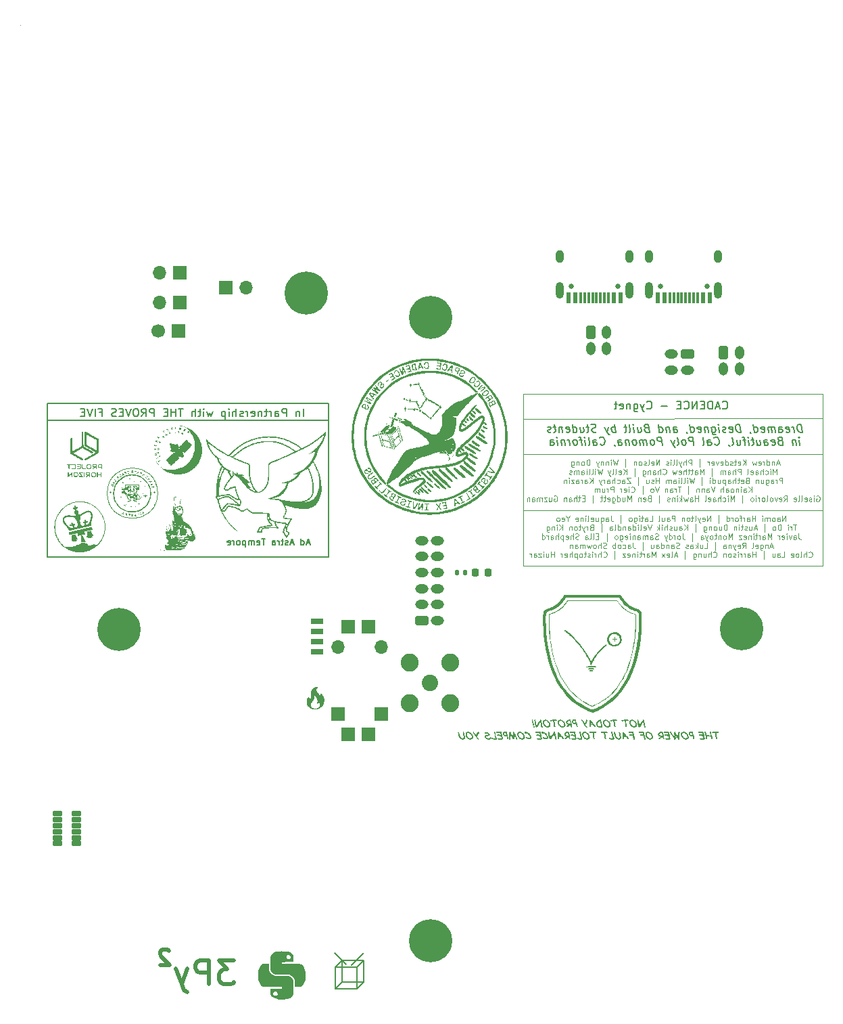
<source format=gbr>
%TF.GenerationSoftware,KiCad,Pcbnew,9.0.3*%
%TF.CreationDate,2025-08-04T00:02:13-07:00*%
%TF.ProjectId,antenna_top_cap_v2b_cygnet_special,616e7465-6e6e-4615-9f74-6f705f636170,rev?*%
%TF.SameCoordinates,Original*%
%TF.FileFunction,Soldermask,Bot*%
%TF.FilePolarity,Negative*%
%FSLAX46Y46*%
G04 Gerber Fmt 4.6, Leading zero omitted, Abs format (unit mm)*
G04 Created by KiCad (PCBNEW 9.0.3) date 2025-08-04 00:02:13*
%MOMM*%
%LPD*%
G01*
G04 APERTURE LIST*
G04 Aperture macros list*
%AMRoundRect*
0 Rectangle with rounded corners*
0 $1 Rounding radius*
0 $2 $3 $4 $5 $6 $7 $8 $9 X,Y pos of 4 corners*
0 Add a 4 corners polygon primitive as box body*
4,1,4,$2,$3,$4,$5,$6,$7,$8,$9,$2,$3,0*
0 Add four circle primitives for the rounded corners*
1,1,$1+$1,$2,$3*
1,1,$1+$1,$4,$5*
1,1,$1+$1,$6,$7*
1,1,$1+$1,$8,$9*
0 Add four rect primitives between the rounded corners*
20,1,$1+$1,$2,$3,$4,$5,0*
20,1,$1+$1,$4,$5,$6,$7,0*
20,1,$1+$1,$6,$7,$8,$9,0*
20,1,$1+$1,$8,$9,$2,$3,0*%
G04 Aperture macros list end*
%ADD10C,0.150000*%
%ADD11C,0.100000*%
%ADD12C,0.087500*%
%ADD13C,0.200000*%
%ADD14C,0.500000*%
%ADD15C,0.000000*%
%ADD16O,1.700000X1.700000*%
%ADD17R,1.700000X1.700000*%
%ADD18RoundRect,0.250000X-0.350000X-0.575000X0.350000X-0.575000X0.350000X0.575000X-0.350000X0.575000X0*%
%ADD19O,1.200000X1.650000*%
%ADD20C,5.400000*%
%ADD21RoundRect,0.250000X-0.575000X0.350000X-0.575000X-0.350000X0.575000X-0.350000X0.575000X0.350000X0*%
%ADD22O,1.650000X1.200000*%
%ADD23RoundRect,0.250000X0.575000X-0.350000X0.575000X0.350000X-0.575000X0.350000X-0.575000X-0.350000X0*%
%ADD24C,1.700000*%
%ADD25C,2.050000*%
%ADD26C,2.250000*%
%ADD27R,1.600000X0.700000*%
%ADD28RoundRect,0.218750X-0.218750X-0.256250X0.218750X-0.256250X0.218750X0.256250X-0.218750X0.256250X0*%
%ADD29C,0.650000*%
%ADD30R,0.600000X1.450000*%
%ADD31R,0.300000X1.450000*%
%ADD32O,1.000000X1.600000*%
%ADD33O,1.000000X2.100000*%
%ADD34RoundRect,0.050800X-0.500000X0.250000X-0.500000X-0.250000X0.500000X-0.250000X0.500000X0.250000X0*%
%ADD35RoundRect,0.050800X0.500000X-0.250000X0.500000X0.250000X-0.500000X0.250000X-0.500000X-0.250000X0*%
%ADD36RoundRect,0.135000X-0.135000X-0.185000X0.135000X-0.185000X0.135000X0.185000X-0.135000X0.185000X0*%
G04 APERTURE END LIST*
D10*
X212406516Y-87559809D02*
X212281516Y-86559809D01*
X212281516Y-86559809D02*
X212043420Y-86559809D01*
X212043420Y-86559809D02*
X211906516Y-86607428D01*
X211906516Y-86607428D02*
X211823182Y-86702666D01*
X211823182Y-86702666D02*
X211787468Y-86797904D01*
X211787468Y-86797904D02*
X211763659Y-86988380D01*
X211763659Y-86988380D02*
X211781516Y-87131237D01*
X211781516Y-87131237D02*
X211852944Y-87321713D01*
X211852944Y-87321713D02*
X211912468Y-87416951D01*
X211912468Y-87416951D02*
X212019611Y-87512190D01*
X212019611Y-87512190D02*
X212168420Y-87559809D01*
X212168420Y-87559809D02*
X212406516Y-87559809D01*
X211406516Y-87559809D02*
X211323182Y-86893142D01*
X211346992Y-87083618D02*
X211287468Y-86988380D01*
X211287468Y-86988380D02*
X211233897Y-86940761D01*
X211233897Y-86940761D02*
X211132706Y-86893142D01*
X211132706Y-86893142D02*
X211037468Y-86893142D01*
X210400563Y-87512190D02*
X210501753Y-87559809D01*
X210501753Y-87559809D02*
X210692230Y-87559809D01*
X210692230Y-87559809D02*
X210781515Y-87512190D01*
X210781515Y-87512190D02*
X210817230Y-87416951D01*
X210817230Y-87416951D02*
X210769611Y-87035999D01*
X210769611Y-87035999D02*
X210710087Y-86940761D01*
X210710087Y-86940761D02*
X210608896Y-86893142D01*
X210608896Y-86893142D02*
X210418420Y-86893142D01*
X210418420Y-86893142D02*
X210329134Y-86940761D01*
X210329134Y-86940761D02*
X210293420Y-87035999D01*
X210293420Y-87035999D02*
X210305325Y-87131237D01*
X210305325Y-87131237D02*
X210793420Y-87226475D01*
X209501753Y-87559809D02*
X209436277Y-87035999D01*
X209436277Y-87035999D02*
X209471991Y-86940761D01*
X209471991Y-86940761D02*
X209561277Y-86893142D01*
X209561277Y-86893142D02*
X209751753Y-86893142D01*
X209751753Y-86893142D02*
X209852944Y-86940761D01*
X209495801Y-87512190D02*
X209596991Y-87559809D01*
X209596991Y-87559809D02*
X209835087Y-87559809D01*
X209835087Y-87559809D02*
X209924372Y-87512190D01*
X209924372Y-87512190D02*
X209960087Y-87416951D01*
X209960087Y-87416951D02*
X209948182Y-87321713D01*
X209948182Y-87321713D02*
X209888658Y-87226475D01*
X209888658Y-87226475D02*
X209787468Y-87178856D01*
X209787468Y-87178856D02*
X209549372Y-87178856D01*
X209549372Y-87178856D02*
X209448182Y-87131237D01*
X209025563Y-87559809D02*
X208942229Y-86893142D01*
X208954134Y-86988380D02*
X208900563Y-86940761D01*
X208900563Y-86940761D02*
X208799372Y-86893142D01*
X208799372Y-86893142D02*
X208656515Y-86893142D01*
X208656515Y-86893142D02*
X208567229Y-86940761D01*
X208567229Y-86940761D02*
X208531515Y-87035999D01*
X208531515Y-87035999D02*
X208596991Y-87559809D01*
X208531515Y-87035999D02*
X208471991Y-86940761D01*
X208471991Y-86940761D02*
X208370801Y-86893142D01*
X208370801Y-86893142D02*
X208227944Y-86893142D01*
X208227944Y-86893142D02*
X208138658Y-86940761D01*
X208138658Y-86940761D02*
X208102944Y-87035999D01*
X208102944Y-87035999D02*
X208168420Y-87559809D01*
X207305325Y-87512190D02*
X207406515Y-87559809D01*
X207406515Y-87559809D02*
X207596992Y-87559809D01*
X207596992Y-87559809D02*
X207686277Y-87512190D01*
X207686277Y-87512190D02*
X207721992Y-87416951D01*
X207721992Y-87416951D02*
X207674373Y-87035999D01*
X207674373Y-87035999D02*
X207614849Y-86940761D01*
X207614849Y-86940761D02*
X207513658Y-86893142D01*
X207513658Y-86893142D02*
X207323182Y-86893142D01*
X207323182Y-86893142D02*
X207233896Y-86940761D01*
X207233896Y-86940761D02*
X207198182Y-87035999D01*
X207198182Y-87035999D02*
X207210087Y-87131237D01*
X207210087Y-87131237D02*
X207698182Y-87226475D01*
X206406515Y-87559809D02*
X206281515Y-86559809D01*
X206400563Y-87512190D02*
X206501753Y-87559809D01*
X206501753Y-87559809D02*
X206692230Y-87559809D01*
X206692230Y-87559809D02*
X206781515Y-87512190D01*
X206781515Y-87512190D02*
X206823182Y-87464570D01*
X206823182Y-87464570D02*
X206858896Y-87369332D01*
X206858896Y-87369332D02*
X206823182Y-87083618D01*
X206823182Y-87083618D02*
X206763658Y-86988380D01*
X206763658Y-86988380D02*
X206710087Y-86940761D01*
X206710087Y-86940761D02*
X206608896Y-86893142D01*
X206608896Y-86893142D02*
X206418420Y-86893142D01*
X206418420Y-86893142D02*
X206329134Y-86940761D01*
X205876753Y-87512190D02*
X205882706Y-87559809D01*
X205882706Y-87559809D02*
X205942229Y-87655047D01*
X205942229Y-87655047D02*
X205995801Y-87702666D01*
X204692230Y-87559809D02*
X204567230Y-86559809D01*
X204567230Y-86559809D02*
X204329134Y-86559809D01*
X204329134Y-86559809D02*
X204192230Y-86607428D01*
X204192230Y-86607428D02*
X204108896Y-86702666D01*
X204108896Y-86702666D02*
X204073182Y-86797904D01*
X204073182Y-86797904D02*
X204049373Y-86988380D01*
X204049373Y-86988380D02*
X204067230Y-87131237D01*
X204067230Y-87131237D02*
X204138658Y-87321713D01*
X204138658Y-87321713D02*
X204198182Y-87416951D01*
X204198182Y-87416951D02*
X204305325Y-87512190D01*
X204305325Y-87512190D02*
X204454134Y-87559809D01*
X204454134Y-87559809D02*
X204692230Y-87559809D01*
X203305325Y-87512190D02*
X203406515Y-87559809D01*
X203406515Y-87559809D02*
X203596992Y-87559809D01*
X203596992Y-87559809D02*
X203686277Y-87512190D01*
X203686277Y-87512190D02*
X203721992Y-87416951D01*
X203721992Y-87416951D02*
X203674373Y-87035999D01*
X203674373Y-87035999D02*
X203614849Y-86940761D01*
X203614849Y-86940761D02*
X203513658Y-86893142D01*
X203513658Y-86893142D02*
X203323182Y-86893142D01*
X203323182Y-86893142D02*
X203233896Y-86940761D01*
X203233896Y-86940761D02*
X203198182Y-87035999D01*
X203198182Y-87035999D02*
X203210087Y-87131237D01*
X203210087Y-87131237D02*
X203698182Y-87226475D01*
X202876753Y-87512190D02*
X202787468Y-87559809D01*
X202787468Y-87559809D02*
X202596991Y-87559809D01*
X202596991Y-87559809D02*
X202495801Y-87512190D01*
X202495801Y-87512190D02*
X202436277Y-87416951D01*
X202436277Y-87416951D02*
X202430325Y-87369332D01*
X202430325Y-87369332D02*
X202466039Y-87274094D01*
X202466039Y-87274094D02*
X202555325Y-87226475D01*
X202555325Y-87226475D02*
X202698182Y-87226475D01*
X202698182Y-87226475D02*
X202787468Y-87178856D01*
X202787468Y-87178856D02*
X202823182Y-87083618D01*
X202823182Y-87083618D02*
X202817230Y-87035999D01*
X202817230Y-87035999D02*
X202757706Y-86940761D01*
X202757706Y-86940761D02*
X202656515Y-86893142D01*
X202656515Y-86893142D02*
X202513658Y-86893142D01*
X202513658Y-86893142D02*
X202424372Y-86940761D01*
X202025563Y-87559809D02*
X201942229Y-86893142D01*
X201900563Y-86559809D02*
X201954134Y-86607428D01*
X201954134Y-86607428D02*
X201912467Y-86655047D01*
X201912467Y-86655047D02*
X201858896Y-86607428D01*
X201858896Y-86607428D02*
X201900563Y-86559809D01*
X201900563Y-86559809D02*
X201912467Y-86655047D01*
X201037468Y-86893142D02*
X201138658Y-87702666D01*
X201138658Y-87702666D02*
X201198182Y-87797904D01*
X201198182Y-87797904D02*
X201251754Y-87845523D01*
X201251754Y-87845523D02*
X201352944Y-87893142D01*
X201352944Y-87893142D02*
X201495801Y-87893142D01*
X201495801Y-87893142D02*
X201585087Y-87845523D01*
X201114849Y-87512190D02*
X201216039Y-87559809D01*
X201216039Y-87559809D02*
X201406516Y-87559809D01*
X201406516Y-87559809D02*
X201495801Y-87512190D01*
X201495801Y-87512190D02*
X201537468Y-87464570D01*
X201537468Y-87464570D02*
X201573182Y-87369332D01*
X201573182Y-87369332D02*
X201537468Y-87083618D01*
X201537468Y-87083618D02*
X201477944Y-86988380D01*
X201477944Y-86988380D02*
X201424373Y-86940761D01*
X201424373Y-86940761D02*
X201323182Y-86893142D01*
X201323182Y-86893142D02*
X201132706Y-86893142D01*
X201132706Y-86893142D02*
X201043420Y-86940761D01*
X200561277Y-86893142D02*
X200644611Y-87559809D01*
X200573182Y-86988380D02*
X200519611Y-86940761D01*
X200519611Y-86940761D02*
X200418420Y-86893142D01*
X200418420Y-86893142D02*
X200275563Y-86893142D01*
X200275563Y-86893142D02*
X200186277Y-86940761D01*
X200186277Y-86940761D02*
X200150563Y-87035999D01*
X200150563Y-87035999D02*
X200216039Y-87559809D01*
X199352944Y-87512190D02*
X199454134Y-87559809D01*
X199454134Y-87559809D02*
X199644611Y-87559809D01*
X199644611Y-87559809D02*
X199733896Y-87512190D01*
X199733896Y-87512190D02*
X199769611Y-87416951D01*
X199769611Y-87416951D02*
X199721992Y-87035999D01*
X199721992Y-87035999D02*
X199662468Y-86940761D01*
X199662468Y-86940761D02*
X199561277Y-86893142D01*
X199561277Y-86893142D02*
X199370801Y-86893142D01*
X199370801Y-86893142D02*
X199281515Y-86940761D01*
X199281515Y-86940761D02*
X199245801Y-87035999D01*
X199245801Y-87035999D02*
X199257706Y-87131237D01*
X199257706Y-87131237D02*
X199745801Y-87226475D01*
X198454134Y-87559809D02*
X198329134Y-86559809D01*
X198448182Y-87512190D02*
X198549372Y-87559809D01*
X198549372Y-87559809D02*
X198739849Y-87559809D01*
X198739849Y-87559809D02*
X198829134Y-87512190D01*
X198829134Y-87512190D02*
X198870801Y-87464570D01*
X198870801Y-87464570D02*
X198906515Y-87369332D01*
X198906515Y-87369332D02*
X198870801Y-87083618D01*
X198870801Y-87083618D02*
X198811277Y-86988380D01*
X198811277Y-86988380D02*
X198757706Y-86940761D01*
X198757706Y-86940761D02*
X198656515Y-86893142D01*
X198656515Y-86893142D02*
X198466039Y-86893142D01*
X198466039Y-86893142D02*
X198376753Y-86940761D01*
X197924372Y-87512190D02*
X197930325Y-87559809D01*
X197930325Y-87559809D02*
X197989848Y-87655047D01*
X197989848Y-87655047D02*
X198043420Y-87702666D01*
X196311277Y-87559809D02*
X196245801Y-87035999D01*
X196245801Y-87035999D02*
X196281515Y-86940761D01*
X196281515Y-86940761D02*
X196370801Y-86893142D01*
X196370801Y-86893142D02*
X196561277Y-86893142D01*
X196561277Y-86893142D02*
X196662468Y-86940761D01*
X196305325Y-87512190D02*
X196406515Y-87559809D01*
X196406515Y-87559809D02*
X196644611Y-87559809D01*
X196644611Y-87559809D02*
X196733896Y-87512190D01*
X196733896Y-87512190D02*
X196769611Y-87416951D01*
X196769611Y-87416951D02*
X196757706Y-87321713D01*
X196757706Y-87321713D02*
X196698182Y-87226475D01*
X196698182Y-87226475D02*
X196596992Y-87178856D01*
X196596992Y-87178856D02*
X196358896Y-87178856D01*
X196358896Y-87178856D02*
X196257706Y-87131237D01*
X195751753Y-86893142D02*
X195835087Y-87559809D01*
X195763658Y-86988380D02*
X195710087Y-86940761D01*
X195710087Y-86940761D02*
X195608896Y-86893142D01*
X195608896Y-86893142D02*
X195466039Y-86893142D01*
X195466039Y-86893142D02*
X195376753Y-86940761D01*
X195376753Y-86940761D02*
X195341039Y-87035999D01*
X195341039Y-87035999D02*
X195406515Y-87559809D01*
X194501753Y-87559809D02*
X194376753Y-86559809D01*
X194495801Y-87512190D02*
X194596991Y-87559809D01*
X194596991Y-87559809D02*
X194787468Y-87559809D01*
X194787468Y-87559809D02*
X194876753Y-87512190D01*
X194876753Y-87512190D02*
X194918420Y-87464570D01*
X194918420Y-87464570D02*
X194954134Y-87369332D01*
X194954134Y-87369332D02*
X194918420Y-87083618D01*
X194918420Y-87083618D02*
X194858896Y-86988380D01*
X194858896Y-86988380D02*
X194805325Y-86940761D01*
X194805325Y-86940761D02*
X194704134Y-86893142D01*
X194704134Y-86893142D02*
X194513658Y-86893142D01*
X194513658Y-86893142D02*
X194424372Y-86940761D01*
X192864848Y-87035999D02*
X192727943Y-87083618D01*
X192727943Y-87083618D02*
X192686277Y-87131237D01*
X192686277Y-87131237D02*
X192650562Y-87226475D01*
X192650562Y-87226475D02*
X192668420Y-87369332D01*
X192668420Y-87369332D02*
X192727943Y-87464570D01*
X192727943Y-87464570D02*
X192781515Y-87512190D01*
X192781515Y-87512190D02*
X192882705Y-87559809D01*
X192882705Y-87559809D02*
X193263658Y-87559809D01*
X193263658Y-87559809D02*
X193138658Y-86559809D01*
X193138658Y-86559809D02*
X192805324Y-86559809D01*
X192805324Y-86559809D02*
X192716039Y-86607428D01*
X192716039Y-86607428D02*
X192674372Y-86655047D01*
X192674372Y-86655047D02*
X192638658Y-86750285D01*
X192638658Y-86750285D02*
X192650562Y-86845523D01*
X192650562Y-86845523D02*
X192710086Y-86940761D01*
X192710086Y-86940761D02*
X192763658Y-86988380D01*
X192763658Y-86988380D02*
X192864848Y-87035999D01*
X192864848Y-87035999D02*
X193198181Y-87035999D01*
X191751753Y-86893142D02*
X191835086Y-87559809D01*
X192180324Y-86893142D02*
X192245801Y-87416951D01*
X192245801Y-87416951D02*
X192210086Y-87512190D01*
X192210086Y-87512190D02*
X192120801Y-87559809D01*
X192120801Y-87559809D02*
X191977943Y-87559809D01*
X191977943Y-87559809D02*
X191876753Y-87512190D01*
X191876753Y-87512190D02*
X191823181Y-87464570D01*
X191358896Y-87559809D02*
X191275562Y-86893142D01*
X191233896Y-86559809D02*
X191287467Y-86607428D01*
X191287467Y-86607428D02*
X191245800Y-86655047D01*
X191245800Y-86655047D02*
X191192229Y-86607428D01*
X191192229Y-86607428D02*
X191233896Y-86559809D01*
X191233896Y-86559809D02*
X191245800Y-86655047D01*
X190739849Y-87559809D02*
X190829134Y-87512190D01*
X190829134Y-87512190D02*
X190864849Y-87416951D01*
X190864849Y-87416951D02*
X190757706Y-86559809D01*
X190418419Y-86893142D02*
X190037467Y-86893142D01*
X190233896Y-86559809D02*
X190341039Y-87416951D01*
X190341039Y-87416951D02*
X190305324Y-87512190D01*
X190305324Y-87512190D02*
X190216039Y-87559809D01*
X190216039Y-87559809D02*
X190120800Y-87559809D01*
X189025562Y-87559809D02*
X188900562Y-86559809D01*
X188948181Y-86940761D02*
X188846990Y-86893142D01*
X188846990Y-86893142D02*
X188656514Y-86893142D01*
X188656514Y-86893142D02*
X188567228Y-86940761D01*
X188567228Y-86940761D02*
X188525562Y-86988380D01*
X188525562Y-86988380D02*
X188489847Y-87083618D01*
X188489847Y-87083618D02*
X188525562Y-87369332D01*
X188525562Y-87369332D02*
X188585085Y-87464570D01*
X188585085Y-87464570D02*
X188638657Y-87512190D01*
X188638657Y-87512190D02*
X188739847Y-87559809D01*
X188739847Y-87559809D02*
X188930324Y-87559809D01*
X188930324Y-87559809D02*
X189019609Y-87512190D01*
X188132704Y-86893142D02*
X187977943Y-87559809D01*
X187656514Y-86893142D02*
X187977943Y-87559809D01*
X187977943Y-87559809D02*
X188102943Y-87797904D01*
X188102943Y-87797904D02*
X188156514Y-87845523D01*
X188156514Y-87845523D02*
X188257704Y-87893142D01*
X186638656Y-87512190D02*
X186501752Y-87559809D01*
X186501752Y-87559809D02*
X186263656Y-87559809D01*
X186263656Y-87559809D02*
X186162466Y-87512190D01*
X186162466Y-87512190D02*
X186108894Y-87464570D01*
X186108894Y-87464570D02*
X186049371Y-87369332D01*
X186049371Y-87369332D02*
X186037466Y-87274094D01*
X186037466Y-87274094D02*
X186073180Y-87178856D01*
X186073180Y-87178856D02*
X186114847Y-87131237D01*
X186114847Y-87131237D02*
X186204133Y-87083618D01*
X186204133Y-87083618D02*
X186388656Y-87035999D01*
X186388656Y-87035999D02*
X186477942Y-86988380D01*
X186477942Y-86988380D02*
X186519609Y-86940761D01*
X186519609Y-86940761D02*
X186555323Y-86845523D01*
X186555323Y-86845523D02*
X186543418Y-86750285D01*
X186543418Y-86750285D02*
X186483894Y-86655047D01*
X186483894Y-86655047D02*
X186430323Y-86607428D01*
X186430323Y-86607428D02*
X186329133Y-86559809D01*
X186329133Y-86559809D02*
X186091037Y-86559809D01*
X186091037Y-86559809D02*
X185954133Y-86607428D01*
X185704132Y-86893142D02*
X185323180Y-86893142D01*
X185519609Y-86559809D02*
X185626752Y-87416951D01*
X185626752Y-87416951D02*
X185591037Y-87512190D01*
X185591037Y-87512190D02*
X185501752Y-87559809D01*
X185501752Y-87559809D02*
X185406513Y-87559809D01*
X184561275Y-86893142D02*
X184644608Y-87559809D01*
X184989846Y-86893142D02*
X185055323Y-87416951D01*
X185055323Y-87416951D02*
X185019608Y-87512190D01*
X185019608Y-87512190D02*
X184930323Y-87559809D01*
X184930323Y-87559809D02*
X184787465Y-87559809D01*
X184787465Y-87559809D02*
X184686275Y-87512190D01*
X184686275Y-87512190D02*
X184632703Y-87464570D01*
X183739846Y-87559809D02*
X183614846Y-86559809D01*
X183733894Y-87512190D02*
X183835084Y-87559809D01*
X183835084Y-87559809D02*
X184025561Y-87559809D01*
X184025561Y-87559809D02*
X184114846Y-87512190D01*
X184114846Y-87512190D02*
X184156513Y-87464570D01*
X184156513Y-87464570D02*
X184192227Y-87369332D01*
X184192227Y-87369332D02*
X184156513Y-87083618D01*
X184156513Y-87083618D02*
X184096989Y-86988380D01*
X184096989Y-86988380D02*
X184043418Y-86940761D01*
X184043418Y-86940761D02*
X183942227Y-86893142D01*
X183942227Y-86893142D02*
X183751751Y-86893142D01*
X183751751Y-86893142D02*
X183662465Y-86940761D01*
X182876751Y-87512190D02*
X182977941Y-87559809D01*
X182977941Y-87559809D02*
X183168418Y-87559809D01*
X183168418Y-87559809D02*
X183257703Y-87512190D01*
X183257703Y-87512190D02*
X183293418Y-87416951D01*
X183293418Y-87416951D02*
X183245799Y-87035999D01*
X183245799Y-87035999D02*
X183186275Y-86940761D01*
X183186275Y-86940761D02*
X183085084Y-86893142D01*
X183085084Y-86893142D02*
X182894608Y-86893142D01*
X182894608Y-86893142D02*
X182805322Y-86940761D01*
X182805322Y-86940761D02*
X182769608Y-87035999D01*
X182769608Y-87035999D02*
X182781513Y-87131237D01*
X182781513Y-87131237D02*
X183269608Y-87226475D01*
X182323179Y-86893142D02*
X182406513Y-87559809D01*
X182335084Y-86988380D02*
X182281513Y-86940761D01*
X182281513Y-86940761D02*
X182180322Y-86893142D01*
X182180322Y-86893142D02*
X182037465Y-86893142D01*
X182037465Y-86893142D02*
X181948179Y-86940761D01*
X181948179Y-86940761D02*
X181912465Y-87035999D01*
X181912465Y-87035999D02*
X181977941Y-87559809D01*
X181561274Y-86893142D02*
X181180322Y-86893142D01*
X181376751Y-86559809D02*
X181483894Y-87416951D01*
X181483894Y-87416951D02*
X181448179Y-87512190D01*
X181448179Y-87512190D02*
X181358894Y-87559809D01*
X181358894Y-87559809D02*
X181263655Y-87559809D01*
X180971988Y-87512190D02*
X180882703Y-87559809D01*
X180882703Y-87559809D02*
X180692226Y-87559809D01*
X180692226Y-87559809D02*
X180591036Y-87512190D01*
X180591036Y-87512190D02*
X180531512Y-87416951D01*
X180531512Y-87416951D02*
X180525560Y-87369332D01*
X180525560Y-87369332D02*
X180561274Y-87274094D01*
X180561274Y-87274094D02*
X180650560Y-87226475D01*
X180650560Y-87226475D02*
X180793417Y-87226475D01*
X180793417Y-87226475D02*
X180882703Y-87178856D01*
X180882703Y-87178856D02*
X180918417Y-87083618D01*
X180918417Y-87083618D02*
X180912465Y-87035999D01*
X180912465Y-87035999D02*
X180852941Y-86940761D01*
X180852941Y-86940761D02*
X180751750Y-86893142D01*
X180751750Y-86893142D02*
X180608893Y-86893142D01*
X180608893Y-86893142D02*
X180519607Y-86940761D01*
X212120801Y-89169753D02*
X212037467Y-88503086D01*
X211995801Y-88169753D02*
X212049372Y-88217372D01*
X212049372Y-88217372D02*
X212007705Y-88264991D01*
X212007705Y-88264991D02*
X211954134Y-88217372D01*
X211954134Y-88217372D02*
X211995801Y-88169753D01*
X211995801Y-88169753D02*
X212007705Y-88264991D01*
X211561277Y-88503086D02*
X211644611Y-89169753D01*
X211573182Y-88598324D02*
X211519611Y-88550705D01*
X211519611Y-88550705D02*
X211418420Y-88503086D01*
X211418420Y-88503086D02*
X211275563Y-88503086D01*
X211275563Y-88503086D02*
X211186277Y-88550705D01*
X211186277Y-88550705D02*
X211150563Y-88645943D01*
X211150563Y-88645943D02*
X211216039Y-89169753D01*
X209579134Y-88645943D02*
X209442229Y-88693562D01*
X209442229Y-88693562D02*
X209400563Y-88741181D01*
X209400563Y-88741181D02*
X209364848Y-88836419D01*
X209364848Y-88836419D02*
X209382706Y-88979276D01*
X209382706Y-88979276D02*
X209442229Y-89074514D01*
X209442229Y-89074514D02*
X209495801Y-89122134D01*
X209495801Y-89122134D02*
X209596991Y-89169753D01*
X209596991Y-89169753D02*
X209977944Y-89169753D01*
X209977944Y-89169753D02*
X209852944Y-88169753D01*
X209852944Y-88169753D02*
X209519610Y-88169753D01*
X209519610Y-88169753D02*
X209430325Y-88217372D01*
X209430325Y-88217372D02*
X209388658Y-88264991D01*
X209388658Y-88264991D02*
X209352944Y-88360229D01*
X209352944Y-88360229D02*
X209364848Y-88455467D01*
X209364848Y-88455467D02*
X209424372Y-88550705D01*
X209424372Y-88550705D02*
X209477944Y-88598324D01*
X209477944Y-88598324D02*
X209579134Y-88645943D01*
X209579134Y-88645943D02*
X209912467Y-88645943D01*
X208591039Y-89122134D02*
X208692229Y-89169753D01*
X208692229Y-89169753D02*
X208882706Y-89169753D01*
X208882706Y-89169753D02*
X208971991Y-89122134D01*
X208971991Y-89122134D02*
X209007706Y-89026895D01*
X209007706Y-89026895D02*
X208960087Y-88645943D01*
X208960087Y-88645943D02*
X208900563Y-88550705D01*
X208900563Y-88550705D02*
X208799372Y-88503086D01*
X208799372Y-88503086D02*
X208608896Y-88503086D01*
X208608896Y-88503086D02*
X208519610Y-88550705D01*
X208519610Y-88550705D02*
X208483896Y-88645943D01*
X208483896Y-88645943D02*
X208495801Y-88741181D01*
X208495801Y-88741181D02*
X208983896Y-88836419D01*
X207692229Y-89169753D02*
X207626753Y-88645943D01*
X207626753Y-88645943D02*
X207662467Y-88550705D01*
X207662467Y-88550705D02*
X207751753Y-88503086D01*
X207751753Y-88503086D02*
X207942229Y-88503086D01*
X207942229Y-88503086D02*
X208043420Y-88550705D01*
X207686277Y-89122134D02*
X207787467Y-89169753D01*
X207787467Y-89169753D02*
X208025563Y-89169753D01*
X208025563Y-89169753D02*
X208114848Y-89122134D01*
X208114848Y-89122134D02*
X208150563Y-89026895D01*
X208150563Y-89026895D02*
X208138658Y-88931657D01*
X208138658Y-88931657D02*
X208079134Y-88836419D01*
X208079134Y-88836419D02*
X207977944Y-88788800D01*
X207977944Y-88788800D02*
X207739848Y-88788800D01*
X207739848Y-88788800D02*
X207638658Y-88741181D01*
X206704134Y-88503086D02*
X206787467Y-89169753D01*
X207132705Y-88503086D02*
X207198182Y-89026895D01*
X207198182Y-89026895D02*
X207162467Y-89122134D01*
X207162467Y-89122134D02*
X207073182Y-89169753D01*
X207073182Y-89169753D02*
X206930324Y-89169753D01*
X206930324Y-89169753D02*
X206829134Y-89122134D01*
X206829134Y-89122134D02*
X206775562Y-89074514D01*
X206370800Y-88503086D02*
X205989848Y-88503086D01*
X206186277Y-88169753D02*
X206293420Y-89026895D01*
X206293420Y-89026895D02*
X206257705Y-89122134D01*
X206257705Y-89122134D02*
X206168420Y-89169753D01*
X206168420Y-89169753D02*
X206073181Y-89169753D01*
X205739848Y-89169753D02*
X205656514Y-88503086D01*
X205614848Y-88169753D02*
X205668419Y-88217372D01*
X205668419Y-88217372D02*
X205626752Y-88264991D01*
X205626752Y-88264991D02*
X205573181Y-88217372D01*
X205573181Y-88217372D02*
X205614848Y-88169753D01*
X205614848Y-88169753D02*
X205626752Y-88264991D01*
X205323181Y-88503086D02*
X204942229Y-88503086D01*
X205263658Y-89169753D02*
X205156515Y-88312610D01*
X205156515Y-88312610D02*
X205096991Y-88217372D01*
X205096991Y-88217372D02*
X204995801Y-88169753D01*
X204995801Y-88169753D02*
X204900562Y-88169753D01*
X204180324Y-88503086D02*
X204263657Y-89169753D01*
X204608895Y-88503086D02*
X204674372Y-89026895D01*
X204674372Y-89026895D02*
X204638657Y-89122134D01*
X204638657Y-89122134D02*
X204549372Y-89169753D01*
X204549372Y-89169753D02*
X204406514Y-89169753D01*
X204406514Y-89169753D02*
X204305324Y-89122134D01*
X204305324Y-89122134D02*
X204251752Y-89074514D01*
X203644610Y-89169753D02*
X203733895Y-89122134D01*
X203733895Y-89122134D02*
X203769610Y-89026895D01*
X203769610Y-89026895D02*
X203662467Y-88169753D01*
X203210085Y-89122134D02*
X203216038Y-89169753D01*
X203216038Y-89169753D02*
X203275561Y-89264991D01*
X203275561Y-89264991D02*
X203329133Y-89312610D01*
X201442228Y-89074514D02*
X201495800Y-89122134D01*
X201495800Y-89122134D02*
X201644609Y-89169753D01*
X201644609Y-89169753D02*
X201739847Y-89169753D01*
X201739847Y-89169753D02*
X201876752Y-89122134D01*
X201876752Y-89122134D02*
X201960085Y-89026895D01*
X201960085Y-89026895D02*
X201995800Y-88931657D01*
X201995800Y-88931657D02*
X202019609Y-88741181D01*
X202019609Y-88741181D02*
X202001752Y-88598324D01*
X202001752Y-88598324D02*
X201930324Y-88407848D01*
X201930324Y-88407848D02*
X201870800Y-88312610D01*
X201870800Y-88312610D02*
X201763657Y-88217372D01*
X201763657Y-88217372D02*
X201614847Y-88169753D01*
X201614847Y-88169753D02*
X201519609Y-88169753D01*
X201519609Y-88169753D02*
X201382705Y-88217372D01*
X201382705Y-88217372D02*
X201341038Y-88264991D01*
X200596990Y-89169753D02*
X200531514Y-88645943D01*
X200531514Y-88645943D02*
X200567228Y-88550705D01*
X200567228Y-88550705D02*
X200656514Y-88503086D01*
X200656514Y-88503086D02*
X200846990Y-88503086D01*
X200846990Y-88503086D02*
X200948181Y-88550705D01*
X200591038Y-89122134D02*
X200692228Y-89169753D01*
X200692228Y-89169753D02*
X200930324Y-89169753D01*
X200930324Y-89169753D02*
X201019609Y-89122134D01*
X201019609Y-89122134D02*
X201055324Y-89026895D01*
X201055324Y-89026895D02*
X201043419Y-88931657D01*
X201043419Y-88931657D02*
X200983895Y-88836419D01*
X200983895Y-88836419D02*
X200882705Y-88788800D01*
X200882705Y-88788800D02*
X200644609Y-88788800D01*
X200644609Y-88788800D02*
X200543419Y-88741181D01*
X199977943Y-89169753D02*
X200067228Y-89122134D01*
X200067228Y-89122134D02*
X200102943Y-89026895D01*
X200102943Y-89026895D02*
X199995800Y-88169753D01*
X198835085Y-89169753D02*
X198710085Y-88169753D01*
X198710085Y-88169753D02*
X198329132Y-88169753D01*
X198329132Y-88169753D02*
X198239847Y-88217372D01*
X198239847Y-88217372D02*
X198198180Y-88264991D01*
X198198180Y-88264991D02*
X198162466Y-88360229D01*
X198162466Y-88360229D02*
X198180323Y-88503086D01*
X198180323Y-88503086D02*
X198239847Y-88598324D01*
X198239847Y-88598324D02*
X198293418Y-88645943D01*
X198293418Y-88645943D02*
X198394608Y-88693562D01*
X198394608Y-88693562D02*
X198775561Y-88693562D01*
X197692228Y-89169753D02*
X197781513Y-89122134D01*
X197781513Y-89122134D02*
X197823180Y-89074514D01*
X197823180Y-89074514D02*
X197858894Y-88979276D01*
X197858894Y-88979276D02*
X197823180Y-88693562D01*
X197823180Y-88693562D02*
X197763656Y-88598324D01*
X197763656Y-88598324D02*
X197710085Y-88550705D01*
X197710085Y-88550705D02*
X197608894Y-88503086D01*
X197608894Y-88503086D02*
X197466037Y-88503086D01*
X197466037Y-88503086D02*
X197376751Y-88550705D01*
X197376751Y-88550705D02*
X197335085Y-88598324D01*
X197335085Y-88598324D02*
X197299370Y-88693562D01*
X197299370Y-88693562D02*
X197335085Y-88979276D01*
X197335085Y-88979276D02*
X197394608Y-89074514D01*
X197394608Y-89074514D02*
X197448180Y-89122134D01*
X197448180Y-89122134D02*
X197549370Y-89169753D01*
X197549370Y-89169753D02*
X197692228Y-89169753D01*
X196787466Y-89169753D02*
X196876751Y-89122134D01*
X196876751Y-89122134D02*
X196912466Y-89026895D01*
X196912466Y-89026895D02*
X196805323Y-88169753D01*
X196418417Y-88503086D02*
X196263656Y-89169753D01*
X195942227Y-88503086D02*
X196263656Y-89169753D01*
X196263656Y-89169753D02*
X196388656Y-89407848D01*
X196388656Y-89407848D02*
X196442227Y-89455467D01*
X196442227Y-89455467D02*
X196543417Y-89503086D01*
X194882703Y-89169753D02*
X194757703Y-88169753D01*
X194757703Y-88169753D02*
X194376750Y-88169753D01*
X194376750Y-88169753D02*
X194287465Y-88217372D01*
X194287465Y-88217372D02*
X194245798Y-88264991D01*
X194245798Y-88264991D02*
X194210084Y-88360229D01*
X194210084Y-88360229D02*
X194227941Y-88503086D01*
X194227941Y-88503086D02*
X194287465Y-88598324D01*
X194287465Y-88598324D02*
X194341036Y-88645943D01*
X194341036Y-88645943D02*
X194442226Y-88693562D01*
X194442226Y-88693562D02*
X194823179Y-88693562D01*
X193739846Y-89169753D02*
X193829131Y-89122134D01*
X193829131Y-89122134D02*
X193870798Y-89074514D01*
X193870798Y-89074514D02*
X193906512Y-88979276D01*
X193906512Y-88979276D02*
X193870798Y-88693562D01*
X193870798Y-88693562D02*
X193811274Y-88598324D01*
X193811274Y-88598324D02*
X193757703Y-88550705D01*
X193757703Y-88550705D02*
X193656512Y-88503086D01*
X193656512Y-88503086D02*
X193513655Y-88503086D01*
X193513655Y-88503086D02*
X193424369Y-88550705D01*
X193424369Y-88550705D02*
X193382703Y-88598324D01*
X193382703Y-88598324D02*
X193346988Y-88693562D01*
X193346988Y-88693562D02*
X193382703Y-88979276D01*
X193382703Y-88979276D02*
X193442226Y-89074514D01*
X193442226Y-89074514D02*
X193495798Y-89122134D01*
X193495798Y-89122134D02*
X193596988Y-89169753D01*
X193596988Y-89169753D02*
X193739846Y-89169753D01*
X192977941Y-89169753D02*
X192894607Y-88503086D01*
X192906512Y-88598324D02*
X192852941Y-88550705D01*
X192852941Y-88550705D02*
X192751750Y-88503086D01*
X192751750Y-88503086D02*
X192608893Y-88503086D01*
X192608893Y-88503086D02*
X192519607Y-88550705D01*
X192519607Y-88550705D02*
X192483893Y-88645943D01*
X192483893Y-88645943D02*
X192549369Y-89169753D01*
X192483893Y-88645943D02*
X192424369Y-88550705D01*
X192424369Y-88550705D02*
X192323179Y-88503086D01*
X192323179Y-88503086D02*
X192180322Y-88503086D01*
X192180322Y-88503086D02*
X192091036Y-88550705D01*
X192091036Y-88550705D02*
X192055322Y-88645943D01*
X192055322Y-88645943D02*
X192120798Y-89169753D01*
X191501751Y-89169753D02*
X191591036Y-89122134D01*
X191591036Y-89122134D02*
X191632703Y-89074514D01*
X191632703Y-89074514D02*
X191668417Y-88979276D01*
X191668417Y-88979276D02*
X191632703Y-88693562D01*
X191632703Y-88693562D02*
X191573179Y-88598324D01*
X191573179Y-88598324D02*
X191519608Y-88550705D01*
X191519608Y-88550705D02*
X191418417Y-88503086D01*
X191418417Y-88503086D02*
X191275560Y-88503086D01*
X191275560Y-88503086D02*
X191186274Y-88550705D01*
X191186274Y-88550705D02*
X191144608Y-88598324D01*
X191144608Y-88598324D02*
X191108893Y-88693562D01*
X191108893Y-88693562D02*
X191144608Y-88979276D01*
X191144608Y-88979276D02*
X191204131Y-89074514D01*
X191204131Y-89074514D02*
X191257703Y-89122134D01*
X191257703Y-89122134D02*
X191358893Y-89169753D01*
X191358893Y-89169753D02*
X191501751Y-89169753D01*
X190656512Y-88503086D02*
X190739846Y-89169753D01*
X190668417Y-88598324D02*
X190614846Y-88550705D01*
X190614846Y-88550705D02*
X190513655Y-88503086D01*
X190513655Y-88503086D02*
X190370798Y-88503086D01*
X190370798Y-88503086D02*
X190281512Y-88550705D01*
X190281512Y-88550705D02*
X190245798Y-88645943D01*
X190245798Y-88645943D02*
X190311274Y-89169753D01*
X189406512Y-89169753D02*
X189341036Y-88645943D01*
X189341036Y-88645943D02*
X189376750Y-88550705D01*
X189376750Y-88550705D02*
X189466036Y-88503086D01*
X189466036Y-88503086D02*
X189656512Y-88503086D01*
X189656512Y-88503086D02*
X189757703Y-88550705D01*
X189400560Y-89122134D02*
X189501750Y-89169753D01*
X189501750Y-89169753D02*
X189739846Y-89169753D01*
X189739846Y-89169753D02*
X189829131Y-89122134D01*
X189829131Y-89122134D02*
X189864846Y-89026895D01*
X189864846Y-89026895D02*
X189852941Y-88931657D01*
X189852941Y-88931657D02*
X189793417Y-88836419D01*
X189793417Y-88836419D02*
X189692227Y-88788800D01*
X189692227Y-88788800D02*
X189454131Y-88788800D01*
X189454131Y-88788800D02*
X189352941Y-88741181D01*
X188876750Y-89122134D02*
X188882703Y-89169753D01*
X188882703Y-89169753D02*
X188942226Y-89264991D01*
X188942226Y-89264991D02*
X188995798Y-89312610D01*
X187108893Y-89074514D02*
X187162465Y-89122134D01*
X187162465Y-89122134D02*
X187311274Y-89169753D01*
X187311274Y-89169753D02*
X187406512Y-89169753D01*
X187406512Y-89169753D02*
X187543417Y-89122134D01*
X187543417Y-89122134D02*
X187626750Y-89026895D01*
X187626750Y-89026895D02*
X187662465Y-88931657D01*
X187662465Y-88931657D02*
X187686274Y-88741181D01*
X187686274Y-88741181D02*
X187668417Y-88598324D01*
X187668417Y-88598324D02*
X187596989Y-88407848D01*
X187596989Y-88407848D02*
X187537465Y-88312610D01*
X187537465Y-88312610D02*
X187430322Y-88217372D01*
X187430322Y-88217372D02*
X187281512Y-88169753D01*
X187281512Y-88169753D02*
X187186274Y-88169753D01*
X187186274Y-88169753D02*
X187049370Y-88217372D01*
X187049370Y-88217372D02*
X187007703Y-88264991D01*
X186263655Y-89169753D02*
X186198179Y-88645943D01*
X186198179Y-88645943D02*
X186233893Y-88550705D01*
X186233893Y-88550705D02*
X186323179Y-88503086D01*
X186323179Y-88503086D02*
X186513655Y-88503086D01*
X186513655Y-88503086D02*
X186614846Y-88550705D01*
X186257703Y-89122134D02*
X186358893Y-89169753D01*
X186358893Y-89169753D02*
X186596989Y-89169753D01*
X186596989Y-89169753D02*
X186686274Y-89122134D01*
X186686274Y-89122134D02*
X186721989Y-89026895D01*
X186721989Y-89026895D02*
X186710084Y-88931657D01*
X186710084Y-88931657D02*
X186650560Y-88836419D01*
X186650560Y-88836419D02*
X186549370Y-88788800D01*
X186549370Y-88788800D02*
X186311274Y-88788800D01*
X186311274Y-88788800D02*
X186210084Y-88741181D01*
X185644608Y-89169753D02*
X185733893Y-89122134D01*
X185733893Y-89122134D02*
X185769608Y-89026895D01*
X185769608Y-89026895D02*
X185662465Y-88169753D01*
X185263655Y-89169753D02*
X185180321Y-88503086D01*
X185138655Y-88169753D02*
X185192226Y-88217372D01*
X185192226Y-88217372D02*
X185150559Y-88264991D01*
X185150559Y-88264991D02*
X185096988Y-88217372D01*
X185096988Y-88217372D02*
X185138655Y-88169753D01*
X185138655Y-88169753D02*
X185150559Y-88264991D01*
X184846988Y-88503086D02*
X184466036Y-88503086D01*
X184787465Y-89169753D02*
X184680322Y-88312610D01*
X184680322Y-88312610D02*
X184620798Y-88217372D01*
X184620798Y-88217372D02*
X184519608Y-88169753D01*
X184519608Y-88169753D02*
X184424369Y-88169753D01*
X184073179Y-89169753D02*
X184162464Y-89122134D01*
X184162464Y-89122134D02*
X184204131Y-89074514D01*
X184204131Y-89074514D02*
X184239845Y-88979276D01*
X184239845Y-88979276D02*
X184204131Y-88693562D01*
X184204131Y-88693562D02*
X184144607Y-88598324D01*
X184144607Y-88598324D02*
X184091036Y-88550705D01*
X184091036Y-88550705D02*
X183989845Y-88503086D01*
X183989845Y-88503086D02*
X183846988Y-88503086D01*
X183846988Y-88503086D02*
X183757702Y-88550705D01*
X183757702Y-88550705D02*
X183716036Y-88598324D01*
X183716036Y-88598324D02*
X183680321Y-88693562D01*
X183680321Y-88693562D02*
X183716036Y-88979276D01*
X183716036Y-88979276D02*
X183775559Y-89074514D01*
X183775559Y-89074514D02*
X183829131Y-89122134D01*
X183829131Y-89122134D02*
X183930321Y-89169753D01*
X183930321Y-89169753D02*
X184073179Y-89169753D01*
X183311274Y-89169753D02*
X183227940Y-88503086D01*
X183251750Y-88693562D02*
X183192226Y-88598324D01*
X183192226Y-88598324D02*
X183138655Y-88550705D01*
X183138655Y-88550705D02*
X183037464Y-88503086D01*
X183037464Y-88503086D02*
X182942226Y-88503086D01*
X182608892Y-88503086D02*
X182692226Y-89169753D01*
X182620797Y-88598324D02*
X182567226Y-88550705D01*
X182567226Y-88550705D02*
X182466035Y-88503086D01*
X182466035Y-88503086D02*
X182323178Y-88503086D01*
X182323178Y-88503086D02*
X182233892Y-88550705D01*
X182233892Y-88550705D02*
X182198178Y-88645943D01*
X182198178Y-88645943D02*
X182263654Y-89169753D01*
X181787464Y-89169753D02*
X181704130Y-88503086D01*
X181662464Y-88169753D02*
X181716035Y-88217372D01*
X181716035Y-88217372D02*
X181674368Y-88264991D01*
X181674368Y-88264991D02*
X181620797Y-88217372D01*
X181620797Y-88217372D02*
X181662464Y-88169753D01*
X181662464Y-88169753D02*
X181674368Y-88264991D01*
X180882702Y-89169753D02*
X180817226Y-88645943D01*
X180817226Y-88645943D02*
X180852940Y-88550705D01*
X180852940Y-88550705D02*
X180942226Y-88503086D01*
X180942226Y-88503086D02*
X181132702Y-88503086D01*
X181132702Y-88503086D02*
X181233893Y-88550705D01*
X180876750Y-89122134D02*
X180977940Y-89169753D01*
X180977940Y-89169753D02*
X181216036Y-89169753D01*
X181216036Y-89169753D02*
X181305321Y-89122134D01*
X181305321Y-89122134D02*
X181341036Y-89026895D01*
X181341036Y-89026895D02*
X181329131Y-88931657D01*
X181329131Y-88931657D02*
X181269607Y-88836419D01*
X181269607Y-88836419D02*
X181168417Y-88788800D01*
X181168417Y-88788800D02*
X180930321Y-88788800D01*
X180930321Y-88788800D02*
X180829131Y-88741181D01*
D11*
X177495800Y-82799934D02*
X177495800Y-104299934D01*
D12*
X209545796Y-91501873D02*
X209212463Y-91501873D01*
X209612463Y-91701873D02*
X209379130Y-91001873D01*
X209379130Y-91001873D02*
X209145796Y-91701873D01*
X208912463Y-91235206D02*
X208912463Y-91701873D01*
X208912463Y-91301873D02*
X208879130Y-91268540D01*
X208879130Y-91268540D02*
X208812463Y-91235206D01*
X208812463Y-91235206D02*
X208712463Y-91235206D01*
X208712463Y-91235206D02*
X208645796Y-91268540D01*
X208645796Y-91268540D02*
X208612463Y-91335206D01*
X208612463Y-91335206D02*
X208612463Y-91701873D01*
X207979130Y-91701873D02*
X207979130Y-91001873D01*
X207979130Y-91668540D02*
X208045797Y-91701873D01*
X208045797Y-91701873D02*
X208179130Y-91701873D01*
X208179130Y-91701873D02*
X208245797Y-91668540D01*
X208245797Y-91668540D02*
X208279130Y-91635206D01*
X208279130Y-91635206D02*
X208312463Y-91568540D01*
X208312463Y-91568540D02*
X208312463Y-91368540D01*
X208312463Y-91368540D02*
X208279130Y-91301873D01*
X208279130Y-91301873D02*
X208245797Y-91268540D01*
X208245797Y-91268540D02*
X208179130Y-91235206D01*
X208179130Y-91235206D02*
X208045797Y-91235206D01*
X208045797Y-91235206D02*
X207979130Y-91268540D01*
X207645797Y-91701873D02*
X207645797Y-91235206D01*
X207645797Y-91368540D02*
X207612464Y-91301873D01*
X207612464Y-91301873D02*
X207579130Y-91268540D01*
X207579130Y-91268540D02*
X207512464Y-91235206D01*
X207512464Y-91235206D02*
X207445797Y-91235206D01*
X206945797Y-91668540D02*
X207012464Y-91701873D01*
X207012464Y-91701873D02*
X207145797Y-91701873D01*
X207145797Y-91701873D02*
X207212464Y-91668540D01*
X207212464Y-91668540D02*
X207245797Y-91601873D01*
X207245797Y-91601873D02*
X207245797Y-91335206D01*
X207245797Y-91335206D02*
X207212464Y-91268540D01*
X207212464Y-91268540D02*
X207145797Y-91235206D01*
X207145797Y-91235206D02*
X207012464Y-91235206D01*
X207012464Y-91235206D02*
X206945797Y-91268540D01*
X206945797Y-91268540D02*
X206912464Y-91335206D01*
X206912464Y-91335206D02*
X206912464Y-91401873D01*
X206912464Y-91401873D02*
X207245797Y-91468540D01*
X206679131Y-91235206D02*
X206545797Y-91701873D01*
X206545797Y-91701873D02*
X206412464Y-91368540D01*
X206412464Y-91368540D02*
X206279131Y-91701873D01*
X206279131Y-91701873D02*
X206145797Y-91235206D01*
X205345798Y-91701873D02*
X205345798Y-91001873D01*
X204945798Y-91701873D02*
X205245798Y-91301873D01*
X204945798Y-91001873D02*
X205345798Y-91401873D01*
X204379131Y-91668540D02*
X204445798Y-91701873D01*
X204445798Y-91701873D02*
X204579131Y-91701873D01*
X204579131Y-91701873D02*
X204645798Y-91668540D01*
X204645798Y-91668540D02*
X204679131Y-91601873D01*
X204679131Y-91601873D02*
X204679131Y-91335206D01*
X204679131Y-91335206D02*
X204645798Y-91268540D01*
X204645798Y-91268540D02*
X204579131Y-91235206D01*
X204579131Y-91235206D02*
X204445798Y-91235206D01*
X204445798Y-91235206D02*
X204379131Y-91268540D01*
X204379131Y-91268540D02*
X204345798Y-91335206D01*
X204345798Y-91335206D02*
X204345798Y-91401873D01*
X204345798Y-91401873D02*
X204679131Y-91468540D01*
X204145798Y-91235206D02*
X203879131Y-91235206D01*
X204045798Y-91001873D02*
X204045798Y-91601873D01*
X204045798Y-91601873D02*
X204012465Y-91668540D01*
X204012465Y-91668540D02*
X203945798Y-91701873D01*
X203945798Y-91701873D02*
X203879131Y-91701873D01*
X203679131Y-91668540D02*
X203612465Y-91701873D01*
X203612465Y-91701873D02*
X203479131Y-91701873D01*
X203479131Y-91701873D02*
X203412465Y-91668540D01*
X203412465Y-91668540D02*
X203379131Y-91601873D01*
X203379131Y-91601873D02*
X203379131Y-91568540D01*
X203379131Y-91568540D02*
X203412465Y-91501873D01*
X203412465Y-91501873D02*
X203479131Y-91468540D01*
X203479131Y-91468540D02*
X203579131Y-91468540D01*
X203579131Y-91468540D02*
X203645798Y-91435206D01*
X203645798Y-91435206D02*
X203679131Y-91368540D01*
X203679131Y-91368540D02*
X203679131Y-91335206D01*
X203679131Y-91335206D02*
X203645798Y-91268540D01*
X203645798Y-91268540D02*
X203579131Y-91235206D01*
X203579131Y-91235206D02*
X203479131Y-91235206D01*
X203479131Y-91235206D02*
X203412465Y-91268540D01*
X202779131Y-91701873D02*
X202779131Y-91001873D01*
X202779131Y-91668540D02*
X202845798Y-91701873D01*
X202845798Y-91701873D02*
X202979131Y-91701873D01*
X202979131Y-91701873D02*
X203045798Y-91668540D01*
X203045798Y-91668540D02*
X203079131Y-91635206D01*
X203079131Y-91635206D02*
X203112464Y-91568540D01*
X203112464Y-91568540D02*
X203112464Y-91368540D01*
X203112464Y-91368540D02*
X203079131Y-91301873D01*
X203079131Y-91301873D02*
X203045798Y-91268540D01*
X203045798Y-91268540D02*
X202979131Y-91235206D01*
X202979131Y-91235206D02*
X202845798Y-91235206D01*
X202845798Y-91235206D02*
X202779131Y-91268540D01*
X202179131Y-91668540D02*
X202245798Y-91701873D01*
X202245798Y-91701873D02*
X202379131Y-91701873D01*
X202379131Y-91701873D02*
X202445798Y-91668540D01*
X202445798Y-91668540D02*
X202479131Y-91601873D01*
X202479131Y-91601873D02*
X202479131Y-91335206D01*
X202479131Y-91335206D02*
X202445798Y-91268540D01*
X202445798Y-91268540D02*
X202379131Y-91235206D01*
X202379131Y-91235206D02*
X202245798Y-91235206D01*
X202245798Y-91235206D02*
X202179131Y-91268540D01*
X202179131Y-91268540D02*
X202145798Y-91335206D01*
X202145798Y-91335206D02*
X202145798Y-91401873D01*
X202145798Y-91401873D02*
X202479131Y-91468540D01*
X201912465Y-91235206D02*
X201745798Y-91701873D01*
X201745798Y-91701873D02*
X201579131Y-91235206D01*
X201045798Y-91668540D02*
X201112465Y-91701873D01*
X201112465Y-91701873D02*
X201245798Y-91701873D01*
X201245798Y-91701873D02*
X201312465Y-91668540D01*
X201312465Y-91668540D02*
X201345798Y-91601873D01*
X201345798Y-91601873D02*
X201345798Y-91335206D01*
X201345798Y-91335206D02*
X201312465Y-91268540D01*
X201312465Y-91268540D02*
X201245798Y-91235206D01*
X201245798Y-91235206D02*
X201112465Y-91235206D01*
X201112465Y-91235206D02*
X201045798Y-91268540D01*
X201045798Y-91268540D02*
X201012465Y-91335206D01*
X201012465Y-91335206D02*
X201012465Y-91401873D01*
X201012465Y-91401873D02*
X201345798Y-91468540D01*
X200712465Y-91701873D02*
X200712465Y-91235206D01*
X200712465Y-91368540D02*
X200679132Y-91301873D01*
X200679132Y-91301873D02*
X200645798Y-91268540D01*
X200645798Y-91268540D02*
X200579132Y-91235206D01*
X200579132Y-91235206D02*
X200512465Y-91235206D01*
X199579132Y-91935206D02*
X199579132Y-90935206D01*
X198545799Y-91701873D02*
X198545799Y-91001873D01*
X198545799Y-91001873D02*
X198279132Y-91001873D01*
X198279132Y-91001873D02*
X198212466Y-91035206D01*
X198212466Y-91035206D02*
X198179132Y-91068540D01*
X198179132Y-91068540D02*
X198145799Y-91135206D01*
X198145799Y-91135206D02*
X198145799Y-91235206D01*
X198145799Y-91235206D02*
X198179132Y-91301873D01*
X198179132Y-91301873D02*
X198212466Y-91335206D01*
X198212466Y-91335206D02*
X198279132Y-91368540D01*
X198279132Y-91368540D02*
X198545799Y-91368540D01*
X197845799Y-91701873D02*
X197845799Y-91001873D01*
X197545799Y-91701873D02*
X197545799Y-91335206D01*
X197545799Y-91335206D02*
X197579132Y-91268540D01*
X197579132Y-91268540D02*
X197645799Y-91235206D01*
X197645799Y-91235206D02*
X197745799Y-91235206D01*
X197745799Y-91235206D02*
X197812466Y-91268540D01*
X197812466Y-91268540D02*
X197845799Y-91301873D01*
X197279133Y-91235206D02*
X197112466Y-91701873D01*
X196945799Y-91235206D02*
X197112466Y-91701873D01*
X197112466Y-91701873D02*
X197179133Y-91868540D01*
X197179133Y-91868540D02*
X197212466Y-91901873D01*
X197212466Y-91901873D02*
X197279133Y-91935206D01*
X196579133Y-91701873D02*
X196645800Y-91668540D01*
X196645800Y-91668540D02*
X196679133Y-91601873D01*
X196679133Y-91601873D02*
X196679133Y-91001873D01*
X196212466Y-91701873D02*
X196279133Y-91668540D01*
X196279133Y-91668540D02*
X196312466Y-91601873D01*
X196312466Y-91601873D02*
X196312466Y-91001873D01*
X195945799Y-91701873D02*
X195945799Y-91235206D01*
X195945799Y-91001873D02*
X195979132Y-91035206D01*
X195979132Y-91035206D02*
X195945799Y-91068540D01*
X195945799Y-91068540D02*
X195912466Y-91035206D01*
X195912466Y-91035206D02*
X195945799Y-91001873D01*
X195945799Y-91001873D02*
X195945799Y-91068540D01*
X195645799Y-91668540D02*
X195579133Y-91701873D01*
X195579133Y-91701873D02*
X195445799Y-91701873D01*
X195445799Y-91701873D02*
X195379133Y-91668540D01*
X195379133Y-91668540D02*
X195345799Y-91601873D01*
X195345799Y-91601873D02*
X195345799Y-91568540D01*
X195345799Y-91568540D02*
X195379133Y-91501873D01*
X195379133Y-91501873D02*
X195445799Y-91468540D01*
X195445799Y-91468540D02*
X195545799Y-91468540D01*
X195545799Y-91468540D02*
X195612466Y-91435206D01*
X195612466Y-91435206D02*
X195645799Y-91368540D01*
X195645799Y-91368540D02*
X195645799Y-91335206D01*
X195645799Y-91335206D02*
X195612466Y-91268540D01*
X195612466Y-91268540D02*
X195545799Y-91235206D01*
X195545799Y-91235206D02*
X195445799Y-91235206D01*
X195445799Y-91235206D02*
X195379133Y-91268540D01*
X194512466Y-91701873D02*
X194512466Y-91001873D01*
X194512466Y-91001873D02*
X194112466Y-91701873D01*
X194112466Y-91701873D02*
X194112466Y-91001873D01*
X193512466Y-91668540D02*
X193579133Y-91701873D01*
X193579133Y-91701873D02*
X193712466Y-91701873D01*
X193712466Y-91701873D02*
X193779133Y-91668540D01*
X193779133Y-91668540D02*
X193812466Y-91601873D01*
X193812466Y-91601873D02*
X193812466Y-91335206D01*
X193812466Y-91335206D02*
X193779133Y-91268540D01*
X193779133Y-91268540D02*
X193712466Y-91235206D01*
X193712466Y-91235206D02*
X193579133Y-91235206D01*
X193579133Y-91235206D02*
X193512466Y-91268540D01*
X193512466Y-91268540D02*
X193479133Y-91335206D01*
X193479133Y-91335206D02*
X193479133Y-91401873D01*
X193479133Y-91401873D02*
X193812466Y-91468540D01*
X193079133Y-91701873D02*
X193145800Y-91668540D01*
X193145800Y-91668540D02*
X193179133Y-91601873D01*
X193179133Y-91601873D02*
X193179133Y-91001873D01*
X192845799Y-91668540D02*
X192779133Y-91701873D01*
X192779133Y-91701873D02*
X192645799Y-91701873D01*
X192645799Y-91701873D02*
X192579133Y-91668540D01*
X192579133Y-91668540D02*
X192545799Y-91601873D01*
X192545799Y-91601873D02*
X192545799Y-91568540D01*
X192545799Y-91568540D02*
X192579133Y-91501873D01*
X192579133Y-91501873D02*
X192645799Y-91468540D01*
X192645799Y-91468540D02*
X192745799Y-91468540D01*
X192745799Y-91468540D02*
X192812466Y-91435206D01*
X192812466Y-91435206D02*
X192845799Y-91368540D01*
X192845799Y-91368540D02*
X192845799Y-91335206D01*
X192845799Y-91335206D02*
X192812466Y-91268540D01*
X192812466Y-91268540D02*
X192745799Y-91235206D01*
X192745799Y-91235206D02*
X192645799Y-91235206D01*
X192645799Y-91235206D02*
X192579133Y-91268540D01*
X192145799Y-91701873D02*
X192212466Y-91668540D01*
X192212466Y-91668540D02*
X192245799Y-91635206D01*
X192245799Y-91635206D02*
X192279132Y-91568540D01*
X192279132Y-91568540D02*
X192279132Y-91368540D01*
X192279132Y-91368540D02*
X192245799Y-91301873D01*
X192245799Y-91301873D02*
X192212466Y-91268540D01*
X192212466Y-91268540D02*
X192145799Y-91235206D01*
X192145799Y-91235206D02*
X192045799Y-91235206D01*
X192045799Y-91235206D02*
X191979132Y-91268540D01*
X191979132Y-91268540D02*
X191945799Y-91301873D01*
X191945799Y-91301873D02*
X191912466Y-91368540D01*
X191912466Y-91368540D02*
X191912466Y-91568540D01*
X191912466Y-91568540D02*
X191945799Y-91635206D01*
X191945799Y-91635206D02*
X191979132Y-91668540D01*
X191979132Y-91668540D02*
X192045799Y-91701873D01*
X192045799Y-91701873D02*
X192145799Y-91701873D01*
X191612466Y-91235206D02*
X191612466Y-91701873D01*
X191612466Y-91301873D02*
X191579133Y-91268540D01*
X191579133Y-91268540D02*
X191512466Y-91235206D01*
X191512466Y-91235206D02*
X191412466Y-91235206D01*
X191412466Y-91235206D02*
X191345799Y-91268540D01*
X191345799Y-91268540D02*
X191312466Y-91335206D01*
X191312466Y-91335206D02*
X191312466Y-91701873D01*
X190279133Y-91935206D02*
X190279133Y-90935206D01*
X189312467Y-91001873D02*
X189145800Y-91701873D01*
X189145800Y-91701873D02*
X189012467Y-91201873D01*
X189012467Y-91201873D02*
X188879133Y-91701873D01*
X188879133Y-91701873D02*
X188712467Y-91001873D01*
X188445800Y-91701873D02*
X188445800Y-91235206D01*
X188445800Y-91001873D02*
X188479133Y-91035206D01*
X188479133Y-91035206D02*
X188445800Y-91068540D01*
X188445800Y-91068540D02*
X188412467Y-91035206D01*
X188412467Y-91035206D02*
X188445800Y-91001873D01*
X188445800Y-91001873D02*
X188445800Y-91068540D01*
X188112467Y-91235206D02*
X188112467Y-91701873D01*
X188112467Y-91301873D02*
X188079134Y-91268540D01*
X188079134Y-91268540D02*
X188012467Y-91235206D01*
X188012467Y-91235206D02*
X187912467Y-91235206D01*
X187912467Y-91235206D02*
X187845800Y-91268540D01*
X187845800Y-91268540D02*
X187812467Y-91335206D01*
X187812467Y-91335206D02*
X187812467Y-91701873D01*
X187479134Y-91235206D02*
X187479134Y-91701873D01*
X187479134Y-91301873D02*
X187445801Y-91268540D01*
X187445801Y-91268540D02*
X187379134Y-91235206D01*
X187379134Y-91235206D02*
X187279134Y-91235206D01*
X187279134Y-91235206D02*
X187212467Y-91268540D01*
X187212467Y-91268540D02*
X187179134Y-91335206D01*
X187179134Y-91335206D02*
X187179134Y-91701873D01*
X186912468Y-91235206D02*
X186745801Y-91701873D01*
X186579134Y-91235206D02*
X186745801Y-91701873D01*
X186745801Y-91701873D02*
X186812468Y-91868540D01*
X186812468Y-91868540D02*
X186845801Y-91901873D01*
X186845801Y-91901873D02*
X186912468Y-91935206D01*
X185779135Y-91701873D02*
X185779135Y-91001873D01*
X185779135Y-91001873D02*
X185612468Y-91001873D01*
X185612468Y-91001873D02*
X185512468Y-91035206D01*
X185512468Y-91035206D02*
X185445802Y-91101873D01*
X185445802Y-91101873D02*
X185412468Y-91168540D01*
X185412468Y-91168540D02*
X185379135Y-91301873D01*
X185379135Y-91301873D02*
X185379135Y-91401873D01*
X185379135Y-91401873D02*
X185412468Y-91535206D01*
X185412468Y-91535206D02*
X185445802Y-91601873D01*
X185445802Y-91601873D02*
X185512468Y-91668540D01*
X185512468Y-91668540D02*
X185612468Y-91701873D01*
X185612468Y-91701873D02*
X185779135Y-91701873D01*
X184979135Y-91701873D02*
X185045802Y-91668540D01*
X185045802Y-91668540D02*
X185079135Y-91635206D01*
X185079135Y-91635206D02*
X185112468Y-91568540D01*
X185112468Y-91568540D02*
X185112468Y-91368540D01*
X185112468Y-91368540D02*
X185079135Y-91301873D01*
X185079135Y-91301873D02*
X185045802Y-91268540D01*
X185045802Y-91268540D02*
X184979135Y-91235206D01*
X184979135Y-91235206D02*
X184879135Y-91235206D01*
X184879135Y-91235206D02*
X184812468Y-91268540D01*
X184812468Y-91268540D02*
X184779135Y-91301873D01*
X184779135Y-91301873D02*
X184745802Y-91368540D01*
X184745802Y-91368540D02*
X184745802Y-91568540D01*
X184745802Y-91568540D02*
X184779135Y-91635206D01*
X184779135Y-91635206D02*
X184812468Y-91668540D01*
X184812468Y-91668540D02*
X184879135Y-91701873D01*
X184879135Y-91701873D02*
X184979135Y-91701873D01*
X184445802Y-91235206D02*
X184445802Y-91701873D01*
X184445802Y-91301873D02*
X184412469Y-91268540D01*
X184412469Y-91268540D02*
X184345802Y-91235206D01*
X184345802Y-91235206D02*
X184245802Y-91235206D01*
X184245802Y-91235206D02*
X184179135Y-91268540D01*
X184179135Y-91268540D02*
X184145802Y-91335206D01*
X184145802Y-91335206D02*
X184145802Y-91701873D01*
X183512469Y-91235206D02*
X183512469Y-91801873D01*
X183512469Y-91801873D02*
X183545802Y-91868540D01*
X183545802Y-91868540D02*
X183579136Y-91901873D01*
X183579136Y-91901873D02*
X183645802Y-91935206D01*
X183645802Y-91935206D02*
X183745802Y-91935206D01*
X183745802Y-91935206D02*
X183812469Y-91901873D01*
X183512469Y-91668540D02*
X183579136Y-91701873D01*
X183579136Y-91701873D02*
X183712469Y-91701873D01*
X183712469Y-91701873D02*
X183779136Y-91668540D01*
X183779136Y-91668540D02*
X183812469Y-91635206D01*
X183812469Y-91635206D02*
X183845802Y-91568540D01*
X183845802Y-91568540D02*
X183845802Y-91368540D01*
X183845802Y-91368540D02*
X183812469Y-91301873D01*
X183812469Y-91301873D02*
X183779136Y-91268540D01*
X183779136Y-91268540D02*
X183712469Y-91235206D01*
X183712469Y-91235206D02*
X183579136Y-91235206D01*
X183579136Y-91235206D02*
X183512469Y-91268540D01*
X209212463Y-92828834D02*
X209212463Y-92128834D01*
X209212463Y-92128834D02*
X208979130Y-92628834D01*
X208979130Y-92628834D02*
X208745796Y-92128834D01*
X208745796Y-92128834D02*
X208745796Y-92828834D01*
X208412463Y-92828834D02*
X208412463Y-92362167D01*
X208412463Y-92128834D02*
X208445796Y-92162167D01*
X208445796Y-92162167D02*
X208412463Y-92195501D01*
X208412463Y-92195501D02*
X208379130Y-92162167D01*
X208379130Y-92162167D02*
X208412463Y-92128834D01*
X208412463Y-92128834D02*
X208412463Y-92195501D01*
X207779130Y-92795501D02*
X207845797Y-92828834D01*
X207845797Y-92828834D02*
X207979130Y-92828834D01*
X207979130Y-92828834D02*
X208045797Y-92795501D01*
X208045797Y-92795501D02*
X208079130Y-92762167D01*
X208079130Y-92762167D02*
X208112463Y-92695501D01*
X208112463Y-92695501D02*
X208112463Y-92495501D01*
X208112463Y-92495501D02*
X208079130Y-92428834D01*
X208079130Y-92428834D02*
X208045797Y-92395501D01*
X208045797Y-92395501D02*
X207979130Y-92362167D01*
X207979130Y-92362167D02*
X207845797Y-92362167D01*
X207845797Y-92362167D02*
X207779130Y-92395501D01*
X207479130Y-92828834D02*
X207479130Y-92128834D01*
X207179130Y-92828834D02*
X207179130Y-92462167D01*
X207179130Y-92462167D02*
X207212463Y-92395501D01*
X207212463Y-92395501D02*
X207279130Y-92362167D01*
X207279130Y-92362167D02*
X207379130Y-92362167D01*
X207379130Y-92362167D02*
X207445797Y-92395501D01*
X207445797Y-92395501D02*
X207479130Y-92428834D01*
X206545797Y-92828834D02*
X206545797Y-92462167D01*
X206545797Y-92462167D02*
X206579130Y-92395501D01*
X206579130Y-92395501D02*
X206645797Y-92362167D01*
X206645797Y-92362167D02*
X206779130Y-92362167D01*
X206779130Y-92362167D02*
X206845797Y-92395501D01*
X206545797Y-92795501D02*
X206612464Y-92828834D01*
X206612464Y-92828834D02*
X206779130Y-92828834D01*
X206779130Y-92828834D02*
X206845797Y-92795501D01*
X206845797Y-92795501D02*
X206879130Y-92728834D01*
X206879130Y-92728834D02*
X206879130Y-92662167D01*
X206879130Y-92662167D02*
X206845797Y-92595501D01*
X206845797Y-92595501D02*
X206779130Y-92562167D01*
X206779130Y-92562167D02*
X206612464Y-92562167D01*
X206612464Y-92562167D02*
X206545797Y-92528834D01*
X205945797Y-92795501D02*
X206012464Y-92828834D01*
X206012464Y-92828834D02*
X206145797Y-92828834D01*
X206145797Y-92828834D02*
X206212464Y-92795501D01*
X206212464Y-92795501D02*
X206245797Y-92728834D01*
X206245797Y-92728834D02*
X206245797Y-92462167D01*
X206245797Y-92462167D02*
X206212464Y-92395501D01*
X206212464Y-92395501D02*
X206145797Y-92362167D01*
X206145797Y-92362167D02*
X206012464Y-92362167D01*
X206012464Y-92362167D02*
X205945797Y-92395501D01*
X205945797Y-92395501D02*
X205912464Y-92462167D01*
X205912464Y-92462167D02*
X205912464Y-92528834D01*
X205912464Y-92528834D02*
X206245797Y-92595501D01*
X205512464Y-92828834D02*
X205579131Y-92795501D01*
X205579131Y-92795501D02*
X205612464Y-92728834D01*
X205612464Y-92728834D02*
X205612464Y-92128834D01*
X204712464Y-92828834D02*
X204712464Y-92128834D01*
X204712464Y-92128834D02*
X204445797Y-92128834D01*
X204445797Y-92128834D02*
X204379131Y-92162167D01*
X204379131Y-92162167D02*
X204345797Y-92195501D01*
X204345797Y-92195501D02*
X204312464Y-92262167D01*
X204312464Y-92262167D02*
X204312464Y-92362167D01*
X204312464Y-92362167D02*
X204345797Y-92428834D01*
X204345797Y-92428834D02*
X204379131Y-92462167D01*
X204379131Y-92462167D02*
X204445797Y-92495501D01*
X204445797Y-92495501D02*
X204712464Y-92495501D01*
X204012464Y-92828834D02*
X204012464Y-92128834D01*
X203712464Y-92828834D02*
X203712464Y-92462167D01*
X203712464Y-92462167D02*
X203745797Y-92395501D01*
X203745797Y-92395501D02*
X203812464Y-92362167D01*
X203812464Y-92362167D02*
X203912464Y-92362167D01*
X203912464Y-92362167D02*
X203979131Y-92395501D01*
X203979131Y-92395501D02*
X204012464Y-92428834D01*
X203079131Y-92828834D02*
X203079131Y-92462167D01*
X203079131Y-92462167D02*
X203112464Y-92395501D01*
X203112464Y-92395501D02*
X203179131Y-92362167D01*
X203179131Y-92362167D02*
X203312464Y-92362167D01*
X203312464Y-92362167D02*
X203379131Y-92395501D01*
X203079131Y-92795501D02*
X203145798Y-92828834D01*
X203145798Y-92828834D02*
X203312464Y-92828834D01*
X203312464Y-92828834D02*
X203379131Y-92795501D01*
X203379131Y-92795501D02*
X203412464Y-92728834D01*
X203412464Y-92728834D02*
X203412464Y-92662167D01*
X203412464Y-92662167D02*
X203379131Y-92595501D01*
X203379131Y-92595501D02*
X203312464Y-92562167D01*
X203312464Y-92562167D02*
X203145798Y-92562167D01*
X203145798Y-92562167D02*
X203079131Y-92528834D01*
X202745798Y-92828834D02*
X202745798Y-92362167D01*
X202745798Y-92428834D02*
X202712465Y-92395501D01*
X202712465Y-92395501D02*
X202645798Y-92362167D01*
X202645798Y-92362167D02*
X202545798Y-92362167D01*
X202545798Y-92362167D02*
X202479131Y-92395501D01*
X202479131Y-92395501D02*
X202445798Y-92462167D01*
X202445798Y-92462167D02*
X202445798Y-92828834D01*
X202445798Y-92462167D02*
X202412465Y-92395501D01*
X202412465Y-92395501D02*
X202345798Y-92362167D01*
X202345798Y-92362167D02*
X202245798Y-92362167D01*
X202245798Y-92362167D02*
X202179131Y-92395501D01*
X202179131Y-92395501D02*
X202145798Y-92462167D01*
X202145798Y-92462167D02*
X202145798Y-92828834D01*
X201112465Y-93062167D02*
X201112465Y-92062167D01*
X200079132Y-92828834D02*
X200079132Y-92128834D01*
X200079132Y-92128834D02*
X199845799Y-92628834D01*
X199845799Y-92628834D02*
X199612465Y-92128834D01*
X199612465Y-92128834D02*
X199612465Y-92828834D01*
X198979132Y-92828834D02*
X198979132Y-92462167D01*
X198979132Y-92462167D02*
X199012465Y-92395501D01*
X199012465Y-92395501D02*
X199079132Y-92362167D01*
X199079132Y-92362167D02*
X199212465Y-92362167D01*
X199212465Y-92362167D02*
X199279132Y-92395501D01*
X198979132Y-92795501D02*
X199045799Y-92828834D01*
X199045799Y-92828834D02*
X199212465Y-92828834D01*
X199212465Y-92828834D02*
X199279132Y-92795501D01*
X199279132Y-92795501D02*
X199312465Y-92728834D01*
X199312465Y-92728834D02*
X199312465Y-92662167D01*
X199312465Y-92662167D02*
X199279132Y-92595501D01*
X199279132Y-92595501D02*
X199212465Y-92562167D01*
X199212465Y-92562167D02*
X199045799Y-92562167D01*
X199045799Y-92562167D02*
X198979132Y-92528834D01*
X198745799Y-92362167D02*
X198479132Y-92362167D01*
X198645799Y-92128834D02*
X198645799Y-92728834D01*
X198645799Y-92728834D02*
X198612466Y-92795501D01*
X198612466Y-92795501D02*
X198545799Y-92828834D01*
X198545799Y-92828834D02*
X198479132Y-92828834D01*
X198345799Y-92362167D02*
X198079132Y-92362167D01*
X198245799Y-92128834D02*
X198245799Y-92728834D01*
X198245799Y-92728834D02*
X198212466Y-92795501D01*
X198212466Y-92795501D02*
X198145799Y-92828834D01*
X198145799Y-92828834D02*
X198079132Y-92828834D01*
X197845799Y-92828834D02*
X197845799Y-92128834D01*
X197545799Y-92828834D02*
X197545799Y-92462167D01*
X197545799Y-92462167D02*
X197579132Y-92395501D01*
X197579132Y-92395501D02*
X197645799Y-92362167D01*
X197645799Y-92362167D02*
X197745799Y-92362167D01*
X197745799Y-92362167D02*
X197812466Y-92395501D01*
X197812466Y-92395501D02*
X197845799Y-92428834D01*
X196945799Y-92795501D02*
X197012466Y-92828834D01*
X197012466Y-92828834D02*
X197145799Y-92828834D01*
X197145799Y-92828834D02*
X197212466Y-92795501D01*
X197212466Y-92795501D02*
X197245799Y-92728834D01*
X197245799Y-92728834D02*
X197245799Y-92462167D01*
X197245799Y-92462167D02*
X197212466Y-92395501D01*
X197212466Y-92395501D02*
X197145799Y-92362167D01*
X197145799Y-92362167D02*
X197012466Y-92362167D01*
X197012466Y-92362167D02*
X196945799Y-92395501D01*
X196945799Y-92395501D02*
X196912466Y-92462167D01*
X196912466Y-92462167D02*
X196912466Y-92528834D01*
X196912466Y-92528834D02*
X197245799Y-92595501D01*
X196679133Y-92362167D02*
X196545799Y-92828834D01*
X196545799Y-92828834D02*
X196412466Y-92495501D01*
X196412466Y-92495501D02*
X196279133Y-92828834D01*
X196279133Y-92828834D02*
X196145799Y-92362167D01*
X194945800Y-92762167D02*
X194979133Y-92795501D01*
X194979133Y-92795501D02*
X195079133Y-92828834D01*
X195079133Y-92828834D02*
X195145800Y-92828834D01*
X195145800Y-92828834D02*
X195245800Y-92795501D01*
X195245800Y-92795501D02*
X195312467Y-92728834D01*
X195312467Y-92728834D02*
X195345800Y-92662167D01*
X195345800Y-92662167D02*
X195379133Y-92528834D01*
X195379133Y-92528834D02*
X195379133Y-92428834D01*
X195379133Y-92428834D02*
X195345800Y-92295501D01*
X195345800Y-92295501D02*
X195312467Y-92228834D01*
X195312467Y-92228834D02*
X195245800Y-92162167D01*
X195245800Y-92162167D02*
X195145800Y-92128834D01*
X195145800Y-92128834D02*
X195079133Y-92128834D01*
X195079133Y-92128834D02*
X194979133Y-92162167D01*
X194979133Y-92162167D02*
X194945800Y-92195501D01*
X194645800Y-92828834D02*
X194645800Y-92128834D01*
X194345800Y-92828834D02*
X194345800Y-92462167D01*
X194345800Y-92462167D02*
X194379133Y-92395501D01*
X194379133Y-92395501D02*
X194445800Y-92362167D01*
X194445800Y-92362167D02*
X194545800Y-92362167D01*
X194545800Y-92362167D02*
X194612467Y-92395501D01*
X194612467Y-92395501D02*
X194645800Y-92428834D01*
X193712467Y-92828834D02*
X193712467Y-92462167D01*
X193712467Y-92462167D02*
X193745800Y-92395501D01*
X193745800Y-92395501D02*
X193812467Y-92362167D01*
X193812467Y-92362167D02*
X193945800Y-92362167D01*
X193945800Y-92362167D02*
X194012467Y-92395501D01*
X193712467Y-92795501D02*
X193779134Y-92828834D01*
X193779134Y-92828834D02*
X193945800Y-92828834D01*
X193945800Y-92828834D02*
X194012467Y-92795501D01*
X194012467Y-92795501D02*
X194045800Y-92728834D01*
X194045800Y-92728834D02*
X194045800Y-92662167D01*
X194045800Y-92662167D02*
X194012467Y-92595501D01*
X194012467Y-92595501D02*
X193945800Y-92562167D01*
X193945800Y-92562167D02*
X193779134Y-92562167D01*
X193779134Y-92562167D02*
X193712467Y-92528834D01*
X193379134Y-92362167D02*
X193379134Y-92828834D01*
X193379134Y-92428834D02*
X193345801Y-92395501D01*
X193345801Y-92395501D02*
X193279134Y-92362167D01*
X193279134Y-92362167D02*
X193179134Y-92362167D01*
X193179134Y-92362167D02*
X193112467Y-92395501D01*
X193112467Y-92395501D02*
X193079134Y-92462167D01*
X193079134Y-92462167D02*
X193079134Y-92828834D01*
X192445801Y-92362167D02*
X192445801Y-92928834D01*
X192445801Y-92928834D02*
X192479134Y-92995501D01*
X192479134Y-92995501D02*
X192512468Y-93028834D01*
X192512468Y-93028834D02*
X192579134Y-93062167D01*
X192579134Y-93062167D02*
X192679134Y-93062167D01*
X192679134Y-93062167D02*
X192745801Y-93028834D01*
X192445801Y-92795501D02*
X192512468Y-92828834D01*
X192512468Y-92828834D02*
X192645801Y-92828834D01*
X192645801Y-92828834D02*
X192712468Y-92795501D01*
X192712468Y-92795501D02*
X192745801Y-92762167D01*
X192745801Y-92762167D02*
X192779134Y-92695501D01*
X192779134Y-92695501D02*
X192779134Y-92495501D01*
X192779134Y-92495501D02*
X192745801Y-92428834D01*
X192745801Y-92428834D02*
X192712468Y-92395501D01*
X192712468Y-92395501D02*
X192645801Y-92362167D01*
X192645801Y-92362167D02*
X192512468Y-92362167D01*
X192512468Y-92362167D02*
X192445801Y-92395501D01*
X191412468Y-93062167D02*
X191412468Y-92062167D01*
X190379135Y-92828834D02*
X190379135Y-92128834D01*
X189979135Y-92828834D02*
X190279135Y-92428834D01*
X189979135Y-92128834D02*
X190379135Y-92528834D01*
X189412468Y-92795501D02*
X189479135Y-92828834D01*
X189479135Y-92828834D02*
X189612468Y-92828834D01*
X189612468Y-92828834D02*
X189679135Y-92795501D01*
X189679135Y-92795501D02*
X189712468Y-92728834D01*
X189712468Y-92728834D02*
X189712468Y-92462167D01*
X189712468Y-92462167D02*
X189679135Y-92395501D01*
X189679135Y-92395501D02*
X189612468Y-92362167D01*
X189612468Y-92362167D02*
X189479135Y-92362167D01*
X189479135Y-92362167D02*
X189412468Y-92395501D01*
X189412468Y-92395501D02*
X189379135Y-92462167D01*
X189379135Y-92462167D02*
X189379135Y-92528834D01*
X189379135Y-92528834D02*
X189712468Y-92595501D01*
X188979135Y-92828834D02*
X189045802Y-92795501D01*
X189045802Y-92795501D02*
X189079135Y-92728834D01*
X189079135Y-92728834D02*
X189079135Y-92128834D01*
X188612468Y-92828834D02*
X188679135Y-92795501D01*
X188679135Y-92795501D02*
X188712468Y-92728834D01*
X188712468Y-92728834D02*
X188712468Y-92128834D01*
X188412468Y-92362167D02*
X188245801Y-92828834D01*
X188079134Y-92362167D02*
X188245801Y-92828834D01*
X188245801Y-92828834D02*
X188312468Y-92995501D01*
X188312468Y-92995501D02*
X188345801Y-93028834D01*
X188345801Y-93028834D02*
X188412468Y-93062167D01*
X187345802Y-92128834D02*
X187179135Y-92828834D01*
X187179135Y-92828834D02*
X187045802Y-92328834D01*
X187045802Y-92328834D02*
X186912468Y-92828834D01*
X186912468Y-92828834D02*
X186745802Y-92128834D01*
X186479135Y-92828834D02*
X186479135Y-92362167D01*
X186479135Y-92128834D02*
X186512468Y-92162167D01*
X186512468Y-92162167D02*
X186479135Y-92195501D01*
X186479135Y-92195501D02*
X186445802Y-92162167D01*
X186445802Y-92162167D02*
X186479135Y-92128834D01*
X186479135Y-92128834D02*
X186479135Y-92195501D01*
X186045802Y-92828834D02*
X186112469Y-92795501D01*
X186112469Y-92795501D02*
X186145802Y-92728834D01*
X186145802Y-92728834D02*
X186145802Y-92128834D01*
X185679135Y-92828834D02*
X185745802Y-92795501D01*
X185745802Y-92795501D02*
X185779135Y-92728834D01*
X185779135Y-92728834D02*
X185779135Y-92128834D01*
X185412468Y-92828834D02*
X185412468Y-92362167D01*
X185412468Y-92128834D02*
X185445801Y-92162167D01*
X185445801Y-92162167D02*
X185412468Y-92195501D01*
X185412468Y-92195501D02*
X185379135Y-92162167D01*
X185379135Y-92162167D02*
X185412468Y-92128834D01*
X185412468Y-92128834D02*
X185412468Y-92195501D01*
X184779135Y-92828834D02*
X184779135Y-92462167D01*
X184779135Y-92462167D02*
X184812468Y-92395501D01*
X184812468Y-92395501D02*
X184879135Y-92362167D01*
X184879135Y-92362167D02*
X185012468Y-92362167D01*
X185012468Y-92362167D02*
X185079135Y-92395501D01*
X184779135Y-92795501D02*
X184845802Y-92828834D01*
X184845802Y-92828834D02*
X185012468Y-92828834D01*
X185012468Y-92828834D02*
X185079135Y-92795501D01*
X185079135Y-92795501D02*
X185112468Y-92728834D01*
X185112468Y-92728834D02*
X185112468Y-92662167D01*
X185112468Y-92662167D02*
X185079135Y-92595501D01*
X185079135Y-92595501D02*
X185012468Y-92562167D01*
X185012468Y-92562167D02*
X184845802Y-92562167D01*
X184845802Y-92562167D02*
X184779135Y-92528834D01*
X184445802Y-92828834D02*
X184445802Y-92362167D01*
X184445802Y-92428834D02*
X184412469Y-92395501D01*
X184412469Y-92395501D02*
X184345802Y-92362167D01*
X184345802Y-92362167D02*
X184245802Y-92362167D01*
X184245802Y-92362167D02*
X184179135Y-92395501D01*
X184179135Y-92395501D02*
X184145802Y-92462167D01*
X184145802Y-92462167D02*
X184145802Y-92828834D01*
X184145802Y-92462167D02*
X184112469Y-92395501D01*
X184112469Y-92395501D02*
X184045802Y-92362167D01*
X184045802Y-92362167D02*
X183945802Y-92362167D01*
X183945802Y-92362167D02*
X183879135Y-92395501D01*
X183879135Y-92395501D02*
X183845802Y-92462167D01*
X183845802Y-92462167D02*
X183845802Y-92828834D01*
X183545802Y-92795501D02*
X183479136Y-92828834D01*
X183479136Y-92828834D02*
X183345802Y-92828834D01*
X183345802Y-92828834D02*
X183279136Y-92795501D01*
X183279136Y-92795501D02*
X183245802Y-92728834D01*
X183245802Y-92728834D02*
X183245802Y-92695501D01*
X183245802Y-92695501D02*
X183279136Y-92628834D01*
X183279136Y-92628834D02*
X183345802Y-92595501D01*
X183345802Y-92595501D02*
X183445802Y-92595501D01*
X183445802Y-92595501D02*
X183512469Y-92562167D01*
X183512469Y-92562167D02*
X183545802Y-92495501D01*
X183545802Y-92495501D02*
X183545802Y-92462167D01*
X183545802Y-92462167D02*
X183512469Y-92395501D01*
X183512469Y-92395501D02*
X183445802Y-92362167D01*
X183445802Y-92362167D02*
X183345802Y-92362167D01*
X183345802Y-92362167D02*
X183279136Y-92395501D01*
X209929128Y-93955795D02*
X209929128Y-93255795D01*
X209929128Y-93255795D02*
X209662461Y-93255795D01*
X209662461Y-93255795D02*
X209595795Y-93289128D01*
X209595795Y-93289128D02*
X209562461Y-93322462D01*
X209562461Y-93322462D02*
X209529128Y-93389128D01*
X209529128Y-93389128D02*
X209529128Y-93489128D01*
X209529128Y-93489128D02*
X209562461Y-93555795D01*
X209562461Y-93555795D02*
X209595795Y-93589128D01*
X209595795Y-93589128D02*
X209662461Y-93622462D01*
X209662461Y-93622462D02*
X209929128Y-93622462D01*
X209229128Y-93955795D02*
X209229128Y-93489128D01*
X209229128Y-93622462D02*
X209195795Y-93555795D01*
X209195795Y-93555795D02*
X209162461Y-93522462D01*
X209162461Y-93522462D02*
X209095795Y-93489128D01*
X209095795Y-93489128D02*
X209029128Y-93489128D01*
X208495795Y-93955795D02*
X208495795Y-93589128D01*
X208495795Y-93589128D02*
X208529128Y-93522462D01*
X208529128Y-93522462D02*
X208595795Y-93489128D01*
X208595795Y-93489128D02*
X208729128Y-93489128D01*
X208729128Y-93489128D02*
X208795795Y-93522462D01*
X208495795Y-93922462D02*
X208562462Y-93955795D01*
X208562462Y-93955795D02*
X208729128Y-93955795D01*
X208729128Y-93955795D02*
X208795795Y-93922462D01*
X208795795Y-93922462D02*
X208829128Y-93855795D01*
X208829128Y-93855795D02*
X208829128Y-93789128D01*
X208829128Y-93789128D02*
X208795795Y-93722462D01*
X208795795Y-93722462D02*
X208729128Y-93689128D01*
X208729128Y-93689128D02*
X208562462Y-93689128D01*
X208562462Y-93689128D02*
X208495795Y-93655795D01*
X207862462Y-93489128D02*
X207862462Y-94055795D01*
X207862462Y-94055795D02*
X207895795Y-94122462D01*
X207895795Y-94122462D02*
X207929129Y-94155795D01*
X207929129Y-94155795D02*
X207995795Y-94189128D01*
X207995795Y-94189128D02*
X208095795Y-94189128D01*
X208095795Y-94189128D02*
X208162462Y-94155795D01*
X207862462Y-93922462D02*
X207929129Y-93955795D01*
X207929129Y-93955795D02*
X208062462Y-93955795D01*
X208062462Y-93955795D02*
X208129129Y-93922462D01*
X208129129Y-93922462D02*
X208162462Y-93889128D01*
X208162462Y-93889128D02*
X208195795Y-93822462D01*
X208195795Y-93822462D02*
X208195795Y-93622462D01*
X208195795Y-93622462D02*
X208162462Y-93555795D01*
X208162462Y-93555795D02*
X208129129Y-93522462D01*
X208129129Y-93522462D02*
X208062462Y-93489128D01*
X208062462Y-93489128D02*
X207929129Y-93489128D01*
X207929129Y-93489128D02*
X207862462Y-93522462D01*
X207229129Y-93489128D02*
X207229129Y-93955795D01*
X207529129Y-93489128D02*
X207529129Y-93855795D01*
X207529129Y-93855795D02*
X207495796Y-93922462D01*
X207495796Y-93922462D02*
X207429129Y-93955795D01*
X207429129Y-93955795D02*
X207329129Y-93955795D01*
X207329129Y-93955795D02*
X207262462Y-93922462D01*
X207262462Y-93922462D02*
X207229129Y-93889128D01*
X206895796Y-93489128D02*
X206895796Y-93955795D01*
X206895796Y-93555795D02*
X206862463Y-93522462D01*
X206862463Y-93522462D02*
X206795796Y-93489128D01*
X206795796Y-93489128D02*
X206695796Y-93489128D01*
X206695796Y-93489128D02*
X206629129Y-93522462D01*
X206629129Y-93522462D02*
X206595796Y-93589128D01*
X206595796Y-93589128D02*
X206595796Y-93955795D01*
X205495797Y-93589128D02*
X205395797Y-93622462D01*
X205395797Y-93622462D02*
X205362463Y-93655795D01*
X205362463Y-93655795D02*
X205329130Y-93722462D01*
X205329130Y-93722462D02*
X205329130Y-93822462D01*
X205329130Y-93822462D02*
X205362463Y-93889128D01*
X205362463Y-93889128D02*
X205395797Y-93922462D01*
X205395797Y-93922462D02*
X205462463Y-93955795D01*
X205462463Y-93955795D02*
X205729130Y-93955795D01*
X205729130Y-93955795D02*
X205729130Y-93255795D01*
X205729130Y-93255795D02*
X205495797Y-93255795D01*
X205495797Y-93255795D02*
X205429130Y-93289128D01*
X205429130Y-93289128D02*
X205395797Y-93322462D01*
X205395797Y-93322462D02*
X205362463Y-93389128D01*
X205362463Y-93389128D02*
X205362463Y-93455795D01*
X205362463Y-93455795D02*
X205395797Y-93522462D01*
X205395797Y-93522462D02*
X205429130Y-93555795D01*
X205429130Y-93555795D02*
X205495797Y-93589128D01*
X205495797Y-93589128D02*
X205729130Y-93589128D01*
X204762463Y-93922462D02*
X204829130Y-93955795D01*
X204829130Y-93955795D02*
X204962463Y-93955795D01*
X204962463Y-93955795D02*
X205029130Y-93922462D01*
X205029130Y-93922462D02*
X205062463Y-93855795D01*
X205062463Y-93855795D02*
X205062463Y-93589128D01*
X205062463Y-93589128D02*
X205029130Y-93522462D01*
X205029130Y-93522462D02*
X204962463Y-93489128D01*
X204962463Y-93489128D02*
X204829130Y-93489128D01*
X204829130Y-93489128D02*
X204762463Y-93522462D01*
X204762463Y-93522462D02*
X204729130Y-93589128D01*
X204729130Y-93589128D02*
X204729130Y-93655795D01*
X204729130Y-93655795D02*
X205062463Y-93722462D01*
X204529130Y-93489128D02*
X204262463Y-93489128D01*
X204429130Y-93255795D02*
X204429130Y-93855795D01*
X204429130Y-93855795D02*
X204395797Y-93922462D01*
X204395797Y-93922462D02*
X204329130Y-93955795D01*
X204329130Y-93955795D02*
X204262463Y-93955795D01*
X204029130Y-93955795D02*
X204029130Y-93255795D01*
X203729130Y-93955795D02*
X203729130Y-93589128D01*
X203729130Y-93589128D02*
X203762463Y-93522462D01*
X203762463Y-93522462D02*
X203829130Y-93489128D01*
X203829130Y-93489128D02*
X203929130Y-93489128D01*
X203929130Y-93489128D02*
X203995797Y-93522462D01*
X203995797Y-93522462D02*
X204029130Y-93555795D01*
X203095797Y-93955795D02*
X203095797Y-93589128D01*
X203095797Y-93589128D02*
X203129130Y-93522462D01*
X203129130Y-93522462D02*
X203195797Y-93489128D01*
X203195797Y-93489128D02*
X203329130Y-93489128D01*
X203329130Y-93489128D02*
X203395797Y-93522462D01*
X203095797Y-93922462D02*
X203162464Y-93955795D01*
X203162464Y-93955795D02*
X203329130Y-93955795D01*
X203329130Y-93955795D02*
X203395797Y-93922462D01*
X203395797Y-93922462D02*
X203429130Y-93855795D01*
X203429130Y-93855795D02*
X203429130Y-93789128D01*
X203429130Y-93789128D02*
X203395797Y-93722462D01*
X203395797Y-93722462D02*
X203329130Y-93689128D01*
X203329130Y-93689128D02*
X203162464Y-93689128D01*
X203162464Y-93689128D02*
X203095797Y-93655795D01*
X202762464Y-93489128D02*
X202762464Y-94189128D01*
X202762464Y-93522462D02*
X202695797Y-93489128D01*
X202695797Y-93489128D02*
X202562464Y-93489128D01*
X202562464Y-93489128D02*
X202495797Y-93522462D01*
X202495797Y-93522462D02*
X202462464Y-93555795D01*
X202462464Y-93555795D02*
X202429131Y-93622462D01*
X202429131Y-93622462D02*
X202429131Y-93822462D01*
X202429131Y-93822462D02*
X202462464Y-93889128D01*
X202462464Y-93889128D02*
X202495797Y-93922462D01*
X202495797Y-93922462D02*
X202562464Y-93955795D01*
X202562464Y-93955795D02*
X202695797Y-93955795D01*
X202695797Y-93955795D02*
X202762464Y-93922462D01*
X201829131Y-93489128D02*
X201829131Y-93955795D01*
X202129131Y-93489128D02*
X202129131Y-93855795D01*
X202129131Y-93855795D02*
X202095798Y-93922462D01*
X202095798Y-93922462D02*
X202029131Y-93955795D01*
X202029131Y-93955795D02*
X201929131Y-93955795D01*
X201929131Y-93955795D02*
X201862464Y-93922462D01*
X201862464Y-93922462D02*
X201829131Y-93889128D01*
X201195798Y-93955795D02*
X201195798Y-93255795D01*
X201195798Y-93922462D02*
X201262465Y-93955795D01*
X201262465Y-93955795D02*
X201395798Y-93955795D01*
X201395798Y-93955795D02*
X201462465Y-93922462D01*
X201462465Y-93922462D02*
X201495798Y-93889128D01*
X201495798Y-93889128D02*
X201529131Y-93822462D01*
X201529131Y-93822462D02*
X201529131Y-93622462D01*
X201529131Y-93622462D02*
X201495798Y-93555795D01*
X201495798Y-93555795D02*
X201462465Y-93522462D01*
X201462465Y-93522462D02*
X201395798Y-93489128D01*
X201395798Y-93489128D02*
X201262465Y-93489128D01*
X201262465Y-93489128D02*
X201195798Y-93522462D01*
X200862465Y-93955795D02*
X200862465Y-93489128D01*
X200862465Y-93255795D02*
X200895798Y-93289128D01*
X200895798Y-93289128D02*
X200862465Y-93322462D01*
X200862465Y-93322462D02*
X200829132Y-93289128D01*
X200829132Y-93289128D02*
X200862465Y-93255795D01*
X200862465Y-93255795D02*
X200862465Y-93322462D01*
X199829132Y-94189128D02*
X199829132Y-93189128D01*
X198862466Y-93255795D02*
X198695799Y-93955795D01*
X198695799Y-93955795D02*
X198562466Y-93455795D01*
X198562466Y-93455795D02*
X198429132Y-93955795D01*
X198429132Y-93955795D02*
X198262466Y-93255795D01*
X197995799Y-93955795D02*
X197995799Y-93489128D01*
X197995799Y-93255795D02*
X198029132Y-93289128D01*
X198029132Y-93289128D02*
X197995799Y-93322462D01*
X197995799Y-93322462D02*
X197962466Y-93289128D01*
X197962466Y-93289128D02*
X197995799Y-93255795D01*
X197995799Y-93255795D02*
X197995799Y-93322462D01*
X197562466Y-93955795D02*
X197629133Y-93922462D01*
X197629133Y-93922462D02*
X197662466Y-93855795D01*
X197662466Y-93855795D02*
X197662466Y-93255795D01*
X197195799Y-93955795D02*
X197262466Y-93922462D01*
X197262466Y-93922462D02*
X197295799Y-93855795D01*
X197295799Y-93855795D02*
X197295799Y-93255795D01*
X196929132Y-93955795D02*
X196929132Y-93489128D01*
X196929132Y-93255795D02*
X196962465Y-93289128D01*
X196962465Y-93289128D02*
X196929132Y-93322462D01*
X196929132Y-93322462D02*
X196895799Y-93289128D01*
X196895799Y-93289128D02*
X196929132Y-93255795D01*
X196929132Y-93255795D02*
X196929132Y-93322462D01*
X196295799Y-93955795D02*
X196295799Y-93589128D01*
X196295799Y-93589128D02*
X196329132Y-93522462D01*
X196329132Y-93522462D02*
X196395799Y-93489128D01*
X196395799Y-93489128D02*
X196529132Y-93489128D01*
X196529132Y-93489128D02*
X196595799Y-93522462D01*
X196295799Y-93922462D02*
X196362466Y-93955795D01*
X196362466Y-93955795D02*
X196529132Y-93955795D01*
X196529132Y-93955795D02*
X196595799Y-93922462D01*
X196595799Y-93922462D02*
X196629132Y-93855795D01*
X196629132Y-93855795D02*
X196629132Y-93789128D01*
X196629132Y-93789128D02*
X196595799Y-93722462D01*
X196595799Y-93722462D02*
X196529132Y-93689128D01*
X196529132Y-93689128D02*
X196362466Y-93689128D01*
X196362466Y-93689128D02*
X196295799Y-93655795D01*
X195962466Y-93955795D02*
X195962466Y-93489128D01*
X195962466Y-93555795D02*
X195929133Y-93522462D01*
X195929133Y-93522462D02*
X195862466Y-93489128D01*
X195862466Y-93489128D02*
X195762466Y-93489128D01*
X195762466Y-93489128D02*
X195695799Y-93522462D01*
X195695799Y-93522462D02*
X195662466Y-93589128D01*
X195662466Y-93589128D02*
X195662466Y-93955795D01*
X195662466Y-93589128D02*
X195629133Y-93522462D01*
X195629133Y-93522462D02*
X195562466Y-93489128D01*
X195562466Y-93489128D02*
X195462466Y-93489128D01*
X195462466Y-93489128D02*
X195395799Y-93522462D01*
X195395799Y-93522462D02*
X195362466Y-93589128D01*
X195362466Y-93589128D02*
X195362466Y-93955795D01*
X194495800Y-93955795D02*
X194495800Y-93255795D01*
X194495800Y-93589128D02*
X194095800Y-93589128D01*
X194095800Y-93955795D02*
X194095800Y-93255795D01*
X193795800Y-93922462D02*
X193729134Y-93955795D01*
X193729134Y-93955795D02*
X193595800Y-93955795D01*
X193595800Y-93955795D02*
X193529134Y-93922462D01*
X193529134Y-93922462D02*
X193495800Y-93855795D01*
X193495800Y-93855795D02*
X193495800Y-93822462D01*
X193495800Y-93822462D02*
X193529134Y-93755795D01*
X193529134Y-93755795D02*
X193595800Y-93722462D01*
X193595800Y-93722462D02*
X193695800Y-93722462D01*
X193695800Y-93722462D02*
X193762467Y-93689128D01*
X193762467Y-93689128D02*
X193795800Y-93622462D01*
X193795800Y-93622462D02*
X193795800Y-93589128D01*
X193795800Y-93589128D02*
X193762467Y-93522462D01*
X193762467Y-93522462D02*
X193695800Y-93489128D01*
X193695800Y-93489128D02*
X193595800Y-93489128D01*
X193595800Y-93489128D02*
X193529134Y-93522462D01*
X192895800Y-93489128D02*
X192895800Y-93955795D01*
X193195800Y-93489128D02*
X193195800Y-93855795D01*
X193195800Y-93855795D02*
X193162467Y-93922462D01*
X193162467Y-93922462D02*
X193095800Y-93955795D01*
X193095800Y-93955795D02*
X192995800Y-93955795D01*
X192995800Y-93955795D02*
X192929133Y-93922462D01*
X192929133Y-93922462D02*
X192895800Y-93889128D01*
X191862467Y-94189128D02*
X191862467Y-93189128D01*
X190895801Y-93255795D02*
X190429134Y-93255795D01*
X190429134Y-93255795D02*
X190895801Y-93955795D01*
X190895801Y-93955795D02*
X190429134Y-93955795D01*
X189862467Y-93955795D02*
X189862467Y-93589128D01*
X189862467Y-93589128D02*
X189895800Y-93522462D01*
X189895800Y-93522462D02*
X189962467Y-93489128D01*
X189962467Y-93489128D02*
X190095800Y-93489128D01*
X190095800Y-93489128D02*
X190162467Y-93522462D01*
X189862467Y-93922462D02*
X189929134Y-93955795D01*
X189929134Y-93955795D02*
X190095800Y-93955795D01*
X190095800Y-93955795D02*
X190162467Y-93922462D01*
X190162467Y-93922462D02*
X190195800Y-93855795D01*
X190195800Y-93855795D02*
X190195800Y-93789128D01*
X190195800Y-93789128D02*
X190162467Y-93722462D01*
X190162467Y-93722462D02*
X190095800Y-93689128D01*
X190095800Y-93689128D02*
X189929134Y-93689128D01*
X189929134Y-93689128D02*
X189862467Y-93655795D01*
X189229134Y-93922462D02*
X189295801Y-93955795D01*
X189295801Y-93955795D02*
X189429134Y-93955795D01*
X189429134Y-93955795D02*
X189495801Y-93922462D01*
X189495801Y-93922462D02*
X189529134Y-93889128D01*
X189529134Y-93889128D02*
X189562467Y-93822462D01*
X189562467Y-93822462D02*
X189562467Y-93622462D01*
X189562467Y-93622462D02*
X189529134Y-93555795D01*
X189529134Y-93555795D02*
X189495801Y-93522462D01*
X189495801Y-93522462D02*
X189429134Y-93489128D01*
X189429134Y-93489128D02*
X189295801Y-93489128D01*
X189295801Y-93489128D02*
X189229134Y-93522462D01*
X188929134Y-93955795D02*
X188929134Y-93255795D01*
X188629134Y-93955795D02*
X188629134Y-93589128D01*
X188629134Y-93589128D02*
X188662467Y-93522462D01*
X188662467Y-93522462D02*
X188729134Y-93489128D01*
X188729134Y-93489128D02*
X188829134Y-93489128D01*
X188829134Y-93489128D02*
X188895801Y-93522462D01*
X188895801Y-93522462D02*
X188929134Y-93555795D01*
X187995801Y-93955795D02*
X187995801Y-93589128D01*
X187995801Y-93589128D02*
X188029134Y-93522462D01*
X188029134Y-93522462D02*
X188095801Y-93489128D01*
X188095801Y-93489128D02*
X188229134Y-93489128D01*
X188229134Y-93489128D02*
X188295801Y-93522462D01*
X187995801Y-93922462D02*
X188062468Y-93955795D01*
X188062468Y-93955795D02*
X188229134Y-93955795D01*
X188229134Y-93955795D02*
X188295801Y-93922462D01*
X188295801Y-93922462D02*
X188329134Y-93855795D01*
X188329134Y-93855795D02*
X188329134Y-93789128D01*
X188329134Y-93789128D02*
X188295801Y-93722462D01*
X188295801Y-93722462D02*
X188229134Y-93689128D01*
X188229134Y-93689128D02*
X188062468Y-93689128D01*
X188062468Y-93689128D02*
X187995801Y-93655795D01*
X187662468Y-93955795D02*
X187662468Y-93489128D01*
X187662468Y-93622462D02*
X187629135Y-93555795D01*
X187629135Y-93555795D02*
X187595801Y-93522462D01*
X187595801Y-93522462D02*
X187529135Y-93489128D01*
X187529135Y-93489128D02*
X187462468Y-93489128D01*
X187295802Y-93489128D02*
X187129135Y-93955795D01*
X186962468Y-93489128D02*
X187129135Y-93955795D01*
X187129135Y-93955795D02*
X187195802Y-94122462D01*
X187195802Y-94122462D02*
X187229135Y-94155795D01*
X187229135Y-94155795D02*
X187295802Y-94189128D01*
X186162469Y-93955795D02*
X186162469Y-93255795D01*
X185762469Y-93955795D02*
X186062469Y-93555795D01*
X185762469Y-93255795D02*
X186162469Y-93655795D01*
X185162469Y-93955795D02*
X185162469Y-93589128D01*
X185162469Y-93589128D02*
X185195802Y-93522462D01*
X185195802Y-93522462D02*
X185262469Y-93489128D01*
X185262469Y-93489128D02*
X185395802Y-93489128D01*
X185395802Y-93489128D02*
X185462469Y-93522462D01*
X185162469Y-93922462D02*
X185229136Y-93955795D01*
X185229136Y-93955795D02*
X185395802Y-93955795D01*
X185395802Y-93955795D02*
X185462469Y-93922462D01*
X185462469Y-93922462D02*
X185495802Y-93855795D01*
X185495802Y-93855795D02*
X185495802Y-93789128D01*
X185495802Y-93789128D02*
X185462469Y-93722462D01*
X185462469Y-93722462D02*
X185395802Y-93689128D01*
X185395802Y-93689128D02*
X185229136Y-93689128D01*
X185229136Y-93689128D02*
X185162469Y-93655795D01*
X184829136Y-93955795D02*
X184829136Y-93489128D01*
X184829136Y-93622462D02*
X184795803Y-93555795D01*
X184795803Y-93555795D02*
X184762469Y-93522462D01*
X184762469Y-93522462D02*
X184695803Y-93489128D01*
X184695803Y-93489128D02*
X184629136Y-93489128D01*
X184095803Y-93955795D02*
X184095803Y-93589128D01*
X184095803Y-93589128D02*
X184129136Y-93522462D01*
X184129136Y-93522462D02*
X184195803Y-93489128D01*
X184195803Y-93489128D02*
X184329136Y-93489128D01*
X184329136Y-93489128D02*
X184395803Y-93522462D01*
X184095803Y-93922462D02*
X184162470Y-93955795D01*
X184162470Y-93955795D02*
X184329136Y-93955795D01*
X184329136Y-93955795D02*
X184395803Y-93922462D01*
X184395803Y-93922462D02*
X184429136Y-93855795D01*
X184429136Y-93855795D02*
X184429136Y-93789128D01*
X184429136Y-93789128D02*
X184395803Y-93722462D01*
X184395803Y-93722462D02*
X184329136Y-93689128D01*
X184329136Y-93689128D02*
X184162470Y-93689128D01*
X184162470Y-93689128D02*
X184095803Y-93655795D01*
X183829137Y-93489128D02*
X183462470Y-93489128D01*
X183462470Y-93489128D02*
X183829137Y-93955795D01*
X183829137Y-93955795D02*
X183462470Y-93955795D01*
X183195803Y-93955795D02*
X183195803Y-93489128D01*
X183195803Y-93255795D02*
X183229136Y-93289128D01*
X183229136Y-93289128D02*
X183195803Y-93322462D01*
X183195803Y-93322462D02*
X183162470Y-93289128D01*
X183162470Y-93289128D02*
X183195803Y-93255795D01*
X183195803Y-93255795D02*
X183195803Y-93322462D01*
X182862470Y-93489128D02*
X182862470Y-93955795D01*
X182862470Y-93555795D02*
X182829137Y-93522462D01*
X182829137Y-93522462D02*
X182762470Y-93489128D01*
X182762470Y-93489128D02*
X182662470Y-93489128D01*
X182662470Y-93489128D02*
X182595803Y-93522462D01*
X182595803Y-93522462D02*
X182562470Y-93589128D01*
X182562470Y-93589128D02*
X182562470Y-93955795D01*
X206079129Y-95082756D02*
X206079129Y-94382756D01*
X205679129Y-95082756D02*
X205979129Y-94682756D01*
X205679129Y-94382756D02*
X206079129Y-94782756D01*
X205079129Y-95082756D02*
X205079129Y-94716089D01*
X205079129Y-94716089D02*
X205112462Y-94649423D01*
X205112462Y-94649423D02*
X205179129Y-94616089D01*
X205179129Y-94616089D02*
X205312462Y-94616089D01*
X205312462Y-94616089D02*
X205379129Y-94649423D01*
X205079129Y-95049423D02*
X205145796Y-95082756D01*
X205145796Y-95082756D02*
X205312462Y-95082756D01*
X205312462Y-95082756D02*
X205379129Y-95049423D01*
X205379129Y-95049423D02*
X205412462Y-94982756D01*
X205412462Y-94982756D02*
X205412462Y-94916089D01*
X205412462Y-94916089D02*
X205379129Y-94849423D01*
X205379129Y-94849423D02*
X205312462Y-94816089D01*
X205312462Y-94816089D02*
X205145796Y-94816089D01*
X205145796Y-94816089D02*
X205079129Y-94782756D01*
X204745796Y-95082756D02*
X204745796Y-94616089D01*
X204745796Y-94382756D02*
X204779129Y-94416089D01*
X204779129Y-94416089D02*
X204745796Y-94449423D01*
X204745796Y-94449423D02*
X204712463Y-94416089D01*
X204712463Y-94416089D02*
X204745796Y-94382756D01*
X204745796Y-94382756D02*
X204745796Y-94449423D01*
X204412463Y-94616089D02*
X204412463Y-95082756D01*
X204412463Y-94682756D02*
X204379130Y-94649423D01*
X204379130Y-94649423D02*
X204312463Y-94616089D01*
X204312463Y-94616089D02*
X204212463Y-94616089D01*
X204212463Y-94616089D02*
X204145796Y-94649423D01*
X204145796Y-94649423D02*
X204112463Y-94716089D01*
X204112463Y-94716089D02*
X204112463Y-95082756D01*
X203679130Y-95082756D02*
X203745797Y-95049423D01*
X203745797Y-95049423D02*
X203779130Y-95016089D01*
X203779130Y-95016089D02*
X203812463Y-94949423D01*
X203812463Y-94949423D02*
X203812463Y-94749423D01*
X203812463Y-94749423D02*
X203779130Y-94682756D01*
X203779130Y-94682756D02*
X203745797Y-94649423D01*
X203745797Y-94649423D02*
X203679130Y-94616089D01*
X203679130Y-94616089D02*
X203579130Y-94616089D01*
X203579130Y-94616089D02*
X203512463Y-94649423D01*
X203512463Y-94649423D02*
X203479130Y-94682756D01*
X203479130Y-94682756D02*
X203445797Y-94749423D01*
X203445797Y-94749423D02*
X203445797Y-94949423D01*
X203445797Y-94949423D02*
X203479130Y-95016089D01*
X203479130Y-95016089D02*
X203512463Y-95049423D01*
X203512463Y-95049423D02*
X203579130Y-95082756D01*
X203579130Y-95082756D02*
X203679130Y-95082756D01*
X202845797Y-95082756D02*
X202845797Y-94716089D01*
X202845797Y-94716089D02*
X202879130Y-94649423D01*
X202879130Y-94649423D02*
X202945797Y-94616089D01*
X202945797Y-94616089D02*
X203079130Y-94616089D01*
X203079130Y-94616089D02*
X203145797Y-94649423D01*
X202845797Y-95049423D02*
X202912464Y-95082756D01*
X202912464Y-95082756D02*
X203079130Y-95082756D01*
X203079130Y-95082756D02*
X203145797Y-95049423D01*
X203145797Y-95049423D02*
X203179130Y-94982756D01*
X203179130Y-94982756D02*
X203179130Y-94916089D01*
X203179130Y-94916089D02*
X203145797Y-94849423D01*
X203145797Y-94849423D02*
X203079130Y-94816089D01*
X203079130Y-94816089D02*
X202912464Y-94816089D01*
X202912464Y-94816089D02*
X202845797Y-94782756D01*
X202512464Y-95082756D02*
X202512464Y-94382756D01*
X202212464Y-95082756D02*
X202212464Y-94716089D01*
X202212464Y-94716089D02*
X202245797Y-94649423D01*
X202245797Y-94649423D02*
X202312464Y-94616089D01*
X202312464Y-94616089D02*
X202412464Y-94616089D01*
X202412464Y-94616089D02*
X202479131Y-94649423D01*
X202479131Y-94649423D02*
X202512464Y-94682756D01*
X201445798Y-94382756D02*
X201212465Y-95082756D01*
X201212465Y-95082756D02*
X200979131Y-94382756D01*
X200445798Y-95082756D02*
X200445798Y-94716089D01*
X200445798Y-94716089D02*
X200479131Y-94649423D01*
X200479131Y-94649423D02*
X200545798Y-94616089D01*
X200545798Y-94616089D02*
X200679131Y-94616089D01*
X200679131Y-94616089D02*
X200745798Y-94649423D01*
X200445798Y-95049423D02*
X200512465Y-95082756D01*
X200512465Y-95082756D02*
X200679131Y-95082756D01*
X200679131Y-95082756D02*
X200745798Y-95049423D01*
X200745798Y-95049423D02*
X200779131Y-94982756D01*
X200779131Y-94982756D02*
X200779131Y-94916089D01*
X200779131Y-94916089D02*
X200745798Y-94849423D01*
X200745798Y-94849423D02*
X200679131Y-94816089D01*
X200679131Y-94816089D02*
X200512465Y-94816089D01*
X200512465Y-94816089D02*
X200445798Y-94782756D01*
X200112465Y-94616089D02*
X200112465Y-95082756D01*
X200112465Y-94682756D02*
X200079132Y-94649423D01*
X200079132Y-94649423D02*
X200012465Y-94616089D01*
X200012465Y-94616089D02*
X199912465Y-94616089D01*
X199912465Y-94616089D02*
X199845798Y-94649423D01*
X199845798Y-94649423D02*
X199812465Y-94716089D01*
X199812465Y-94716089D02*
X199812465Y-95082756D01*
X199479132Y-94616089D02*
X199479132Y-95082756D01*
X199479132Y-94682756D02*
X199445799Y-94649423D01*
X199445799Y-94649423D02*
X199379132Y-94616089D01*
X199379132Y-94616089D02*
X199279132Y-94616089D01*
X199279132Y-94616089D02*
X199212465Y-94649423D01*
X199212465Y-94649423D02*
X199179132Y-94716089D01*
X199179132Y-94716089D02*
X199179132Y-95082756D01*
X198145799Y-95316089D02*
X198145799Y-94316089D01*
X197212466Y-94382756D02*
X196812466Y-94382756D01*
X197012466Y-95082756D02*
X197012466Y-94382756D01*
X196579133Y-95082756D02*
X196579133Y-94616089D01*
X196579133Y-94749423D02*
X196545800Y-94682756D01*
X196545800Y-94682756D02*
X196512466Y-94649423D01*
X196512466Y-94649423D02*
X196445800Y-94616089D01*
X196445800Y-94616089D02*
X196379133Y-94616089D01*
X195845800Y-95082756D02*
X195845800Y-94716089D01*
X195845800Y-94716089D02*
X195879133Y-94649423D01*
X195879133Y-94649423D02*
X195945800Y-94616089D01*
X195945800Y-94616089D02*
X196079133Y-94616089D01*
X196079133Y-94616089D02*
X196145800Y-94649423D01*
X195845800Y-95049423D02*
X195912467Y-95082756D01*
X195912467Y-95082756D02*
X196079133Y-95082756D01*
X196079133Y-95082756D02*
X196145800Y-95049423D01*
X196145800Y-95049423D02*
X196179133Y-94982756D01*
X196179133Y-94982756D02*
X196179133Y-94916089D01*
X196179133Y-94916089D02*
X196145800Y-94849423D01*
X196145800Y-94849423D02*
X196079133Y-94816089D01*
X196079133Y-94816089D02*
X195912467Y-94816089D01*
X195912467Y-94816089D02*
X195845800Y-94782756D01*
X195512467Y-94616089D02*
X195512467Y-95082756D01*
X195512467Y-94682756D02*
X195479134Y-94649423D01*
X195479134Y-94649423D02*
X195412467Y-94616089D01*
X195412467Y-94616089D02*
X195312467Y-94616089D01*
X195312467Y-94616089D02*
X195245800Y-94649423D01*
X195245800Y-94649423D02*
X195212467Y-94716089D01*
X195212467Y-94716089D02*
X195212467Y-95082756D01*
X194445801Y-94382756D02*
X194212468Y-95082756D01*
X194212468Y-95082756D02*
X193979134Y-94382756D01*
X193645801Y-95082756D02*
X193712468Y-95049423D01*
X193712468Y-95049423D02*
X193745801Y-95016089D01*
X193745801Y-95016089D02*
X193779134Y-94949423D01*
X193779134Y-94949423D02*
X193779134Y-94749423D01*
X193779134Y-94749423D02*
X193745801Y-94682756D01*
X193745801Y-94682756D02*
X193712468Y-94649423D01*
X193712468Y-94649423D02*
X193645801Y-94616089D01*
X193645801Y-94616089D02*
X193545801Y-94616089D01*
X193545801Y-94616089D02*
X193479134Y-94649423D01*
X193479134Y-94649423D02*
X193445801Y-94682756D01*
X193445801Y-94682756D02*
X193412468Y-94749423D01*
X193412468Y-94749423D02*
X193412468Y-94949423D01*
X193412468Y-94949423D02*
X193445801Y-95016089D01*
X193445801Y-95016089D02*
X193479134Y-95049423D01*
X193479134Y-95049423D02*
X193545801Y-95082756D01*
X193545801Y-95082756D02*
X193645801Y-95082756D01*
X192412468Y-95316089D02*
X192412468Y-94316089D01*
X190979135Y-95016089D02*
X191012468Y-95049423D01*
X191012468Y-95049423D02*
X191112468Y-95082756D01*
X191112468Y-95082756D02*
X191179135Y-95082756D01*
X191179135Y-95082756D02*
X191279135Y-95049423D01*
X191279135Y-95049423D02*
X191345802Y-94982756D01*
X191345802Y-94982756D02*
X191379135Y-94916089D01*
X191379135Y-94916089D02*
X191412468Y-94782756D01*
X191412468Y-94782756D02*
X191412468Y-94682756D01*
X191412468Y-94682756D02*
X191379135Y-94549423D01*
X191379135Y-94549423D02*
X191345802Y-94482756D01*
X191345802Y-94482756D02*
X191279135Y-94416089D01*
X191279135Y-94416089D02*
X191179135Y-94382756D01*
X191179135Y-94382756D02*
X191112468Y-94382756D01*
X191112468Y-94382756D02*
X191012468Y-94416089D01*
X191012468Y-94416089D02*
X190979135Y-94449423D01*
X190679135Y-95082756D02*
X190679135Y-94616089D01*
X190679135Y-94382756D02*
X190712468Y-94416089D01*
X190712468Y-94416089D02*
X190679135Y-94449423D01*
X190679135Y-94449423D02*
X190645802Y-94416089D01*
X190645802Y-94416089D02*
X190679135Y-94382756D01*
X190679135Y-94382756D02*
X190679135Y-94449423D01*
X190079135Y-95049423D02*
X190145802Y-95082756D01*
X190145802Y-95082756D02*
X190279135Y-95082756D01*
X190279135Y-95082756D02*
X190345802Y-95049423D01*
X190345802Y-95049423D02*
X190379135Y-94982756D01*
X190379135Y-94982756D02*
X190379135Y-94716089D01*
X190379135Y-94716089D02*
X190345802Y-94649423D01*
X190345802Y-94649423D02*
X190279135Y-94616089D01*
X190279135Y-94616089D02*
X190145802Y-94616089D01*
X190145802Y-94616089D02*
X190079135Y-94649423D01*
X190079135Y-94649423D02*
X190045802Y-94716089D01*
X190045802Y-94716089D02*
X190045802Y-94782756D01*
X190045802Y-94782756D02*
X190379135Y-94849423D01*
X189745802Y-95082756D02*
X189745802Y-94616089D01*
X189745802Y-94749423D02*
X189712469Y-94682756D01*
X189712469Y-94682756D02*
X189679135Y-94649423D01*
X189679135Y-94649423D02*
X189612469Y-94616089D01*
X189612469Y-94616089D02*
X189545802Y-94616089D01*
X188779136Y-95082756D02*
X188779136Y-94382756D01*
X188779136Y-94382756D02*
X188512469Y-94382756D01*
X188512469Y-94382756D02*
X188445803Y-94416089D01*
X188445803Y-94416089D02*
X188412469Y-94449423D01*
X188412469Y-94449423D02*
X188379136Y-94516089D01*
X188379136Y-94516089D02*
X188379136Y-94616089D01*
X188379136Y-94616089D02*
X188412469Y-94682756D01*
X188412469Y-94682756D02*
X188445803Y-94716089D01*
X188445803Y-94716089D02*
X188512469Y-94749423D01*
X188512469Y-94749423D02*
X188779136Y-94749423D01*
X188079136Y-95082756D02*
X188079136Y-94616089D01*
X188079136Y-94749423D02*
X188045803Y-94682756D01*
X188045803Y-94682756D02*
X188012469Y-94649423D01*
X188012469Y-94649423D02*
X187945803Y-94616089D01*
X187945803Y-94616089D02*
X187879136Y-94616089D01*
X187345803Y-94616089D02*
X187345803Y-95082756D01*
X187645803Y-94616089D02*
X187645803Y-94982756D01*
X187645803Y-94982756D02*
X187612470Y-95049423D01*
X187612470Y-95049423D02*
X187545803Y-95082756D01*
X187545803Y-95082756D02*
X187445803Y-95082756D01*
X187445803Y-95082756D02*
X187379136Y-95049423D01*
X187379136Y-95049423D02*
X187345803Y-95016089D01*
X187012470Y-95082756D02*
X187012470Y-94616089D01*
X187012470Y-94682756D02*
X186979137Y-94649423D01*
X186979137Y-94649423D02*
X186912470Y-94616089D01*
X186912470Y-94616089D02*
X186812470Y-94616089D01*
X186812470Y-94616089D02*
X186745803Y-94649423D01*
X186745803Y-94649423D02*
X186712470Y-94716089D01*
X186712470Y-94716089D02*
X186712470Y-95082756D01*
X186712470Y-94716089D02*
X186679137Y-94649423D01*
X186679137Y-94649423D02*
X186612470Y-94616089D01*
X186612470Y-94616089D02*
X186512470Y-94616089D01*
X186512470Y-94616089D02*
X186445803Y-94649423D01*
X186445803Y-94649423D02*
X186412470Y-94716089D01*
X186412470Y-94716089D02*
X186412470Y-95082756D01*
X214195795Y-95543050D02*
X214262462Y-95509717D01*
X214262462Y-95509717D02*
X214362462Y-95509717D01*
X214362462Y-95509717D02*
X214462462Y-95543050D01*
X214462462Y-95543050D02*
X214529129Y-95609717D01*
X214529129Y-95609717D02*
X214562462Y-95676384D01*
X214562462Y-95676384D02*
X214595795Y-95809717D01*
X214595795Y-95809717D02*
X214595795Y-95909717D01*
X214595795Y-95909717D02*
X214562462Y-96043050D01*
X214562462Y-96043050D02*
X214529129Y-96109717D01*
X214529129Y-96109717D02*
X214462462Y-96176384D01*
X214462462Y-96176384D02*
X214362462Y-96209717D01*
X214362462Y-96209717D02*
X214295795Y-96209717D01*
X214295795Y-96209717D02*
X214195795Y-96176384D01*
X214195795Y-96176384D02*
X214162462Y-96143050D01*
X214162462Y-96143050D02*
X214162462Y-95909717D01*
X214162462Y-95909717D02*
X214295795Y-95909717D01*
X213862462Y-96209717D02*
X213862462Y-95743050D01*
X213862462Y-95509717D02*
X213895795Y-95543050D01*
X213895795Y-95543050D02*
X213862462Y-95576384D01*
X213862462Y-95576384D02*
X213829129Y-95543050D01*
X213829129Y-95543050D02*
X213862462Y-95509717D01*
X213862462Y-95509717D02*
X213862462Y-95576384D01*
X213562462Y-96176384D02*
X213495796Y-96209717D01*
X213495796Y-96209717D02*
X213362462Y-96209717D01*
X213362462Y-96209717D02*
X213295796Y-96176384D01*
X213295796Y-96176384D02*
X213262462Y-96109717D01*
X213262462Y-96109717D02*
X213262462Y-96076384D01*
X213262462Y-96076384D02*
X213295796Y-96009717D01*
X213295796Y-96009717D02*
X213362462Y-95976384D01*
X213362462Y-95976384D02*
X213462462Y-95976384D01*
X213462462Y-95976384D02*
X213529129Y-95943050D01*
X213529129Y-95943050D02*
X213562462Y-95876384D01*
X213562462Y-95876384D02*
X213562462Y-95843050D01*
X213562462Y-95843050D02*
X213529129Y-95776384D01*
X213529129Y-95776384D02*
X213462462Y-95743050D01*
X213462462Y-95743050D02*
X213362462Y-95743050D01*
X213362462Y-95743050D02*
X213295796Y-95776384D01*
X212695795Y-96176384D02*
X212762462Y-96209717D01*
X212762462Y-96209717D02*
X212895795Y-96209717D01*
X212895795Y-96209717D02*
X212962462Y-96176384D01*
X212962462Y-96176384D02*
X212995795Y-96109717D01*
X212995795Y-96109717D02*
X212995795Y-95843050D01*
X212995795Y-95843050D02*
X212962462Y-95776384D01*
X212962462Y-95776384D02*
X212895795Y-95743050D01*
X212895795Y-95743050D02*
X212762462Y-95743050D01*
X212762462Y-95743050D02*
X212695795Y-95776384D01*
X212695795Y-95776384D02*
X212662462Y-95843050D01*
X212662462Y-95843050D02*
X212662462Y-95909717D01*
X212662462Y-95909717D02*
X212995795Y-95976384D01*
X212262462Y-96209717D02*
X212329129Y-96176384D01*
X212329129Y-96176384D02*
X212362462Y-96109717D01*
X212362462Y-96109717D02*
X212362462Y-95509717D01*
X211895795Y-96209717D02*
X211962462Y-96176384D01*
X211962462Y-96176384D02*
X211995795Y-96109717D01*
X211995795Y-96109717D02*
X211995795Y-95509717D01*
X211362461Y-96176384D02*
X211429128Y-96209717D01*
X211429128Y-96209717D02*
X211562461Y-96209717D01*
X211562461Y-96209717D02*
X211629128Y-96176384D01*
X211629128Y-96176384D02*
X211662461Y-96109717D01*
X211662461Y-96109717D02*
X211662461Y-95843050D01*
X211662461Y-95843050D02*
X211629128Y-95776384D01*
X211629128Y-95776384D02*
X211562461Y-95743050D01*
X211562461Y-95743050D02*
X211429128Y-95743050D01*
X211429128Y-95743050D02*
X211362461Y-95776384D01*
X211362461Y-95776384D02*
X211329128Y-95843050D01*
X211329128Y-95843050D02*
X211329128Y-95909717D01*
X211329128Y-95909717D02*
X211662461Y-95976384D01*
X210095795Y-96209717D02*
X210329128Y-95876384D01*
X210495795Y-96209717D02*
X210495795Y-95509717D01*
X210495795Y-95509717D02*
X210229128Y-95509717D01*
X210229128Y-95509717D02*
X210162462Y-95543050D01*
X210162462Y-95543050D02*
X210129128Y-95576384D01*
X210129128Y-95576384D02*
X210095795Y-95643050D01*
X210095795Y-95643050D02*
X210095795Y-95743050D01*
X210095795Y-95743050D02*
X210129128Y-95809717D01*
X210129128Y-95809717D02*
X210162462Y-95843050D01*
X210162462Y-95843050D02*
X210229128Y-95876384D01*
X210229128Y-95876384D02*
X210495795Y-95876384D01*
X209529128Y-96176384D02*
X209595795Y-96209717D01*
X209595795Y-96209717D02*
X209729128Y-96209717D01*
X209729128Y-96209717D02*
X209795795Y-96176384D01*
X209795795Y-96176384D02*
X209829128Y-96109717D01*
X209829128Y-96109717D02*
X209829128Y-95843050D01*
X209829128Y-95843050D02*
X209795795Y-95776384D01*
X209795795Y-95776384D02*
X209729128Y-95743050D01*
X209729128Y-95743050D02*
X209595795Y-95743050D01*
X209595795Y-95743050D02*
X209529128Y-95776384D01*
X209529128Y-95776384D02*
X209495795Y-95843050D01*
X209495795Y-95843050D02*
X209495795Y-95909717D01*
X209495795Y-95909717D02*
X209829128Y-95976384D01*
X209262462Y-95743050D02*
X209095795Y-96209717D01*
X209095795Y-96209717D02*
X208929128Y-95743050D01*
X208562462Y-96209717D02*
X208629129Y-96176384D01*
X208629129Y-96176384D02*
X208662462Y-96143050D01*
X208662462Y-96143050D02*
X208695795Y-96076384D01*
X208695795Y-96076384D02*
X208695795Y-95876384D01*
X208695795Y-95876384D02*
X208662462Y-95809717D01*
X208662462Y-95809717D02*
X208629129Y-95776384D01*
X208629129Y-95776384D02*
X208562462Y-95743050D01*
X208562462Y-95743050D02*
X208462462Y-95743050D01*
X208462462Y-95743050D02*
X208395795Y-95776384D01*
X208395795Y-95776384D02*
X208362462Y-95809717D01*
X208362462Y-95809717D02*
X208329129Y-95876384D01*
X208329129Y-95876384D02*
X208329129Y-96076384D01*
X208329129Y-96076384D02*
X208362462Y-96143050D01*
X208362462Y-96143050D02*
X208395795Y-96176384D01*
X208395795Y-96176384D02*
X208462462Y-96209717D01*
X208462462Y-96209717D02*
X208562462Y-96209717D01*
X207929129Y-96209717D02*
X207995796Y-96176384D01*
X207995796Y-96176384D02*
X208029129Y-96109717D01*
X208029129Y-96109717D02*
X208029129Y-95509717D01*
X207562462Y-96209717D02*
X207629129Y-96176384D01*
X207629129Y-96176384D02*
X207662462Y-96143050D01*
X207662462Y-96143050D02*
X207695795Y-96076384D01*
X207695795Y-96076384D02*
X207695795Y-95876384D01*
X207695795Y-95876384D02*
X207662462Y-95809717D01*
X207662462Y-95809717D02*
X207629129Y-95776384D01*
X207629129Y-95776384D02*
X207562462Y-95743050D01*
X207562462Y-95743050D02*
X207462462Y-95743050D01*
X207462462Y-95743050D02*
X207395795Y-95776384D01*
X207395795Y-95776384D02*
X207362462Y-95809717D01*
X207362462Y-95809717D02*
X207329129Y-95876384D01*
X207329129Y-95876384D02*
X207329129Y-96076384D01*
X207329129Y-96076384D02*
X207362462Y-96143050D01*
X207362462Y-96143050D02*
X207395795Y-96176384D01*
X207395795Y-96176384D02*
X207462462Y-96209717D01*
X207462462Y-96209717D02*
X207562462Y-96209717D01*
X207029129Y-96209717D02*
X207029129Y-95743050D01*
X207029129Y-95876384D02*
X206995796Y-95809717D01*
X206995796Y-95809717D02*
X206962462Y-95776384D01*
X206962462Y-95776384D02*
X206895796Y-95743050D01*
X206895796Y-95743050D02*
X206829129Y-95743050D01*
X206595796Y-96209717D02*
X206595796Y-95743050D01*
X206595796Y-95509717D02*
X206629129Y-95543050D01*
X206629129Y-95543050D02*
X206595796Y-95576384D01*
X206595796Y-95576384D02*
X206562463Y-95543050D01*
X206562463Y-95543050D02*
X206595796Y-95509717D01*
X206595796Y-95509717D02*
X206595796Y-95576384D01*
X206162463Y-96209717D02*
X206229130Y-96176384D01*
X206229130Y-96176384D02*
X206262463Y-96143050D01*
X206262463Y-96143050D02*
X206295796Y-96076384D01*
X206295796Y-96076384D02*
X206295796Y-95876384D01*
X206295796Y-95876384D02*
X206262463Y-95809717D01*
X206262463Y-95809717D02*
X206229130Y-95776384D01*
X206229130Y-95776384D02*
X206162463Y-95743050D01*
X206162463Y-95743050D02*
X206062463Y-95743050D01*
X206062463Y-95743050D02*
X205995796Y-95776384D01*
X205995796Y-95776384D02*
X205962463Y-95809717D01*
X205962463Y-95809717D02*
X205929130Y-95876384D01*
X205929130Y-95876384D02*
X205929130Y-96076384D01*
X205929130Y-96076384D02*
X205962463Y-96143050D01*
X205962463Y-96143050D02*
X205995796Y-96176384D01*
X205995796Y-96176384D02*
X206062463Y-96209717D01*
X206062463Y-96209717D02*
X206162463Y-96209717D01*
X204929130Y-96443050D02*
X204929130Y-95443050D01*
X203895797Y-96209717D02*
X203895797Y-95509717D01*
X203895797Y-95509717D02*
X203662464Y-96009717D01*
X203662464Y-96009717D02*
X203429130Y-95509717D01*
X203429130Y-95509717D02*
X203429130Y-96209717D01*
X203095797Y-96209717D02*
X203095797Y-95743050D01*
X203095797Y-95509717D02*
X203129130Y-95543050D01*
X203129130Y-95543050D02*
X203095797Y-95576384D01*
X203095797Y-95576384D02*
X203062464Y-95543050D01*
X203062464Y-95543050D02*
X203095797Y-95509717D01*
X203095797Y-95509717D02*
X203095797Y-95576384D01*
X202462464Y-96176384D02*
X202529131Y-96209717D01*
X202529131Y-96209717D02*
X202662464Y-96209717D01*
X202662464Y-96209717D02*
X202729131Y-96176384D01*
X202729131Y-96176384D02*
X202762464Y-96143050D01*
X202762464Y-96143050D02*
X202795797Y-96076384D01*
X202795797Y-96076384D02*
X202795797Y-95876384D01*
X202795797Y-95876384D02*
X202762464Y-95809717D01*
X202762464Y-95809717D02*
X202729131Y-95776384D01*
X202729131Y-95776384D02*
X202662464Y-95743050D01*
X202662464Y-95743050D02*
X202529131Y-95743050D01*
X202529131Y-95743050D02*
X202462464Y-95776384D01*
X202162464Y-96209717D02*
X202162464Y-95509717D01*
X201862464Y-96209717D02*
X201862464Y-95843050D01*
X201862464Y-95843050D02*
X201895797Y-95776384D01*
X201895797Y-95776384D02*
X201962464Y-95743050D01*
X201962464Y-95743050D02*
X202062464Y-95743050D01*
X202062464Y-95743050D02*
X202129131Y-95776384D01*
X202129131Y-95776384D02*
X202162464Y-95809717D01*
X201229131Y-96209717D02*
X201229131Y-95843050D01*
X201229131Y-95843050D02*
X201262464Y-95776384D01*
X201262464Y-95776384D02*
X201329131Y-95743050D01*
X201329131Y-95743050D02*
X201462464Y-95743050D01*
X201462464Y-95743050D02*
X201529131Y-95776384D01*
X201229131Y-96176384D02*
X201295798Y-96209717D01*
X201295798Y-96209717D02*
X201462464Y-96209717D01*
X201462464Y-96209717D02*
X201529131Y-96176384D01*
X201529131Y-96176384D02*
X201562464Y-96109717D01*
X201562464Y-96109717D02*
X201562464Y-96043050D01*
X201562464Y-96043050D02*
X201529131Y-95976384D01*
X201529131Y-95976384D02*
X201462464Y-95943050D01*
X201462464Y-95943050D02*
X201295798Y-95943050D01*
X201295798Y-95943050D02*
X201229131Y-95909717D01*
X200629131Y-96176384D02*
X200695798Y-96209717D01*
X200695798Y-96209717D02*
X200829131Y-96209717D01*
X200829131Y-96209717D02*
X200895798Y-96176384D01*
X200895798Y-96176384D02*
X200929131Y-96109717D01*
X200929131Y-96109717D02*
X200929131Y-95843050D01*
X200929131Y-95843050D02*
X200895798Y-95776384D01*
X200895798Y-95776384D02*
X200829131Y-95743050D01*
X200829131Y-95743050D02*
X200695798Y-95743050D01*
X200695798Y-95743050D02*
X200629131Y-95776384D01*
X200629131Y-95776384D02*
X200595798Y-95843050D01*
X200595798Y-95843050D02*
X200595798Y-95909717D01*
X200595798Y-95909717D02*
X200929131Y-95976384D01*
X200195798Y-96209717D02*
X200262465Y-96176384D01*
X200262465Y-96176384D02*
X200295798Y-96109717D01*
X200295798Y-96109717D02*
X200295798Y-95509717D01*
X199395798Y-96209717D02*
X199395798Y-95509717D01*
X199395798Y-95843050D02*
X198995798Y-95843050D01*
X198995798Y-96209717D02*
X198995798Y-95509717D01*
X198362465Y-96209717D02*
X198362465Y-95843050D01*
X198362465Y-95843050D02*
X198395798Y-95776384D01*
X198395798Y-95776384D02*
X198462465Y-95743050D01*
X198462465Y-95743050D02*
X198595798Y-95743050D01*
X198595798Y-95743050D02*
X198662465Y-95776384D01*
X198362465Y-96176384D02*
X198429132Y-96209717D01*
X198429132Y-96209717D02*
X198595798Y-96209717D01*
X198595798Y-96209717D02*
X198662465Y-96176384D01*
X198662465Y-96176384D02*
X198695798Y-96109717D01*
X198695798Y-96109717D02*
X198695798Y-96043050D01*
X198695798Y-96043050D02*
X198662465Y-95976384D01*
X198662465Y-95976384D02*
X198595798Y-95943050D01*
X198595798Y-95943050D02*
X198429132Y-95943050D01*
X198429132Y-95943050D02*
X198362465Y-95909717D01*
X198095799Y-95743050D02*
X197962465Y-96209717D01*
X197962465Y-96209717D02*
X197829132Y-95876384D01*
X197829132Y-95876384D02*
X197695799Y-96209717D01*
X197695799Y-96209717D02*
X197562465Y-95743050D01*
X197295799Y-96209717D02*
X197295799Y-95509717D01*
X197229132Y-95943050D02*
X197029132Y-96209717D01*
X197029132Y-95743050D02*
X197295799Y-96009717D01*
X196729132Y-96209717D02*
X196729132Y-95743050D01*
X196729132Y-95509717D02*
X196762465Y-95543050D01*
X196762465Y-95543050D02*
X196729132Y-95576384D01*
X196729132Y-95576384D02*
X196695799Y-95543050D01*
X196695799Y-95543050D02*
X196729132Y-95509717D01*
X196729132Y-95509717D02*
X196729132Y-95576384D01*
X196395799Y-95743050D02*
X196395799Y-96209717D01*
X196395799Y-95809717D02*
X196362466Y-95776384D01*
X196362466Y-95776384D02*
X196295799Y-95743050D01*
X196295799Y-95743050D02*
X196195799Y-95743050D01*
X196195799Y-95743050D02*
X196129132Y-95776384D01*
X196129132Y-95776384D02*
X196095799Y-95843050D01*
X196095799Y-95843050D02*
X196095799Y-96209717D01*
X195795799Y-96176384D02*
X195729133Y-96209717D01*
X195729133Y-96209717D02*
X195595799Y-96209717D01*
X195595799Y-96209717D02*
X195529133Y-96176384D01*
X195529133Y-96176384D02*
X195495799Y-96109717D01*
X195495799Y-96109717D02*
X195495799Y-96076384D01*
X195495799Y-96076384D02*
X195529133Y-96009717D01*
X195529133Y-96009717D02*
X195595799Y-95976384D01*
X195595799Y-95976384D02*
X195695799Y-95976384D01*
X195695799Y-95976384D02*
X195762466Y-95943050D01*
X195762466Y-95943050D02*
X195795799Y-95876384D01*
X195795799Y-95876384D02*
X195795799Y-95843050D01*
X195795799Y-95843050D02*
X195762466Y-95776384D01*
X195762466Y-95776384D02*
X195695799Y-95743050D01*
X195695799Y-95743050D02*
X195595799Y-95743050D01*
X195595799Y-95743050D02*
X195529133Y-95776384D01*
X194495799Y-96443050D02*
X194495799Y-95443050D01*
X193229133Y-95843050D02*
X193129133Y-95876384D01*
X193129133Y-95876384D02*
X193095799Y-95909717D01*
X193095799Y-95909717D02*
X193062466Y-95976384D01*
X193062466Y-95976384D02*
X193062466Y-96076384D01*
X193062466Y-96076384D02*
X193095799Y-96143050D01*
X193095799Y-96143050D02*
X193129133Y-96176384D01*
X193129133Y-96176384D02*
X193195799Y-96209717D01*
X193195799Y-96209717D02*
X193462466Y-96209717D01*
X193462466Y-96209717D02*
X193462466Y-95509717D01*
X193462466Y-95509717D02*
X193229133Y-95509717D01*
X193229133Y-95509717D02*
X193162466Y-95543050D01*
X193162466Y-95543050D02*
X193129133Y-95576384D01*
X193129133Y-95576384D02*
X193095799Y-95643050D01*
X193095799Y-95643050D02*
X193095799Y-95709717D01*
X193095799Y-95709717D02*
X193129133Y-95776384D01*
X193129133Y-95776384D02*
X193162466Y-95809717D01*
X193162466Y-95809717D02*
X193229133Y-95843050D01*
X193229133Y-95843050D02*
X193462466Y-95843050D01*
X192495799Y-96176384D02*
X192562466Y-96209717D01*
X192562466Y-96209717D02*
X192695799Y-96209717D01*
X192695799Y-96209717D02*
X192762466Y-96176384D01*
X192762466Y-96176384D02*
X192795799Y-96109717D01*
X192795799Y-96109717D02*
X192795799Y-95843050D01*
X192795799Y-95843050D02*
X192762466Y-95776384D01*
X192762466Y-95776384D02*
X192695799Y-95743050D01*
X192695799Y-95743050D02*
X192562466Y-95743050D01*
X192562466Y-95743050D02*
X192495799Y-95776384D01*
X192495799Y-95776384D02*
X192462466Y-95843050D01*
X192462466Y-95843050D02*
X192462466Y-95909717D01*
X192462466Y-95909717D02*
X192795799Y-95976384D01*
X192162466Y-95743050D02*
X192162466Y-96209717D01*
X192162466Y-95809717D02*
X192129133Y-95776384D01*
X192129133Y-95776384D02*
X192062466Y-95743050D01*
X192062466Y-95743050D02*
X191962466Y-95743050D01*
X191962466Y-95743050D02*
X191895799Y-95776384D01*
X191895799Y-95776384D02*
X191862466Y-95843050D01*
X191862466Y-95843050D02*
X191862466Y-96209717D01*
X190995800Y-96209717D02*
X190995800Y-95509717D01*
X190995800Y-95509717D02*
X190762467Y-96009717D01*
X190762467Y-96009717D02*
X190529133Y-95509717D01*
X190529133Y-95509717D02*
X190529133Y-96209717D01*
X189895800Y-95743050D02*
X189895800Y-96209717D01*
X190195800Y-95743050D02*
X190195800Y-96109717D01*
X190195800Y-96109717D02*
X190162467Y-96176384D01*
X190162467Y-96176384D02*
X190095800Y-96209717D01*
X190095800Y-96209717D02*
X189995800Y-96209717D01*
X189995800Y-96209717D02*
X189929133Y-96176384D01*
X189929133Y-96176384D02*
X189895800Y-96143050D01*
X189262467Y-96209717D02*
X189262467Y-95509717D01*
X189262467Y-96176384D02*
X189329134Y-96209717D01*
X189329134Y-96209717D02*
X189462467Y-96209717D01*
X189462467Y-96209717D02*
X189529134Y-96176384D01*
X189529134Y-96176384D02*
X189562467Y-96143050D01*
X189562467Y-96143050D02*
X189595800Y-96076384D01*
X189595800Y-96076384D02*
X189595800Y-95876384D01*
X189595800Y-95876384D02*
X189562467Y-95809717D01*
X189562467Y-95809717D02*
X189529134Y-95776384D01*
X189529134Y-95776384D02*
X189462467Y-95743050D01*
X189462467Y-95743050D02*
X189329134Y-95743050D01*
X189329134Y-95743050D02*
X189262467Y-95776384D01*
X188629134Y-95743050D02*
X188629134Y-96309717D01*
X188629134Y-96309717D02*
X188662467Y-96376384D01*
X188662467Y-96376384D02*
X188695801Y-96409717D01*
X188695801Y-96409717D02*
X188762467Y-96443050D01*
X188762467Y-96443050D02*
X188862467Y-96443050D01*
X188862467Y-96443050D02*
X188929134Y-96409717D01*
X188629134Y-96176384D02*
X188695801Y-96209717D01*
X188695801Y-96209717D02*
X188829134Y-96209717D01*
X188829134Y-96209717D02*
X188895801Y-96176384D01*
X188895801Y-96176384D02*
X188929134Y-96143050D01*
X188929134Y-96143050D02*
X188962467Y-96076384D01*
X188962467Y-96076384D02*
X188962467Y-95876384D01*
X188962467Y-95876384D02*
X188929134Y-95809717D01*
X188929134Y-95809717D02*
X188895801Y-95776384D01*
X188895801Y-95776384D02*
X188829134Y-95743050D01*
X188829134Y-95743050D02*
X188695801Y-95743050D01*
X188695801Y-95743050D02*
X188629134Y-95776384D01*
X188029134Y-96176384D02*
X188095801Y-96209717D01*
X188095801Y-96209717D02*
X188229134Y-96209717D01*
X188229134Y-96209717D02*
X188295801Y-96176384D01*
X188295801Y-96176384D02*
X188329134Y-96109717D01*
X188329134Y-96109717D02*
X188329134Y-95843050D01*
X188329134Y-95843050D02*
X188295801Y-95776384D01*
X188295801Y-95776384D02*
X188229134Y-95743050D01*
X188229134Y-95743050D02*
X188095801Y-95743050D01*
X188095801Y-95743050D02*
X188029134Y-95776384D01*
X188029134Y-95776384D02*
X187995801Y-95843050D01*
X187995801Y-95843050D02*
X187995801Y-95909717D01*
X187995801Y-95909717D02*
X188329134Y-95976384D01*
X187795801Y-95743050D02*
X187529134Y-95743050D01*
X187695801Y-95509717D02*
X187695801Y-96109717D01*
X187695801Y-96109717D02*
X187662468Y-96176384D01*
X187662468Y-96176384D02*
X187595801Y-96209717D01*
X187595801Y-96209717D02*
X187529134Y-96209717D01*
X187395801Y-95743050D02*
X187129134Y-95743050D01*
X187295801Y-95509717D02*
X187295801Y-96109717D01*
X187295801Y-96109717D02*
X187262468Y-96176384D01*
X187262468Y-96176384D02*
X187195801Y-96209717D01*
X187195801Y-96209717D02*
X187129134Y-96209717D01*
X186195801Y-96443050D02*
X186195801Y-95443050D01*
X185162468Y-95843050D02*
X184929135Y-95843050D01*
X184829135Y-96209717D02*
X185162468Y-96209717D01*
X185162468Y-96209717D02*
X185162468Y-95509717D01*
X185162468Y-95509717D02*
X184829135Y-95509717D01*
X184629135Y-95743050D02*
X184362468Y-95743050D01*
X184529135Y-95509717D02*
X184529135Y-96109717D01*
X184529135Y-96109717D02*
X184495802Y-96176384D01*
X184495802Y-96176384D02*
X184429135Y-96209717D01*
X184429135Y-96209717D02*
X184362468Y-96209717D01*
X184129135Y-96209717D02*
X184129135Y-95509717D01*
X183829135Y-96209717D02*
X183829135Y-95843050D01*
X183829135Y-95843050D02*
X183862468Y-95776384D01*
X183862468Y-95776384D02*
X183929135Y-95743050D01*
X183929135Y-95743050D02*
X184029135Y-95743050D01*
X184029135Y-95743050D02*
X184095802Y-95776384D01*
X184095802Y-95776384D02*
X184129135Y-95809717D01*
X183195802Y-96209717D02*
X183195802Y-95843050D01*
X183195802Y-95843050D02*
X183229135Y-95776384D01*
X183229135Y-95776384D02*
X183295802Y-95743050D01*
X183295802Y-95743050D02*
X183429135Y-95743050D01*
X183429135Y-95743050D02*
X183495802Y-95776384D01*
X183195802Y-96176384D02*
X183262469Y-96209717D01*
X183262469Y-96209717D02*
X183429135Y-96209717D01*
X183429135Y-96209717D02*
X183495802Y-96176384D01*
X183495802Y-96176384D02*
X183529135Y-96109717D01*
X183529135Y-96109717D02*
X183529135Y-96043050D01*
X183529135Y-96043050D02*
X183495802Y-95976384D01*
X183495802Y-95976384D02*
X183429135Y-95943050D01*
X183429135Y-95943050D02*
X183262469Y-95943050D01*
X183262469Y-95943050D02*
X183195802Y-95909717D01*
X182862469Y-95743050D02*
X182862469Y-96209717D01*
X182862469Y-95809717D02*
X182829136Y-95776384D01*
X182829136Y-95776384D02*
X182762469Y-95743050D01*
X182762469Y-95743050D02*
X182662469Y-95743050D01*
X182662469Y-95743050D02*
X182595802Y-95776384D01*
X182595802Y-95776384D02*
X182562469Y-95843050D01*
X182562469Y-95843050D02*
X182562469Y-96209717D01*
X181329136Y-95543050D02*
X181395803Y-95509717D01*
X181395803Y-95509717D02*
X181495803Y-95509717D01*
X181495803Y-95509717D02*
X181595803Y-95543050D01*
X181595803Y-95543050D02*
X181662470Y-95609717D01*
X181662470Y-95609717D02*
X181695803Y-95676384D01*
X181695803Y-95676384D02*
X181729136Y-95809717D01*
X181729136Y-95809717D02*
X181729136Y-95909717D01*
X181729136Y-95909717D02*
X181695803Y-96043050D01*
X181695803Y-96043050D02*
X181662470Y-96109717D01*
X181662470Y-96109717D02*
X181595803Y-96176384D01*
X181595803Y-96176384D02*
X181495803Y-96209717D01*
X181495803Y-96209717D02*
X181429136Y-96209717D01*
X181429136Y-96209717D02*
X181329136Y-96176384D01*
X181329136Y-96176384D02*
X181295803Y-96143050D01*
X181295803Y-96143050D02*
X181295803Y-95909717D01*
X181295803Y-95909717D02*
X181429136Y-95909717D01*
X180695803Y-95743050D02*
X180695803Y-96209717D01*
X180995803Y-95743050D02*
X180995803Y-96109717D01*
X180995803Y-96109717D02*
X180962470Y-96176384D01*
X180962470Y-96176384D02*
X180895803Y-96209717D01*
X180895803Y-96209717D02*
X180795803Y-96209717D01*
X180795803Y-96209717D02*
X180729136Y-96176384D01*
X180729136Y-96176384D02*
X180695803Y-96143050D01*
X180429137Y-95743050D02*
X180062470Y-95743050D01*
X180062470Y-95743050D02*
X180429137Y-96209717D01*
X180429137Y-96209717D02*
X180062470Y-96209717D01*
X179795803Y-96209717D02*
X179795803Y-95743050D01*
X179795803Y-95809717D02*
X179762470Y-95776384D01*
X179762470Y-95776384D02*
X179695803Y-95743050D01*
X179695803Y-95743050D02*
X179595803Y-95743050D01*
X179595803Y-95743050D02*
X179529136Y-95776384D01*
X179529136Y-95776384D02*
X179495803Y-95843050D01*
X179495803Y-95843050D02*
X179495803Y-96209717D01*
X179495803Y-95843050D02*
X179462470Y-95776384D01*
X179462470Y-95776384D02*
X179395803Y-95743050D01*
X179395803Y-95743050D02*
X179295803Y-95743050D01*
X179295803Y-95743050D02*
X179229136Y-95776384D01*
X179229136Y-95776384D02*
X179195803Y-95843050D01*
X179195803Y-95843050D02*
X179195803Y-96209717D01*
X178562470Y-96209717D02*
X178562470Y-95843050D01*
X178562470Y-95843050D02*
X178595803Y-95776384D01*
X178595803Y-95776384D02*
X178662470Y-95743050D01*
X178662470Y-95743050D02*
X178795803Y-95743050D01*
X178795803Y-95743050D02*
X178862470Y-95776384D01*
X178562470Y-96176384D02*
X178629137Y-96209717D01*
X178629137Y-96209717D02*
X178795803Y-96209717D01*
X178795803Y-96209717D02*
X178862470Y-96176384D01*
X178862470Y-96176384D02*
X178895803Y-96109717D01*
X178895803Y-96109717D02*
X178895803Y-96043050D01*
X178895803Y-96043050D02*
X178862470Y-95976384D01*
X178862470Y-95976384D02*
X178795803Y-95943050D01*
X178795803Y-95943050D02*
X178629137Y-95943050D01*
X178629137Y-95943050D02*
X178562470Y-95909717D01*
X178229137Y-95743050D02*
X178229137Y-96209717D01*
X178229137Y-95809717D02*
X178195804Y-95776384D01*
X178195804Y-95776384D02*
X178129137Y-95743050D01*
X178129137Y-95743050D02*
X178029137Y-95743050D01*
X178029137Y-95743050D02*
X177962470Y-95776384D01*
X177962470Y-95776384D02*
X177929137Y-95843050D01*
X177929137Y-95843050D02*
X177929137Y-96209717D01*
D10*
X202424372Y-84574514D02*
X202471991Y-84622134D01*
X202471991Y-84622134D02*
X202614848Y-84669753D01*
X202614848Y-84669753D02*
X202710086Y-84669753D01*
X202710086Y-84669753D02*
X202852943Y-84622134D01*
X202852943Y-84622134D02*
X202948181Y-84526895D01*
X202948181Y-84526895D02*
X202995800Y-84431657D01*
X202995800Y-84431657D02*
X203043419Y-84241181D01*
X203043419Y-84241181D02*
X203043419Y-84098324D01*
X203043419Y-84098324D02*
X202995800Y-83907848D01*
X202995800Y-83907848D02*
X202948181Y-83812610D01*
X202948181Y-83812610D02*
X202852943Y-83717372D01*
X202852943Y-83717372D02*
X202710086Y-83669753D01*
X202710086Y-83669753D02*
X202614848Y-83669753D01*
X202614848Y-83669753D02*
X202471991Y-83717372D01*
X202471991Y-83717372D02*
X202424372Y-83764991D01*
X202043419Y-84384038D02*
X201567229Y-84384038D01*
X202138657Y-84669753D02*
X201805324Y-83669753D01*
X201805324Y-83669753D02*
X201471991Y-84669753D01*
X201138657Y-84669753D02*
X201138657Y-83669753D01*
X201138657Y-83669753D02*
X200900562Y-83669753D01*
X200900562Y-83669753D02*
X200757705Y-83717372D01*
X200757705Y-83717372D02*
X200662467Y-83812610D01*
X200662467Y-83812610D02*
X200614848Y-83907848D01*
X200614848Y-83907848D02*
X200567229Y-84098324D01*
X200567229Y-84098324D02*
X200567229Y-84241181D01*
X200567229Y-84241181D02*
X200614848Y-84431657D01*
X200614848Y-84431657D02*
X200662467Y-84526895D01*
X200662467Y-84526895D02*
X200757705Y-84622134D01*
X200757705Y-84622134D02*
X200900562Y-84669753D01*
X200900562Y-84669753D02*
X201138657Y-84669753D01*
X200138657Y-84145943D02*
X199805324Y-84145943D01*
X199662467Y-84669753D02*
X200138657Y-84669753D01*
X200138657Y-84669753D02*
X200138657Y-83669753D01*
X200138657Y-83669753D02*
X199662467Y-83669753D01*
X199233895Y-84669753D02*
X199233895Y-83669753D01*
X199233895Y-83669753D02*
X198662467Y-84669753D01*
X198662467Y-84669753D02*
X198662467Y-83669753D01*
X197614848Y-84574514D02*
X197662467Y-84622134D01*
X197662467Y-84622134D02*
X197805324Y-84669753D01*
X197805324Y-84669753D02*
X197900562Y-84669753D01*
X197900562Y-84669753D02*
X198043419Y-84622134D01*
X198043419Y-84622134D02*
X198138657Y-84526895D01*
X198138657Y-84526895D02*
X198186276Y-84431657D01*
X198186276Y-84431657D02*
X198233895Y-84241181D01*
X198233895Y-84241181D02*
X198233895Y-84098324D01*
X198233895Y-84098324D02*
X198186276Y-83907848D01*
X198186276Y-83907848D02*
X198138657Y-83812610D01*
X198138657Y-83812610D02*
X198043419Y-83717372D01*
X198043419Y-83717372D02*
X197900562Y-83669753D01*
X197900562Y-83669753D02*
X197805324Y-83669753D01*
X197805324Y-83669753D02*
X197662467Y-83717372D01*
X197662467Y-83717372D02*
X197614848Y-83764991D01*
X197186276Y-84145943D02*
X196852943Y-84145943D01*
X196710086Y-84669753D02*
X197186276Y-84669753D01*
X197186276Y-84669753D02*
X197186276Y-83669753D01*
X197186276Y-83669753D02*
X196710086Y-83669753D01*
X195519609Y-84288800D02*
X194757705Y-84288800D01*
X192948181Y-84574514D02*
X192995800Y-84622134D01*
X192995800Y-84622134D02*
X193138657Y-84669753D01*
X193138657Y-84669753D02*
X193233895Y-84669753D01*
X193233895Y-84669753D02*
X193376752Y-84622134D01*
X193376752Y-84622134D02*
X193471990Y-84526895D01*
X193471990Y-84526895D02*
X193519609Y-84431657D01*
X193519609Y-84431657D02*
X193567228Y-84241181D01*
X193567228Y-84241181D02*
X193567228Y-84098324D01*
X193567228Y-84098324D02*
X193519609Y-83907848D01*
X193519609Y-83907848D02*
X193471990Y-83812610D01*
X193471990Y-83812610D02*
X193376752Y-83717372D01*
X193376752Y-83717372D02*
X193233895Y-83669753D01*
X193233895Y-83669753D02*
X193138657Y-83669753D01*
X193138657Y-83669753D02*
X192995800Y-83717372D01*
X192995800Y-83717372D02*
X192948181Y-83764991D01*
X192614847Y-84003086D02*
X192376752Y-84669753D01*
X192138657Y-84003086D02*
X192376752Y-84669753D01*
X192376752Y-84669753D02*
X192471990Y-84907848D01*
X192471990Y-84907848D02*
X192519609Y-84955467D01*
X192519609Y-84955467D02*
X192614847Y-85003086D01*
X191329133Y-84003086D02*
X191329133Y-84812610D01*
X191329133Y-84812610D02*
X191376752Y-84907848D01*
X191376752Y-84907848D02*
X191424371Y-84955467D01*
X191424371Y-84955467D02*
X191519609Y-85003086D01*
X191519609Y-85003086D02*
X191662466Y-85003086D01*
X191662466Y-85003086D02*
X191757704Y-84955467D01*
X191329133Y-84622134D02*
X191424371Y-84669753D01*
X191424371Y-84669753D02*
X191614847Y-84669753D01*
X191614847Y-84669753D02*
X191710085Y-84622134D01*
X191710085Y-84622134D02*
X191757704Y-84574514D01*
X191757704Y-84574514D02*
X191805323Y-84479276D01*
X191805323Y-84479276D02*
X191805323Y-84193562D01*
X191805323Y-84193562D02*
X191757704Y-84098324D01*
X191757704Y-84098324D02*
X191710085Y-84050705D01*
X191710085Y-84050705D02*
X191614847Y-84003086D01*
X191614847Y-84003086D02*
X191424371Y-84003086D01*
X191424371Y-84003086D02*
X191329133Y-84050705D01*
X190852942Y-84003086D02*
X190852942Y-84669753D01*
X190852942Y-84098324D02*
X190805323Y-84050705D01*
X190805323Y-84050705D02*
X190710085Y-84003086D01*
X190710085Y-84003086D02*
X190567228Y-84003086D01*
X190567228Y-84003086D02*
X190471990Y-84050705D01*
X190471990Y-84050705D02*
X190424371Y-84145943D01*
X190424371Y-84145943D02*
X190424371Y-84669753D01*
X189567228Y-84622134D02*
X189662466Y-84669753D01*
X189662466Y-84669753D02*
X189852942Y-84669753D01*
X189852942Y-84669753D02*
X189948180Y-84622134D01*
X189948180Y-84622134D02*
X189995799Y-84526895D01*
X189995799Y-84526895D02*
X189995799Y-84145943D01*
X189995799Y-84145943D02*
X189948180Y-84050705D01*
X189948180Y-84050705D02*
X189852942Y-84003086D01*
X189852942Y-84003086D02*
X189662466Y-84003086D01*
X189662466Y-84003086D02*
X189567228Y-84050705D01*
X189567228Y-84050705D02*
X189519609Y-84145943D01*
X189519609Y-84145943D02*
X189519609Y-84241181D01*
X189519609Y-84241181D02*
X189995799Y-84336419D01*
X189233894Y-84003086D02*
X188852942Y-84003086D01*
X189091037Y-83669753D02*
X189091037Y-84526895D01*
X189091037Y-84526895D02*
X189043418Y-84622134D01*
X189043418Y-84622134D02*
X188948180Y-84669753D01*
X188948180Y-84669753D02*
X188852942Y-84669753D01*
D11*
X177495800Y-82799934D02*
X214995800Y-82799934D01*
X214995800Y-82799934D02*
X214995800Y-85799934D01*
X214995800Y-85799934D02*
X177495800Y-85869400D01*
X214995800Y-104299934D02*
X177495800Y-104299934D01*
X214995800Y-104299934D02*
X214995800Y-84299934D01*
X214995800Y-90299934D02*
X177495800Y-90299934D01*
X214995800Y-97299934D02*
X177495800Y-97299934D01*
D12*
X210329128Y-98701873D02*
X210329128Y-98001873D01*
X210329128Y-98001873D02*
X209929128Y-98701873D01*
X209929128Y-98701873D02*
X209929128Y-98001873D01*
X209295795Y-98701873D02*
X209295795Y-98335206D01*
X209295795Y-98335206D02*
X209329128Y-98268540D01*
X209329128Y-98268540D02*
X209395795Y-98235206D01*
X209395795Y-98235206D02*
X209529128Y-98235206D01*
X209529128Y-98235206D02*
X209595795Y-98268540D01*
X209295795Y-98668540D02*
X209362462Y-98701873D01*
X209362462Y-98701873D02*
X209529128Y-98701873D01*
X209529128Y-98701873D02*
X209595795Y-98668540D01*
X209595795Y-98668540D02*
X209629128Y-98601873D01*
X209629128Y-98601873D02*
X209629128Y-98535206D01*
X209629128Y-98535206D02*
X209595795Y-98468540D01*
X209595795Y-98468540D02*
X209529128Y-98435206D01*
X209529128Y-98435206D02*
X209362462Y-98435206D01*
X209362462Y-98435206D02*
X209295795Y-98401873D01*
X208862462Y-98701873D02*
X208929129Y-98668540D01*
X208929129Y-98668540D02*
X208962462Y-98635206D01*
X208962462Y-98635206D02*
X208995795Y-98568540D01*
X208995795Y-98568540D02*
X208995795Y-98368540D01*
X208995795Y-98368540D02*
X208962462Y-98301873D01*
X208962462Y-98301873D02*
X208929129Y-98268540D01*
X208929129Y-98268540D02*
X208862462Y-98235206D01*
X208862462Y-98235206D02*
X208762462Y-98235206D01*
X208762462Y-98235206D02*
X208695795Y-98268540D01*
X208695795Y-98268540D02*
X208662462Y-98301873D01*
X208662462Y-98301873D02*
X208629129Y-98368540D01*
X208629129Y-98368540D02*
X208629129Y-98568540D01*
X208629129Y-98568540D02*
X208662462Y-98635206D01*
X208662462Y-98635206D02*
X208695795Y-98668540D01*
X208695795Y-98668540D02*
X208762462Y-98701873D01*
X208762462Y-98701873D02*
X208862462Y-98701873D01*
X208329129Y-98701873D02*
X208329129Y-98235206D01*
X208329129Y-98301873D02*
X208295796Y-98268540D01*
X208295796Y-98268540D02*
X208229129Y-98235206D01*
X208229129Y-98235206D02*
X208129129Y-98235206D01*
X208129129Y-98235206D02*
X208062462Y-98268540D01*
X208062462Y-98268540D02*
X208029129Y-98335206D01*
X208029129Y-98335206D02*
X208029129Y-98701873D01*
X208029129Y-98335206D02*
X207995796Y-98268540D01*
X207995796Y-98268540D02*
X207929129Y-98235206D01*
X207929129Y-98235206D02*
X207829129Y-98235206D01*
X207829129Y-98235206D02*
X207762462Y-98268540D01*
X207762462Y-98268540D02*
X207729129Y-98335206D01*
X207729129Y-98335206D02*
X207729129Y-98701873D01*
X207395796Y-98701873D02*
X207395796Y-98235206D01*
X207395796Y-98001873D02*
X207429129Y-98035206D01*
X207429129Y-98035206D02*
X207395796Y-98068540D01*
X207395796Y-98068540D02*
X207362463Y-98035206D01*
X207362463Y-98035206D02*
X207395796Y-98001873D01*
X207395796Y-98001873D02*
X207395796Y-98068540D01*
X206529130Y-98701873D02*
X206529130Y-98001873D01*
X206529130Y-98335206D02*
X206129130Y-98335206D01*
X206129130Y-98701873D02*
X206129130Y-98001873D01*
X205495797Y-98701873D02*
X205495797Y-98335206D01*
X205495797Y-98335206D02*
X205529130Y-98268540D01*
X205529130Y-98268540D02*
X205595797Y-98235206D01*
X205595797Y-98235206D02*
X205729130Y-98235206D01*
X205729130Y-98235206D02*
X205795797Y-98268540D01*
X205495797Y-98668540D02*
X205562464Y-98701873D01*
X205562464Y-98701873D02*
X205729130Y-98701873D01*
X205729130Y-98701873D02*
X205795797Y-98668540D01*
X205795797Y-98668540D02*
X205829130Y-98601873D01*
X205829130Y-98601873D02*
X205829130Y-98535206D01*
X205829130Y-98535206D02*
X205795797Y-98468540D01*
X205795797Y-98468540D02*
X205729130Y-98435206D01*
X205729130Y-98435206D02*
X205562464Y-98435206D01*
X205562464Y-98435206D02*
X205495797Y-98401873D01*
X205162464Y-98701873D02*
X205162464Y-98235206D01*
X205162464Y-98368540D02*
X205129131Y-98301873D01*
X205129131Y-98301873D02*
X205095797Y-98268540D01*
X205095797Y-98268540D02*
X205029131Y-98235206D01*
X205029131Y-98235206D02*
X204962464Y-98235206D01*
X204829131Y-98235206D02*
X204562464Y-98235206D01*
X204729131Y-98701873D02*
X204729131Y-98101873D01*
X204729131Y-98101873D02*
X204695798Y-98035206D01*
X204695798Y-98035206D02*
X204629131Y-98001873D01*
X204629131Y-98001873D02*
X204562464Y-98001873D01*
X204229131Y-98701873D02*
X204295798Y-98668540D01*
X204295798Y-98668540D02*
X204329131Y-98635206D01*
X204329131Y-98635206D02*
X204362464Y-98568540D01*
X204362464Y-98568540D02*
X204362464Y-98368540D01*
X204362464Y-98368540D02*
X204329131Y-98301873D01*
X204329131Y-98301873D02*
X204295798Y-98268540D01*
X204295798Y-98268540D02*
X204229131Y-98235206D01*
X204229131Y-98235206D02*
X204129131Y-98235206D01*
X204129131Y-98235206D02*
X204062464Y-98268540D01*
X204062464Y-98268540D02*
X204029131Y-98301873D01*
X204029131Y-98301873D02*
X203995798Y-98368540D01*
X203995798Y-98368540D02*
X203995798Y-98568540D01*
X203995798Y-98568540D02*
X204029131Y-98635206D01*
X204029131Y-98635206D02*
X204062464Y-98668540D01*
X204062464Y-98668540D02*
X204129131Y-98701873D01*
X204129131Y-98701873D02*
X204229131Y-98701873D01*
X203695798Y-98701873D02*
X203695798Y-98235206D01*
X203695798Y-98368540D02*
X203662465Y-98301873D01*
X203662465Y-98301873D02*
X203629131Y-98268540D01*
X203629131Y-98268540D02*
X203562465Y-98235206D01*
X203562465Y-98235206D02*
X203495798Y-98235206D01*
X202962465Y-98701873D02*
X202962465Y-98001873D01*
X202962465Y-98668540D02*
X203029132Y-98701873D01*
X203029132Y-98701873D02*
X203162465Y-98701873D01*
X203162465Y-98701873D02*
X203229132Y-98668540D01*
X203229132Y-98668540D02*
X203262465Y-98635206D01*
X203262465Y-98635206D02*
X203295798Y-98568540D01*
X203295798Y-98568540D02*
X203295798Y-98368540D01*
X203295798Y-98368540D02*
X203262465Y-98301873D01*
X203262465Y-98301873D02*
X203229132Y-98268540D01*
X203229132Y-98268540D02*
X203162465Y-98235206D01*
X203162465Y-98235206D02*
X203029132Y-98235206D01*
X203029132Y-98235206D02*
X202962465Y-98268540D01*
X201929132Y-98935206D02*
X201929132Y-97935206D01*
X200895799Y-98701873D02*
X200895799Y-98001873D01*
X200895799Y-98001873D02*
X200495799Y-98701873D01*
X200495799Y-98701873D02*
X200495799Y-98001873D01*
X199895799Y-98668540D02*
X199962466Y-98701873D01*
X199962466Y-98701873D02*
X200095799Y-98701873D01*
X200095799Y-98701873D02*
X200162466Y-98668540D01*
X200162466Y-98668540D02*
X200195799Y-98601873D01*
X200195799Y-98601873D02*
X200195799Y-98335206D01*
X200195799Y-98335206D02*
X200162466Y-98268540D01*
X200162466Y-98268540D02*
X200095799Y-98235206D01*
X200095799Y-98235206D02*
X199962466Y-98235206D01*
X199962466Y-98235206D02*
X199895799Y-98268540D01*
X199895799Y-98268540D02*
X199862466Y-98335206D01*
X199862466Y-98335206D02*
X199862466Y-98401873D01*
X199862466Y-98401873D02*
X200195799Y-98468540D01*
X199629133Y-98235206D02*
X199462466Y-98701873D01*
X199295799Y-98235206D02*
X199462466Y-98701873D01*
X199462466Y-98701873D02*
X199529133Y-98868540D01*
X199529133Y-98868540D02*
X199562466Y-98901873D01*
X199562466Y-98901873D02*
X199629133Y-98935206D01*
X198929133Y-98701873D02*
X198995800Y-98668540D01*
X198995800Y-98668540D02*
X199029133Y-98601873D01*
X199029133Y-98601873D02*
X199029133Y-98001873D01*
X198762466Y-98235206D02*
X198495799Y-98235206D01*
X198662466Y-98001873D02*
X198662466Y-98601873D01*
X198662466Y-98601873D02*
X198629133Y-98668540D01*
X198629133Y-98668540D02*
X198562466Y-98701873D01*
X198562466Y-98701873D02*
X198495799Y-98701873D01*
X198162466Y-98701873D02*
X198229133Y-98668540D01*
X198229133Y-98668540D02*
X198262466Y-98635206D01*
X198262466Y-98635206D02*
X198295799Y-98568540D01*
X198295799Y-98568540D02*
X198295799Y-98368540D01*
X198295799Y-98368540D02*
X198262466Y-98301873D01*
X198262466Y-98301873D02*
X198229133Y-98268540D01*
X198229133Y-98268540D02*
X198162466Y-98235206D01*
X198162466Y-98235206D02*
X198062466Y-98235206D01*
X198062466Y-98235206D02*
X197995799Y-98268540D01*
X197995799Y-98268540D02*
X197962466Y-98301873D01*
X197962466Y-98301873D02*
X197929133Y-98368540D01*
X197929133Y-98368540D02*
X197929133Y-98568540D01*
X197929133Y-98568540D02*
X197962466Y-98635206D01*
X197962466Y-98635206D02*
X197995799Y-98668540D01*
X197995799Y-98668540D02*
X198062466Y-98701873D01*
X198062466Y-98701873D02*
X198162466Y-98701873D01*
X197629133Y-98235206D02*
X197629133Y-98701873D01*
X197629133Y-98301873D02*
X197595800Y-98268540D01*
X197595800Y-98268540D02*
X197529133Y-98235206D01*
X197529133Y-98235206D02*
X197429133Y-98235206D01*
X197429133Y-98235206D02*
X197362466Y-98268540D01*
X197362466Y-98268540D02*
X197329133Y-98335206D01*
X197329133Y-98335206D02*
X197329133Y-98701873D01*
X196462467Y-98701873D02*
X196462467Y-98001873D01*
X196462467Y-98001873D02*
X196195800Y-98001873D01*
X196195800Y-98001873D02*
X196129134Y-98035206D01*
X196129134Y-98035206D02*
X196095800Y-98068540D01*
X196095800Y-98068540D02*
X196062467Y-98135206D01*
X196062467Y-98135206D02*
X196062467Y-98235206D01*
X196062467Y-98235206D02*
X196095800Y-98301873D01*
X196095800Y-98301873D02*
X196129134Y-98335206D01*
X196129134Y-98335206D02*
X196195800Y-98368540D01*
X196195800Y-98368540D02*
X196462467Y-98368540D01*
X195462467Y-98701873D02*
X195462467Y-98335206D01*
X195462467Y-98335206D02*
X195495800Y-98268540D01*
X195495800Y-98268540D02*
X195562467Y-98235206D01*
X195562467Y-98235206D02*
X195695800Y-98235206D01*
X195695800Y-98235206D02*
X195762467Y-98268540D01*
X195462467Y-98668540D02*
X195529134Y-98701873D01*
X195529134Y-98701873D02*
X195695800Y-98701873D01*
X195695800Y-98701873D02*
X195762467Y-98668540D01*
X195762467Y-98668540D02*
X195795800Y-98601873D01*
X195795800Y-98601873D02*
X195795800Y-98535206D01*
X195795800Y-98535206D02*
X195762467Y-98468540D01*
X195762467Y-98468540D02*
X195695800Y-98435206D01*
X195695800Y-98435206D02*
X195529134Y-98435206D01*
X195529134Y-98435206D02*
X195462467Y-98401873D01*
X194829134Y-98235206D02*
X194829134Y-98701873D01*
X195129134Y-98235206D02*
X195129134Y-98601873D01*
X195129134Y-98601873D02*
X195095801Y-98668540D01*
X195095801Y-98668540D02*
X195029134Y-98701873D01*
X195029134Y-98701873D02*
X194929134Y-98701873D01*
X194929134Y-98701873D02*
X194862467Y-98668540D01*
X194862467Y-98668540D02*
X194829134Y-98635206D01*
X194395801Y-98701873D02*
X194462468Y-98668540D01*
X194462468Y-98668540D02*
X194495801Y-98601873D01*
X194495801Y-98601873D02*
X194495801Y-98001873D01*
X193262468Y-98701873D02*
X193595801Y-98701873D01*
X193595801Y-98701873D02*
X193595801Y-98001873D01*
X192729134Y-98701873D02*
X192729134Y-98335206D01*
X192729134Y-98335206D02*
X192762467Y-98268540D01*
X192762467Y-98268540D02*
X192829134Y-98235206D01*
X192829134Y-98235206D02*
X192962467Y-98235206D01*
X192962467Y-98235206D02*
X193029134Y-98268540D01*
X192729134Y-98668540D02*
X192795801Y-98701873D01*
X192795801Y-98701873D02*
X192962467Y-98701873D01*
X192962467Y-98701873D02*
X193029134Y-98668540D01*
X193029134Y-98668540D02*
X193062467Y-98601873D01*
X193062467Y-98601873D02*
X193062467Y-98535206D01*
X193062467Y-98535206D02*
X193029134Y-98468540D01*
X193029134Y-98468540D02*
X192962467Y-98435206D01*
X192962467Y-98435206D02*
X192795801Y-98435206D01*
X192795801Y-98435206D02*
X192729134Y-98401873D01*
X192495801Y-98235206D02*
X192229134Y-98235206D01*
X192395801Y-98001873D02*
X192395801Y-98601873D01*
X192395801Y-98601873D02*
X192362468Y-98668540D01*
X192362468Y-98668540D02*
X192295801Y-98701873D01*
X192295801Y-98701873D02*
X192229134Y-98701873D01*
X191995801Y-98701873D02*
X191995801Y-98235206D01*
X191995801Y-98001873D02*
X192029134Y-98035206D01*
X192029134Y-98035206D02*
X191995801Y-98068540D01*
X191995801Y-98068540D02*
X191962468Y-98035206D01*
X191962468Y-98035206D02*
X191995801Y-98001873D01*
X191995801Y-98001873D02*
X191995801Y-98068540D01*
X191362468Y-98235206D02*
X191362468Y-98801873D01*
X191362468Y-98801873D02*
X191395801Y-98868540D01*
X191395801Y-98868540D02*
X191429135Y-98901873D01*
X191429135Y-98901873D02*
X191495801Y-98935206D01*
X191495801Y-98935206D02*
X191595801Y-98935206D01*
X191595801Y-98935206D02*
X191662468Y-98901873D01*
X191362468Y-98668540D02*
X191429135Y-98701873D01*
X191429135Y-98701873D02*
X191562468Y-98701873D01*
X191562468Y-98701873D02*
X191629135Y-98668540D01*
X191629135Y-98668540D02*
X191662468Y-98635206D01*
X191662468Y-98635206D02*
X191695801Y-98568540D01*
X191695801Y-98568540D02*
X191695801Y-98368540D01*
X191695801Y-98368540D02*
X191662468Y-98301873D01*
X191662468Y-98301873D02*
X191629135Y-98268540D01*
X191629135Y-98268540D02*
X191562468Y-98235206D01*
X191562468Y-98235206D02*
X191429135Y-98235206D01*
X191429135Y-98235206D02*
X191362468Y-98268540D01*
X190929135Y-98701873D02*
X190995802Y-98668540D01*
X190995802Y-98668540D02*
X191029135Y-98635206D01*
X191029135Y-98635206D02*
X191062468Y-98568540D01*
X191062468Y-98568540D02*
X191062468Y-98368540D01*
X191062468Y-98368540D02*
X191029135Y-98301873D01*
X191029135Y-98301873D02*
X190995802Y-98268540D01*
X190995802Y-98268540D02*
X190929135Y-98235206D01*
X190929135Y-98235206D02*
X190829135Y-98235206D01*
X190829135Y-98235206D02*
X190762468Y-98268540D01*
X190762468Y-98268540D02*
X190729135Y-98301873D01*
X190729135Y-98301873D02*
X190695802Y-98368540D01*
X190695802Y-98368540D02*
X190695802Y-98568540D01*
X190695802Y-98568540D02*
X190729135Y-98635206D01*
X190729135Y-98635206D02*
X190762468Y-98668540D01*
X190762468Y-98668540D02*
X190829135Y-98701873D01*
X190829135Y-98701873D02*
X190929135Y-98701873D01*
X189695802Y-98935206D02*
X189695802Y-97935206D01*
X188462469Y-98001873D02*
X188462469Y-98501873D01*
X188462469Y-98501873D02*
X188495802Y-98601873D01*
X188495802Y-98601873D02*
X188562469Y-98668540D01*
X188562469Y-98668540D02*
X188662469Y-98701873D01*
X188662469Y-98701873D02*
X188729136Y-98701873D01*
X187829136Y-98701873D02*
X187829136Y-98335206D01*
X187829136Y-98335206D02*
X187862469Y-98268540D01*
X187862469Y-98268540D02*
X187929136Y-98235206D01*
X187929136Y-98235206D02*
X188062469Y-98235206D01*
X188062469Y-98235206D02*
X188129136Y-98268540D01*
X187829136Y-98668540D02*
X187895803Y-98701873D01*
X187895803Y-98701873D02*
X188062469Y-98701873D01*
X188062469Y-98701873D02*
X188129136Y-98668540D01*
X188129136Y-98668540D02*
X188162469Y-98601873D01*
X188162469Y-98601873D02*
X188162469Y-98535206D01*
X188162469Y-98535206D02*
X188129136Y-98468540D01*
X188129136Y-98468540D02*
X188062469Y-98435206D01*
X188062469Y-98435206D02*
X187895803Y-98435206D01*
X187895803Y-98435206D02*
X187829136Y-98401873D01*
X187195803Y-98235206D02*
X187195803Y-98935206D01*
X187195803Y-98668540D02*
X187262470Y-98701873D01*
X187262470Y-98701873D02*
X187395803Y-98701873D01*
X187395803Y-98701873D02*
X187462470Y-98668540D01*
X187462470Y-98668540D02*
X187495803Y-98635206D01*
X187495803Y-98635206D02*
X187529136Y-98568540D01*
X187529136Y-98568540D02*
X187529136Y-98368540D01*
X187529136Y-98368540D02*
X187495803Y-98301873D01*
X187495803Y-98301873D02*
X187462470Y-98268540D01*
X187462470Y-98268540D02*
X187395803Y-98235206D01*
X187395803Y-98235206D02*
X187262470Y-98235206D01*
X187262470Y-98235206D02*
X187195803Y-98268540D01*
X186562470Y-98235206D02*
X186562470Y-98701873D01*
X186862470Y-98235206D02*
X186862470Y-98601873D01*
X186862470Y-98601873D02*
X186829137Y-98668540D01*
X186829137Y-98668540D02*
X186762470Y-98701873D01*
X186762470Y-98701873D02*
X186662470Y-98701873D01*
X186662470Y-98701873D02*
X186595803Y-98668540D01*
X186595803Y-98668540D02*
X186562470Y-98635206D01*
X185962470Y-98668540D02*
X186029137Y-98701873D01*
X186029137Y-98701873D02*
X186162470Y-98701873D01*
X186162470Y-98701873D02*
X186229137Y-98668540D01*
X186229137Y-98668540D02*
X186262470Y-98601873D01*
X186262470Y-98601873D02*
X186262470Y-98335206D01*
X186262470Y-98335206D02*
X186229137Y-98268540D01*
X186229137Y-98268540D02*
X186162470Y-98235206D01*
X186162470Y-98235206D02*
X186029137Y-98235206D01*
X186029137Y-98235206D02*
X185962470Y-98268540D01*
X185962470Y-98268540D02*
X185929137Y-98335206D01*
X185929137Y-98335206D02*
X185929137Y-98401873D01*
X185929137Y-98401873D02*
X186262470Y-98468540D01*
X185529137Y-98701873D02*
X185595804Y-98668540D01*
X185595804Y-98668540D02*
X185629137Y-98601873D01*
X185629137Y-98601873D02*
X185629137Y-98001873D01*
X185262470Y-98701873D02*
X185262470Y-98235206D01*
X185262470Y-98001873D02*
X185295803Y-98035206D01*
X185295803Y-98035206D02*
X185262470Y-98068540D01*
X185262470Y-98068540D02*
X185229137Y-98035206D01*
X185229137Y-98035206D02*
X185262470Y-98001873D01*
X185262470Y-98001873D02*
X185262470Y-98068540D01*
X184929137Y-98235206D02*
X184929137Y-98701873D01*
X184929137Y-98301873D02*
X184895804Y-98268540D01*
X184895804Y-98268540D02*
X184829137Y-98235206D01*
X184829137Y-98235206D02*
X184729137Y-98235206D01*
X184729137Y-98235206D02*
X184662470Y-98268540D01*
X184662470Y-98268540D02*
X184629137Y-98335206D01*
X184629137Y-98335206D02*
X184629137Y-98701873D01*
X184029137Y-98668540D02*
X184095804Y-98701873D01*
X184095804Y-98701873D02*
X184229137Y-98701873D01*
X184229137Y-98701873D02*
X184295804Y-98668540D01*
X184295804Y-98668540D02*
X184329137Y-98601873D01*
X184329137Y-98601873D02*
X184329137Y-98335206D01*
X184329137Y-98335206D02*
X184295804Y-98268540D01*
X184295804Y-98268540D02*
X184229137Y-98235206D01*
X184229137Y-98235206D02*
X184095804Y-98235206D01*
X184095804Y-98235206D02*
X184029137Y-98268540D01*
X184029137Y-98268540D02*
X183995804Y-98335206D01*
X183995804Y-98335206D02*
X183995804Y-98401873D01*
X183995804Y-98401873D02*
X184329137Y-98468540D01*
X183029138Y-98368540D02*
X183029138Y-98701873D01*
X183262471Y-98001873D02*
X183029138Y-98368540D01*
X183029138Y-98368540D02*
X182795804Y-98001873D01*
X182295804Y-98668540D02*
X182362471Y-98701873D01*
X182362471Y-98701873D02*
X182495804Y-98701873D01*
X182495804Y-98701873D02*
X182562471Y-98668540D01*
X182562471Y-98668540D02*
X182595804Y-98601873D01*
X182595804Y-98601873D02*
X182595804Y-98335206D01*
X182595804Y-98335206D02*
X182562471Y-98268540D01*
X182562471Y-98268540D02*
X182495804Y-98235206D01*
X182495804Y-98235206D02*
X182362471Y-98235206D01*
X182362471Y-98235206D02*
X182295804Y-98268540D01*
X182295804Y-98268540D02*
X182262471Y-98335206D01*
X182262471Y-98335206D02*
X182262471Y-98401873D01*
X182262471Y-98401873D02*
X182595804Y-98468540D01*
X181862471Y-98701873D02*
X181929138Y-98668540D01*
X181929138Y-98668540D02*
X181962471Y-98635206D01*
X181962471Y-98635206D02*
X181995804Y-98568540D01*
X181995804Y-98568540D02*
X181995804Y-98368540D01*
X181995804Y-98368540D02*
X181962471Y-98301873D01*
X181962471Y-98301873D02*
X181929138Y-98268540D01*
X181929138Y-98268540D02*
X181862471Y-98235206D01*
X181862471Y-98235206D02*
X181762471Y-98235206D01*
X181762471Y-98235206D02*
X181695804Y-98268540D01*
X181695804Y-98268540D02*
X181662471Y-98301873D01*
X181662471Y-98301873D02*
X181629138Y-98368540D01*
X181629138Y-98368540D02*
X181629138Y-98568540D01*
X181629138Y-98568540D02*
X181662471Y-98635206D01*
X181662471Y-98635206D02*
X181695804Y-98668540D01*
X181695804Y-98668540D02*
X181762471Y-98701873D01*
X181762471Y-98701873D02*
X181862471Y-98701873D01*
X211679128Y-99128834D02*
X211279128Y-99128834D01*
X211479128Y-99828834D02*
X211479128Y-99128834D01*
X211045795Y-99828834D02*
X211045795Y-99362167D01*
X211045795Y-99495501D02*
X211012462Y-99428834D01*
X211012462Y-99428834D02*
X210979128Y-99395501D01*
X210979128Y-99395501D02*
X210912462Y-99362167D01*
X210912462Y-99362167D02*
X210845795Y-99362167D01*
X210612462Y-99828834D02*
X210612462Y-99362167D01*
X210612462Y-99128834D02*
X210645795Y-99162167D01*
X210645795Y-99162167D02*
X210612462Y-99195501D01*
X210612462Y-99195501D02*
X210579129Y-99162167D01*
X210579129Y-99162167D02*
X210612462Y-99128834D01*
X210612462Y-99128834D02*
X210612462Y-99195501D01*
X209745796Y-99828834D02*
X209745796Y-99128834D01*
X209745796Y-99128834D02*
X209579129Y-99128834D01*
X209579129Y-99128834D02*
X209479129Y-99162167D01*
X209479129Y-99162167D02*
X209412463Y-99228834D01*
X209412463Y-99228834D02*
X209379129Y-99295501D01*
X209379129Y-99295501D02*
X209345796Y-99428834D01*
X209345796Y-99428834D02*
X209345796Y-99528834D01*
X209345796Y-99528834D02*
X209379129Y-99662167D01*
X209379129Y-99662167D02*
X209412463Y-99728834D01*
X209412463Y-99728834D02*
X209479129Y-99795501D01*
X209479129Y-99795501D02*
X209579129Y-99828834D01*
X209579129Y-99828834D02*
X209745796Y-99828834D01*
X208945796Y-99828834D02*
X209012463Y-99795501D01*
X209012463Y-99795501D02*
X209045796Y-99762167D01*
X209045796Y-99762167D02*
X209079129Y-99695501D01*
X209079129Y-99695501D02*
X209079129Y-99495501D01*
X209079129Y-99495501D02*
X209045796Y-99428834D01*
X209045796Y-99428834D02*
X209012463Y-99395501D01*
X209012463Y-99395501D02*
X208945796Y-99362167D01*
X208945796Y-99362167D02*
X208845796Y-99362167D01*
X208845796Y-99362167D02*
X208779129Y-99395501D01*
X208779129Y-99395501D02*
X208745796Y-99428834D01*
X208745796Y-99428834D02*
X208712463Y-99495501D01*
X208712463Y-99495501D02*
X208712463Y-99695501D01*
X208712463Y-99695501D02*
X208745796Y-99762167D01*
X208745796Y-99762167D02*
X208779129Y-99795501D01*
X208779129Y-99795501D02*
X208845796Y-99828834D01*
X208845796Y-99828834D02*
X208945796Y-99828834D01*
X207712463Y-100062167D02*
X207712463Y-99062167D01*
X206712463Y-99628834D02*
X206379130Y-99628834D01*
X206779130Y-99828834D02*
X206545797Y-99128834D01*
X206545797Y-99128834D02*
X206312463Y-99828834D01*
X205779130Y-99362167D02*
X205779130Y-99828834D01*
X206079130Y-99362167D02*
X206079130Y-99728834D01*
X206079130Y-99728834D02*
X206045797Y-99795501D01*
X206045797Y-99795501D02*
X205979130Y-99828834D01*
X205979130Y-99828834D02*
X205879130Y-99828834D01*
X205879130Y-99828834D02*
X205812463Y-99795501D01*
X205812463Y-99795501D02*
X205779130Y-99762167D01*
X205479130Y-99795501D02*
X205412464Y-99828834D01*
X205412464Y-99828834D02*
X205279130Y-99828834D01*
X205279130Y-99828834D02*
X205212464Y-99795501D01*
X205212464Y-99795501D02*
X205179130Y-99728834D01*
X205179130Y-99728834D02*
X205179130Y-99695501D01*
X205179130Y-99695501D02*
X205212464Y-99628834D01*
X205212464Y-99628834D02*
X205279130Y-99595501D01*
X205279130Y-99595501D02*
X205379130Y-99595501D01*
X205379130Y-99595501D02*
X205445797Y-99562167D01*
X205445797Y-99562167D02*
X205479130Y-99495501D01*
X205479130Y-99495501D02*
X205479130Y-99462167D01*
X205479130Y-99462167D02*
X205445797Y-99395501D01*
X205445797Y-99395501D02*
X205379130Y-99362167D01*
X205379130Y-99362167D02*
X205279130Y-99362167D01*
X205279130Y-99362167D02*
X205212464Y-99395501D01*
X204979130Y-99362167D02*
X204712463Y-99362167D01*
X204879130Y-99128834D02*
X204879130Y-99728834D01*
X204879130Y-99728834D02*
X204845797Y-99795501D01*
X204845797Y-99795501D02*
X204779130Y-99828834D01*
X204779130Y-99828834D02*
X204712463Y-99828834D01*
X204479130Y-99828834D02*
X204479130Y-99362167D01*
X204479130Y-99128834D02*
X204512463Y-99162167D01*
X204512463Y-99162167D02*
X204479130Y-99195501D01*
X204479130Y-99195501D02*
X204445797Y-99162167D01*
X204445797Y-99162167D02*
X204479130Y-99128834D01*
X204479130Y-99128834D02*
X204479130Y-99195501D01*
X204145797Y-99362167D02*
X204145797Y-99828834D01*
X204145797Y-99428834D02*
X204112464Y-99395501D01*
X204112464Y-99395501D02*
X204045797Y-99362167D01*
X204045797Y-99362167D02*
X203945797Y-99362167D01*
X203945797Y-99362167D02*
X203879130Y-99395501D01*
X203879130Y-99395501D02*
X203845797Y-99462167D01*
X203845797Y-99462167D02*
X203845797Y-99828834D01*
X202979131Y-99828834D02*
X202979131Y-99128834D01*
X202979131Y-99128834D02*
X202812464Y-99128834D01*
X202812464Y-99128834D02*
X202712464Y-99162167D01*
X202712464Y-99162167D02*
X202645798Y-99228834D01*
X202645798Y-99228834D02*
X202612464Y-99295501D01*
X202612464Y-99295501D02*
X202579131Y-99428834D01*
X202579131Y-99428834D02*
X202579131Y-99528834D01*
X202579131Y-99528834D02*
X202612464Y-99662167D01*
X202612464Y-99662167D02*
X202645798Y-99728834D01*
X202645798Y-99728834D02*
X202712464Y-99795501D01*
X202712464Y-99795501D02*
X202812464Y-99828834D01*
X202812464Y-99828834D02*
X202979131Y-99828834D01*
X201979131Y-99362167D02*
X201979131Y-99828834D01*
X202279131Y-99362167D02*
X202279131Y-99728834D01*
X202279131Y-99728834D02*
X202245798Y-99795501D01*
X202245798Y-99795501D02*
X202179131Y-99828834D01*
X202179131Y-99828834D02*
X202079131Y-99828834D01*
X202079131Y-99828834D02*
X202012464Y-99795501D01*
X202012464Y-99795501D02*
X201979131Y-99762167D01*
X201545798Y-99828834D02*
X201612465Y-99795501D01*
X201612465Y-99795501D02*
X201645798Y-99762167D01*
X201645798Y-99762167D02*
X201679131Y-99695501D01*
X201679131Y-99695501D02*
X201679131Y-99495501D01*
X201679131Y-99495501D02*
X201645798Y-99428834D01*
X201645798Y-99428834D02*
X201612465Y-99395501D01*
X201612465Y-99395501D02*
X201545798Y-99362167D01*
X201545798Y-99362167D02*
X201445798Y-99362167D01*
X201445798Y-99362167D02*
X201379131Y-99395501D01*
X201379131Y-99395501D02*
X201345798Y-99428834D01*
X201345798Y-99428834D02*
X201312465Y-99495501D01*
X201312465Y-99495501D02*
X201312465Y-99695501D01*
X201312465Y-99695501D02*
X201345798Y-99762167D01*
X201345798Y-99762167D02*
X201379131Y-99795501D01*
X201379131Y-99795501D02*
X201445798Y-99828834D01*
X201445798Y-99828834D02*
X201545798Y-99828834D01*
X201012465Y-99362167D02*
X201012465Y-99828834D01*
X201012465Y-99428834D02*
X200979132Y-99395501D01*
X200979132Y-99395501D02*
X200912465Y-99362167D01*
X200912465Y-99362167D02*
X200812465Y-99362167D01*
X200812465Y-99362167D02*
X200745798Y-99395501D01*
X200745798Y-99395501D02*
X200712465Y-99462167D01*
X200712465Y-99462167D02*
X200712465Y-99828834D01*
X200079132Y-99362167D02*
X200079132Y-99928834D01*
X200079132Y-99928834D02*
X200112465Y-99995501D01*
X200112465Y-99995501D02*
X200145799Y-100028834D01*
X200145799Y-100028834D02*
X200212465Y-100062167D01*
X200212465Y-100062167D02*
X200312465Y-100062167D01*
X200312465Y-100062167D02*
X200379132Y-100028834D01*
X200079132Y-99795501D02*
X200145799Y-99828834D01*
X200145799Y-99828834D02*
X200279132Y-99828834D01*
X200279132Y-99828834D02*
X200345799Y-99795501D01*
X200345799Y-99795501D02*
X200379132Y-99762167D01*
X200379132Y-99762167D02*
X200412465Y-99695501D01*
X200412465Y-99695501D02*
X200412465Y-99495501D01*
X200412465Y-99495501D02*
X200379132Y-99428834D01*
X200379132Y-99428834D02*
X200345799Y-99395501D01*
X200345799Y-99395501D02*
X200279132Y-99362167D01*
X200279132Y-99362167D02*
X200145799Y-99362167D01*
X200145799Y-99362167D02*
X200079132Y-99395501D01*
X199045799Y-100062167D02*
X199045799Y-99062167D01*
X198012466Y-99828834D02*
X198012466Y-99128834D01*
X197612466Y-99828834D02*
X197912466Y-99428834D01*
X197612466Y-99128834D02*
X198012466Y-99528834D01*
X197012466Y-99828834D02*
X197012466Y-99462167D01*
X197012466Y-99462167D02*
X197045799Y-99395501D01*
X197045799Y-99395501D02*
X197112466Y-99362167D01*
X197112466Y-99362167D02*
X197245799Y-99362167D01*
X197245799Y-99362167D02*
X197312466Y-99395501D01*
X197012466Y-99795501D02*
X197079133Y-99828834D01*
X197079133Y-99828834D02*
X197245799Y-99828834D01*
X197245799Y-99828834D02*
X197312466Y-99795501D01*
X197312466Y-99795501D02*
X197345799Y-99728834D01*
X197345799Y-99728834D02*
X197345799Y-99662167D01*
X197345799Y-99662167D02*
X197312466Y-99595501D01*
X197312466Y-99595501D02*
X197245799Y-99562167D01*
X197245799Y-99562167D02*
X197079133Y-99562167D01*
X197079133Y-99562167D02*
X197012466Y-99528834D01*
X196379133Y-99362167D02*
X196379133Y-99828834D01*
X196679133Y-99362167D02*
X196679133Y-99728834D01*
X196679133Y-99728834D02*
X196645800Y-99795501D01*
X196645800Y-99795501D02*
X196579133Y-99828834D01*
X196579133Y-99828834D02*
X196479133Y-99828834D01*
X196479133Y-99828834D02*
X196412466Y-99795501D01*
X196412466Y-99795501D02*
X196379133Y-99762167D01*
X196079133Y-99795501D02*
X196012467Y-99828834D01*
X196012467Y-99828834D02*
X195879133Y-99828834D01*
X195879133Y-99828834D02*
X195812467Y-99795501D01*
X195812467Y-99795501D02*
X195779133Y-99728834D01*
X195779133Y-99728834D02*
X195779133Y-99695501D01*
X195779133Y-99695501D02*
X195812467Y-99628834D01*
X195812467Y-99628834D02*
X195879133Y-99595501D01*
X195879133Y-99595501D02*
X195979133Y-99595501D01*
X195979133Y-99595501D02*
X196045800Y-99562167D01*
X196045800Y-99562167D02*
X196079133Y-99495501D01*
X196079133Y-99495501D02*
X196079133Y-99462167D01*
X196079133Y-99462167D02*
X196045800Y-99395501D01*
X196045800Y-99395501D02*
X195979133Y-99362167D01*
X195979133Y-99362167D02*
X195879133Y-99362167D01*
X195879133Y-99362167D02*
X195812467Y-99395501D01*
X195479133Y-99828834D02*
X195479133Y-99128834D01*
X195179133Y-99828834D02*
X195179133Y-99462167D01*
X195179133Y-99462167D02*
X195212466Y-99395501D01*
X195212466Y-99395501D02*
X195279133Y-99362167D01*
X195279133Y-99362167D02*
X195379133Y-99362167D01*
X195379133Y-99362167D02*
X195445800Y-99395501D01*
X195445800Y-99395501D02*
X195479133Y-99428834D01*
X194845800Y-99828834D02*
X194845800Y-99362167D01*
X194845800Y-99128834D02*
X194879133Y-99162167D01*
X194879133Y-99162167D02*
X194845800Y-99195501D01*
X194845800Y-99195501D02*
X194812467Y-99162167D01*
X194812467Y-99162167D02*
X194845800Y-99128834D01*
X194845800Y-99128834D02*
X194845800Y-99195501D01*
X194512467Y-99828834D02*
X194512467Y-99128834D01*
X194445800Y-99562167D02*
X194245800Y-99828834D01*
X194245800Y-99362167D02*
X194512467Y-99628834D01*
X193512467Y-99128834D02*
X193279134Y-99828834D01*
X193279134Y-99828834D02*
X193045800Y-99128834D01*
X192545800Y-99795501D02*
X192612467Y-99828834D01*
X192612467Y-99828834D02*
X192745800Y-99828834D01*
X192745800Y-99828834D02*
X192812467Y-99795501D01*
X192812467Y-99795501D02*
X192845800Y-99728834D01*
X192845800Y-99728834D02*
X192845800Y-99462167D01*
X192845800Y-99462167D02*
X192812467Y-99395501D01*
X192812467Y-99395501D02*
X192745800Y-99362167D01*
X192745800Y-99362167D02*
X192612467Y-99362167D01*
X192612467Y-99362167D02*
X192545800Y-99395501D01*
X192545800Y-99395501D02*
X192512467Y-99462167D01*
X192512467Y-99462167D02*
X192512467Y-99528834D01*
X192512467Y-99528834D02*
X192845800Y-99595501D01*
X192112467Y-99828834D02*
X192179134Y-99795501D01*
X192179134Y-99795501D02*
X192212467Y-99728834D01*
X192212467Y-99728834D02*
X192212467Y-99128834D01*
X191845800Y-99828834D02*
X191845800Y-99362167D01*
X191845800Y-99128834D02*
X191879133Y-99162167D01*
X191879133Y-99162167D02*
X191845800Y-99195501D01*
X191845800Y-99195501D02*
X191812467Y-99162167D01*
X191812467Y-99162167D02*
X191845800Y-99128834D01*
X191845800Y-99128834D02*
X191845800Y-99195501D01*
X191212467Y-99828834D02*
X191212467Y-99128834D01*
X191212467Y-99795501D02*
X191279134Y-99828834D01*
X191279134Y-99828834D02*
X191412467Y-99828834D01*
X191412467Y-99828834D02*
X191479134Y-99795501D01*
X191479134Y-99795501D02*
X191512467Y-99762167D01*
X191512467Y-99762167D02*
X191545800Y-99695501D01*
X191545800Y-99695501D02*
X191545800Y-99495501D01*
X191545800Y-99495501D02*
X191512467Y-99428834D01*
X191512467Y-99428834D02*
X191479134Y-99395501D01*
X191479134Y-99395501D02*
X191412467Y-99362167D01*
X191412467Y-99362167D02*
X191279134Y-99362167D01*
X191279134Y-99362167D02*
X191212467Y-99395501D01*
X190579134Y-99828834D02*
X190579134Y-99462167D01*
X190579134Y-99462167D02*
X190612467Y-99395501D01*
X190612467Y-99395501D02*
X190679134Y-99362167D01*
X190679134Y-99362167D02*
X190812467Y-99362167D01*
X190812467Y-99362167D02*
X190879134Y-99395501D01*
X190579134Y-99795501D02*
X190645801Y-99828834D01*
X190645801Y-99828834D02*
X190812467Y-99828834D01*
X190812467Y-99828834D02*
X190879134Y-99795501D01*
X190879134Y-99795501D02*
X190912467Y-99728834D01*
X190912467Y-99728834D02*
X190912467Y-99662167D01*
X190912467Y-99662167D02*
X190879134Y-99595501D01*
X190879134Y-99595501D02*
X190812467Y-99562167D01*
X190812467Y-99562167D02*
X190645801Y-99562167D01*
X190645801Y-99562167D02*
X190579134Y-99528834D01*
X190245801Y-99362167D02*
X190245801Y-99828834D01*
X190245801Y-99428834D02*
X190212468Y-99395501D01*
X190212468Y-99395501D02*
X190145801Y-99362167D01*
X190145801Y-99362167D02*
X190045801Y-99362167D01*
X190045801Y-99362167D02*
X189979134Y-99395501D01*
X189979134Y-99395501D02*
X189945801Y-99462167D01*
X189945801Y-99462167D02*
X189945801Y-99828834D01*
X189312468Y-99828834D02*
X189312468Y-99128834D01*
X189312468Y-99795501D02*
X189379135Y-99828834D01*
X189379135Y-99828834D02*
X189512468Y-99828834D01*
X189512468Y-99828834D02*
X189579135Y-99795501D01*
X189579135Y-99795501D02*
X189612468Y-99762167D01*
X189612468Y-99762167D02*
X189645801Y-99695501D01*
X189645801Y-99695501D02*
X189645801Y-99495501D01*
X189645801Y-99495501D02*
X189612468Y-99428834D01*
X189612468Y-99428834D02*
X189579135Y-99395501D01*
X189579135Y-99395501D02*
X189512468Y-99362167D01*
X189512468Y-99362167D02*
X189379135Y-99362167D01*
X189379135Y-99362167D02*
X189312468Y-99395501D01*
X188879135Y-99828834D02*
X188945802Y-99795501D01*
X188945802Y-99795501D02*
X188979135Y-99728834D01*
X188979135Y-99728834D02*
X188979135Y-99128834D01*
X188312468Y-99828834D02*
X188312468Y-99462167D01*
X188312468Y-99462167D02*
X188345801Y-99395501D01*
X188345801Y-99395501D02*
X188412468Y-99362167D01*
X188412468Y-99362167D02*
X188545801Y-99362167D01*
X188545801Y-99362167D02*
X188612468Y-99395501D01*
X188312468Y-99795501D02*
X188379135Y-99828834D01*
X188379135Y-99828834D02*
X188545801Y-99828834D01*
X188545801Y-99828834D02*
X188612468Y-99795501D01*
X188612468Y-99795501D02*
X188645801Y-99728834D01*
X188645801Y-99728834D02*
X188645801Y-99662167D01*
X188645801Y-99662167D02*
X188612468Y-99595501D01*
X188612468Y-99595501D02*
X188545801Y-99562167D01*
X188545801Y-99562167D02*
X188379135Y-99562167D01*
X188379135Y-99562167D02*
X188312468Y-99528834D01*
X187279135Y-100062167D02*
X187279135Y-99062167D01*
X186012469Y-99462167D02*
X185912469Y-99495501D01*
X185912469Y-99495501D02*
X185879135Y-99528834D01*
X185879135Y-99528834D02*
X185845802Y-99595501D01*
X185845802Y-99595501D02*
X185845802Y-99695501D01*
X185845802Y-99695501D02*
X185879135Y-99762167D01*
X185879135Y-99762167D02*
X185912469Y-99795501D01*
X185912469Y-99795501D02*
X185979135Y-99828834D01*
X185979135Y-99828834D02*
X186245802Y-99828834D01*
X186245802Y-99828834D02*
X186245802Y-99128834D01*
X186245802Y-99128834D02*
X186012469Y-99128834D01*
X186012469Y-99128834D02*
X185945802Y-99162167D01*
X185945802Y-99162167D02*
X185912469Y-99195501D01*
X185912469Y-99195501D02*
X185879135Y-99262167D01*
X185879135Y-99262167D02*
X185879135Y-99328834D01*
X185879135Y-99328834D02*
X185912469Y-99395501D01*
X185912469Y-99395501D02*
X185945802Y-99428834D01*
X185945802Y-99428834D02*
X186012469Y-99462167D01*
X186012469Y-99462167D02*
X186245802Y-99462167D01*
X185545802Y-99828834D02*
X185545802Y-99362167D01*
X185545802Y-99495501D02*
X185512469Y-99428834D01*
X185512469Y-99428834D02*
X185479135Y-99395501D01*
X185479135Y-99395501D02*
X185412469Y-99362167D01*
X185412469Y-99362167D02*
X185345802Y-99362167D01*
X185179136Y-99362167D02*
X185012469Y-99828834D01*
X184845802Y-99362167D02*
X185012469Y-99828834D01*
X185012469Y-99828834D02*
X185079136Y-99995501D01*
X185079136Y-99995501D02*
X185112469Y-100028834D01*
X185112469Y-100028834D02*
X185179136Y-100062167D01*
X184679136Y-99362167D02*
X184412469Y-99362167D01*
X184579136Y-99128834D02*
X184579136Y-99728834D01*
X184579136Y-99728834D02*
X184545803Y-99795501D01*
X184545803Y-99795501D02*
X184479136Y-99828834D01*
X184479136Y-99828834D02*
X184412469Y-99828834D01*
X184079136Y-99828834D02*
X184145803Y-99795501D01*
X184145803Y-99795501D02*
X184179136Y-99762167D01*
X184179136Y-99762167D02*
X184212469Y-99695501D01*
X184212469Y-99695501D02*
X184212469Y-99495501D01*
X184212469Y-99495501D02*
X184179136Y-99428834D01*
X184179136Y-99428834D02*
X184145803Y-99395501D01*
X184145803Y-99395501D02*
X184079136Y-99362167D01*
X184079136Y-99362167D02*
X183979136Y-99362167D01*
X183979136Y-99362167D02*
X183912469Y-99395501D01*
X183912469Y-99395501D02*
X183879136Y-99428834D01*
X183879136Y-99428834D02*
X183845803Y-99495501D01*
X183845803Y-99495501D02*
X183845803Y-99695501D01*
X183845803Y-99695501D02*
X183879136Y-99762167D01*
X183879136Y-99762167D02*
X183912469Y-99795501D01*
X183912469Y-99795501D02*
X183979136Y-99828834D01*
X183979136Y-99828834D02*
X184079136Y-99828834D01*
X183545803Y-99362167D02*
X183545803Y-99828834D01*
X183545803Y-99428834D02*
X183512470Y-99395501D01*
X183512470Y-99395501D02*
X183445803Y-99362167D01*
X183445803Y-99362167D02*
X183345803Y-99362167D01*
X183345803Y-99362167D02*
X183279136Y-99395501D01*
X183279136Y-99395501D02*
X183245803Y-99462167D01*
X183245803Y-99462167D02*
X183245803Y-99828834D01*
X182379137Y-99828834D02*
X182379137Y-99128834D01*
X181979137Y-99828834D02*
X182279137Y-99428834D01*
X181979137Y-99128834D02*
X182379137Y-99528834D01*
X181679137Y-99828834D02*
X181679137Y-99362167D01*
X181679137Y-99128834D02*
X181712470Y-99162167D01*
X181712470Y-99162167D02*
X181679137Y-99195501D01*
X181679137Y-99195501D02*
X181645804Y-99162167D01*
X181645804Y-99162167D02*
X181679137Y-99128834D01*
X181679137Y-99128834D02*
X181679137Y-99195501D01*
X181345804Y-99362167D02*
X181345804Y-99828834D01*
X181345804Y-99428834D02*
X181312471Y-99395501D01*
X181312471Y-99395501D02*
X181245804Y-99362167D01*
X181245804Y-99362167D02*
X181145804Y-99362167D01*
X181145804Y-99362167D02*
X181079137Y-99395501D01*
X181079137Y-99395501D02*
X181045804Y-99462167D01*
X181045804Y-99462167D02*
X181045804Y-99828834D01*
X180412471Y-99362167D02*
X180412471Y-99928834D01*
X180412471Y-99928834D02*
X180445804Y-99995501D01*
X180445804Y-99995501D02*
X180479138Y-100028834D01*
X180479138Y-100028834D02*
X180545804Y-100062167D01*
X180545804Y-100062167D02*
X180645804Y-100062167D01*
X180645804Y-100062167D02*
X180712471Y-100028834D01*
X180412471Y-99795501D02*
X180479138Y-99828834D01*
X180479138Y-99828834D02*
X180612471Y-99828834D01*
X180612471Y-99828834D02*
X180679138Y-99795501D01*
X180679138Y-99795501D02*
X180712471Y-99762167D01*
X180712471Y-99762167D02*
X180745804Y-99695501D01*
X180745804Y-99695501D02*
X180745804Y-99495501D01*
X180745804Y-99495501D02*
X180712471Y-99428834D01*
X180712471Y-99428834D02*
X180679138Y-99395501D01*
X180679138Y-99395501D02*
X180612471Y-99362167D01*
X180612471Y-99362167D02*
X180479138Y-99362167D01*
X180479138Y-99362167D02*
X180412471Y-99395501D01*
X211962460Y-100255795D02*
X211962460Y-100755795D01*
X211962460Y-100755795D02*
X211995793Y-100855795D01*
X211995793Y-100855795D02*
X212062460Y-100922462D01*
X212062460Y-100922462D02*
X212162460Y-100955795D01*
X212162460Y-100955795D02*
X212229127Y-100955795D01*
X211329127Y-100955795D02*
X211329127Y-100589128D01*
X211329127Y-100589128D02*
X211362460Y-100522462D01*
X211362460Y-100522462D02*
X211429127Y-100489128D01*
X211429127Y-100489128D02*
X211562460Y-100489128D01*
X211562460Y-100489128D02*
X211629127Y-100522462D01*
X211329127Y-100922462D02*
X211395794Y-100955795D01*
X211395794Y-100955795D02*
X211562460Y-100955795D01*
X211562460Y-100955795D02*
X211629127Y-100922462D01*
X211629127Y-100922462D02*
X211662460Y-100855795D01*
X211662460Y-100855795D02*
X211662460Y-100789128D01*
X211662460Y-100789128D02*
X211629127Y-100722462D01*
X211629127Y-100722462D02*
X211562460Y-100689128D01*
X211562460Y-100689128D02*
X211395794Y-100689128D01*
X211395794Y-100689128D02*
X211329127Y-100655795D01*
X211062461Y-100489128D02*
X210895794Y-100955795D01*
X210895794Y-100955795D02*
X210729127Y-100489128D01*
X210462461Y-100955795D02*
X210462461Y-100489128D01*
X210462461Y-100255795D02*
X210495794Y-100289128D01*
X210495794Y-100289128D02*
X210462461Y-100322462D01*
X210462461Y-100322462D02*
X210429128Y-100289128D01*
X210429128Y-100289128D02*
X210462461Y-100255795D01*
X210462461Y-100255795D02*
X210462461Y-100322462D01*
X209862461Y-100922462D02*
X209929128Y-100955795D01*
X209929128Y-100955795D02*
X210062461Y-100955795D01*
X210062461Y-100955795D02*
X210129128Y-100922462D01*
X210129128Y-100922462D02*
X210162461Y-100855795D01*
X210162461Y-100855795D02*
X210162461Y-100589128D01*
X210162461Y-100589128D02*
X210129128Y-100522462D01*
X210129128Y-100522462D02*
X210062461Y-100489128D01*
X210062461Y-100489128D02*
X209929128Y-100489128D01*
X209929128Y-100489128D02*
X209862461Y-100522462D01*
X209862461Y-100522462D02*
X209829128Y-100589128D01*
X209829128Y-100589128D02*
X209829128Y-100655795D01*
X209829128Y-100655795D02*
X210162461Y-100722462D01*
X209529128Y-100955795D02*
X209529128Y-100489128D01*
X209529128Y-100622462D02*
X209495795Y-100555795D01*
X209495795Y-100555795D02*
X209462461Y-100522462D01*
X209462461Y-100522462D02*
X209395795Y-100489128D01*
X209395795Y-100489128D02*
X209329128Y-100489128D01*
X208562462Y-100955795D02*
X208562462Y-100255795D01*
X208562462Y-100255795D02*
X208329129Y-100755795D01*
X208329129Y-100755795D02*
X208095795Y-100255795D01*
X208095795Y-100255795D02*
X208095795Y-100955795D01*
X207462462Y-100955795D02*
X207462462Y-100589128D01*
X207462462Y-100589128D02*
X207495795Y-100522462D01*
X207495795Y-100522462D02*
X207562462Y-100489128D01*
X207562462Y-100489128D02*
X207695795Y-100489128D01*
X207695795Y-100489128D02*
X207762462Y-100522462D01*
X207462462Y-100922462D02*
X207529129Y-100955795D01*
X207529129Y-100955795D02*
X207695795Y-100955795D01*
X207695795Y-100955795D02*
X207762462Y-100922462D01*
X207762462Y-100922462D02*
X207795795Y-100855795D01*
X207795795Y-100855795D02*
X207795795Y-100789128D01*
X207795795Y-100789128D02*
X207762462Y-100722462D01*
X207762462Y-100722462D02*
X207695795Y-100689128D01*
X207695795Y-100689128D02*
X207529129Y-100689128D01*
X207529129Y-100689128D02*
X207462462Y-100655795D01*
X207129129Y-100955795D02*
X207129129Y-100489128D01*
X207129129Y-100622462D02*
X207095796Y-100555795D01*
X207095796Y-100555795D02*
X207062462Y-100522462D01*
X207062462Y-100522462D02*
X206995796Y-100489128D01*
X206995796Y-100489128D02*
X206929129Y-100489128D01*
X206795796Y-100489128D02*
X206529129Y-100489128D01*
X206695796Y-100255795D02*
X206695796Y-100855795D01*
X206695796Y-100855795D02*
X206662463Y-100922462D01*
X206662463Y-100922462D02*
X206595796Y-100955795D01*
X206595796Y-100955795D02*
X206529129Y-100955795D01*
X206295796Y-100955795D02*
X206295796Y-100489128D01*
X206295796Y-100255795D02*
X206329129Y-100289128D01*
X206329129Y-100289128D02*
X206295796Y-100322462D01*
X206295796Y-100322462D02*
X206262463Y-100289128D01*
X206262463Y-100289128D02*
X206295796Y-100255795D01*
X206295796Y-100255795D02*
X206295796Y-100322462D01*
X205962463Y-100489128D02*
X205962463Y-100955795D01*
X205962463Y-100555795D02*
X205929130Y-100522462D01*
X205929130Y-100522462D02*
X205862463Y-100489128D01*
X205862463Y-100489128D02*
X205762463Y-100489128D01*
X205762463Y-100489128D02*
X205695796Y-100522462D01*
X205695796Y-100522462D02*
X205662463Y-100589128D01*
X205662463Y-100589128D02*
X205662463Y-100955795D01*
X205062463Y-100922462D02*
X205129130Y-100955795D01*
X205129130Y-100955795D02*
X205262463Y-100955795D01*
X205262463Y-100955795D02*
X205329130Y-100922462D01*
X205329130Y-100922462D02*
X205362463Y-100855795D01*
X205362463Y-100855795D02*
X205362463Y-100589128D01*
X205362463Y-100589128D02*
X205329130Y-100522462D01*
X205329130Y-100522462D02*
X205262463Y-100489128D01*
X205262463Y-100489128D02*
X205129130Y-100489128D01*
X205129130Y-100489128D02*
X205062463Y-100522462D01*
X205062463Y-100522462D02*
X205029130Y-100589128D01*
X205029130Y-100589128D02*
X205029130Y-100655795D01*
X205029130Y-100655795D02*
X205362463Y-100722462D01*
X204795797Y-100489128D02*
X204429130Y-100489128D01*
X204429130Y-100489128D02*
X204795797Y-100955795D01*
X204795797Y-100955795D02*
X204429130Y-100955795D01*
X203629130Y-100955795D02*
X203629130Y-100255795D01*
X203629130Y-100255795D02*
X203395797Y-100755795D01*
X203395797Y-100755795D02*
X203162463Y-100255795D01*
X203162463Y-100255795D02*
X203162463Y-100955795D01*
X202729130Y-100955795D02*
X202795797Y-100922462D01*
X202795797Y-100922462D02*
X202829130Y-100889128D01*
X202829130Y-100889128D02*
X202862463Y-100822462D01*
X202862463Y-100822462D02*
X202862463Y-100622462D01*
X202862463Y-100622462D02*
X202829130Y-100555795D01*
X202829130Y-100555795D02*
X202795797Y-100522462D01*
X202795797Y-100522462D02*
X202729130Y-100489128D01*
X202729130Y-100489128D02*
X202629130Y-100489128D01*
X202629130Y-100489128D02*
X202562463Y-100522462D01*
X202562463Y-100522462D02*
X202529130Y-100555795D01*
X202529130Y-100555795D02*
X202495797Y-100622462D01*
X202495797Y-100622462D02*
X202495797Y-100822462D01*
X202495797Y-100822462D02*
X202529130Y-100889128D01*
X202529130Y-100889128D02*
X202562463Y-100922462D01*
X202562463Y-100922462D02*
X202629130Y-100955795D01*
X202629130Y-100955795D02*
X202729130Y-100955795D01*
X202195797Y-100489128D02*
X202195797Y-100955795D01*
X202195797Y-100555795D02*
X202162464Y-100522462D01*
X202162464Y-100522462D02*
X202095797Y-100489128D01*
X202095797Y-100489128D02*
X201995797Y-100489128D01*
X201995797Y-100489128D02*
X201929130Y-100522462D01*
X201929130Y-100522462D02*
X201895797Y-100589128D01*
X201895797Y-100589128D02*
X201895797Y-100955795D01*
X201662464Y-100489128D02*
X201395797Y-100489128D01*
X201562464Y-100255795D02*
X201562464Y-100855795D01*
X201562464Y-100855795D02*
X201529131Y-100922462D01*
X201529131Y-100922462D02*
X201462464Y-100955795D01*
X201462464Y-100955795D02*
X201395797Y-100955795D01*
X201062464Y-100955795D02*
X201129131Y-100922462D01*
X201129131Y-100922462D02*
X201162464Y-100889128D01*
X201162464Y-100889128D02*
X201195797Y-100822462D01*
X201195797Y-100822462D02*
X201195797Y-100622462D01*
X201195797Y-100622462D02*
X201162464Y-100555795D01*
X201162464Y-100555795D02*
X201129131Y-100522462D01*
X201129131Y-100522462D02*
X201062464Y-100489128D01*
X201062464Y-100489128D02*
X200962464Y-100489128D01*
X200962464Y-100489128D02*
X200895797Y-100522462D01*
X200895797Y-100522462D02*
X200862464Y-100555795D01*
X200862464Y-100555795D02*
X200829131Y-100622462D01*
X200829131Y-100622462D02*
X200829131Y-100822462D01*
X200829131Y-100822462D02*
X200862464Y-100889128D01*
X200862464Y-100889128D02*
X200895797Y-100922462D01*
X200895797Y-100922462D02*
X200962464Y-100955795D01*
X200962464Y-100955795D02*
X201062464Y-100955795D01*
X200595798Y-100489128D02*
X200429131Y-100955795D01*
X200262464Y-100489128D02*
X200429131Y-100955795D01*
X200429131Y-100955795D02*
X200495798Y-101122462D01*
X200495798Y-101122462D02*
X200529131Y-101155795D01*
X200529131Y-101155795D02*
X200595798Y-101189128D01*
X199695798Y-100955795D02*
X199695798Y-100589128D01*
X199695798Y-100589128D02*
X199729131Y-100522462D01*
X199729131Y-100522462D02*
X199795798Y-100489128D01*
X199795798Y-100489128D02*
X199929131Y-100489128D01*
X199929131Y-100489128D02*
X199995798Y-100522462D01*
X199695798Y-100922462D02*
X199762465Y-100955795D01*
X199762465Y-100955795D02*
X199929131Y-100955795D01*
X199929131Y-100955795D02*
X199995798Y-100922462D01*
X199995798Y-100922462D02*
X200029131Y-100855795D01*
X200029131Y-100855795D02*
X200029131Y-100789128D01*
X200029131Y-100789128D02*
X199995798Y-100722462D01*
X199995798Y-100722462D02*
X199929131Y-100689128D01*
X199929131Y-100689128D02*
X199762465Y-100689128D01*
X199762465Y-100689128D02*
X199695798Y-100655795D01*
X198662465Y-101189128D02*
X198662465Y-100189128D01*
X197429132Y-100255795D02*
X197429132Y-100755795D01*
X197429132Y-100755795D02*
X197462465Y-100855795D01*
X197462465Y-100855795D02*
X197529132Y-100922462D01*
X197529132Y-100922462D02*
X197629132Y-100955795D01*
X197629132Y-100955795D02*
X197695799Y-100955795D01*
X196995799Y-100955795D02*
X197062466Y-100922462D01*
X197062466Y-100922462D02*
X197095799Y-100889128D01*
X197095799Y-100889128D02*
X197129132Y-100822462D01*
X197129132Y-100822462D02*
X197129132Y-100622462D01*
X197129132Y-100622462D02*
X197095799Y-100555795D01*
X197095799Y-100555795D02*
X197062466Y-100522462D01*
X197062466Y-100522462D02*
X196995799Y-100489128D01*
X196995799Y-100489128D02*
X196895799Y-100489128D01*
X196895799Y-100489128D02*
X196829132Y-100522462D01*
X196829132Y-100522462D02*
X196795799Y-100555795D01*
X196795799Y-100555795D02*
X196762466Y-100622462D01*
X196762466Y-100622462D02*
X196762466Y-100822462D01*
X196762466Y-100822462D02*
X196795799Y-100889128D01*
X196795799Y-100889128D02*
X196829132Y-100922462D01*
X196829132Y-100922462D02*
X196895799Y-100955795D01*
X196895799Y-100955795D02*
X196995799Y-100955795D01*
X196462466Y-100955795D02*
X196462466Y-100489128D01*
X196462466Y-100622462D02*
X196429133Y-100555795D01*
X196429133Y-100555795D02*
X196395799Y-100522462D01*
X196395799Y-100522462D02*
X196329133Y-100489128D01*
X196329133Y-100489128D02*
X196262466Y-100489128D01*
X195729133Y-100955795D02*
X195729133Y-100255795D01*
X195729133Y-100922462D02*
X195795800Y-100955795D01*
X195795800Y-100955795D02*
X195929133Y-100955795D01*
X195929133Y-100955795D02*
X195995800Y-100922462D01*
X195995800Y-100922462D02*
X196029133Y-100889128D01*
X196029133Y-100889128D02*
X196062466Y-100822462D01*
X196062466Y-100822462D02*
X196062466Y-100622462D01*
X196062466Y-100622462D02*
X196029133Y-100555795D01*
X196029133Y-100555795D02*
X195995800Y-100522462D01*
X195995800Y-100522462D02*
X195929133Y-100489128D01*
X195929133Y-100489128D02*
X195795800Y-100489128D01*
X195795800Y-100489128D02*
X195729133Y-100522462D01*
X195462467Y-100489128D02*
X195295800Y-100955795D01*
X195129133Y-100489128D02*
X195295800Y-100955795D01*
X195295800Y-100955795D02*
X195362467Y-101122462D01*
X195362467Y-101122462D02*
X195395800Y-101155795D01*
X195395800Y-101155795D02*
X195462467Y-101189128D01*
X194362467Y-100922462D02*
X194262467Y-100955795D01*
X194262467Y-100955795D02*
X194095801Y-100955795D01*
X194095801Y-100955795D02*
X194029134Y-100922462D01*
X194029134Y-100922462D02*
X193995801Y-100889128D01*
X193995801Y-100889128D02*
X193962467Y-100822462D01*
X193962467Y-100822462D02*
X193962467Y-100755795D01*
X193962467Y-100755795D02*
X193995801Y-100689128D01*
X193995801Y-100689128D02*
X194029134Y-100655795D01*
X194029134Y-100655795D02*
X194095801Y-100622462D01*
X194095801Y-100622462D02*
X194229134Y-100589128D01*
X194229134Y-100589128D02*
X194295801Y-100555795D01*
X194295801Y-100555795D02*
X194329134Y-100522462D01*
X194329134Y-100522462D02*
X194362467Y-100455795D01*
X194362467Y-100455795D02*
X194362467Y-100389128D01*
X194362467Y-100389128D02*
X194329134Y-100322462D01*
X194329134Y-100322462D02*
X194295801Y-100289128D01*
X194295801Y-100289128D02*
X194229134Y-100255795D01*
X194229134Y-100255795D02*
X194062467Y-100255795D01*
X194062467Y-100255795D02*
X193962467Y-100289128D01*
X193362467Y-100955795D02*
X193362467Y-100589128D01*
X193362467Y-100589128D02*
X193395800Y-100522462D01*
X193395800Y-100522462D02*
X193462467Y-100489128D01*
X193462467Y-100489128D02*
X193595800Y-100489128D01*
X193595800Y-100489128D02*
X193662467Y-100522462D01*
X193362467Y-100922462D02*
X193429134Y-100955795D01*
X193429134Y-100955795D02*
X193595800Y-100955795D01*
X193595800Y-100955795D02*
X193662467Y-100922462D01*
X193662467Y-100922462D02*
X193695800Y-100855795D01*
X193695800Y-100855795D02*
X193695800Y-100789128D01*
X193695800Y-100789128D02*
X193662467Y-100722462D01*
X193662467Y-100722462D02*
X193595800Y-100689128D01*
X193595800Y-100689128D02*
X193429134Y-100689128D01*
X193429134Y-100689128D02*
X193362467Y-100655795D01*
X193029134Y-100955795D02*
X193029134Y-100489128D01*
X193029134Y-100555795D02*
X192995801Y-100522462D01*
X192995801Y-100522462D02*
X192929134Y-100489128D01*
X192929134Y-100489128D02*
X192829134Y-100489128D01*
X192829134Y-100489128D02*
X192762467Y-100522462D01*
X192762467Y-100522462D02*
X192729134Y-100589128D01*
X192729134Y-100589128D02*
X192729134Y-100955795D01*
X192729134Y-100589128D02*
X192695801Y-100522462D01*
X192695801Y-100522462D02*
X192629134Y-100489128D01*
X192629134Y-100489128D02*
X192529134Y-100489128D01*
X192529134Y-100489128D02*
X192462467Y-100522462D01*
X192462467Y-100522462D02*
X192429134Y-100589128D01*
X192429134Y-100589128D02*
X192429134Y-100955795D01*
X191795801Y-100955795D02*
X191795801Y-100589128D01*
X191795801Y-100589128D02*
X191829134Y-100522462D01*
X191829134Y-100522462D02*
X191895801Y-100489128D01*
X191895801Y-100489128D02*
X192029134Y-100489128D01*
X192029134Y-100489128D02*
X192095801Y-100522462D01*
X191795801Y-100922462D02*
X191862468Y-100955795D01*
X191862468Y-100955795D02*
X192029134Y-100955795D01*
X192029134Y-100955795D02*
X192095801Y-100922462D01*
X192095801Y-100922462D02*
X192129134Y-100855795D01*
X192129134Y-100855795D02*
X192129134Y-100789128D01*
X192129134Y-100789128D02*
X192095801Y-100722462D01*
X192095801Y-100722462D02*
X192029134Y-100689128D01*
X192029134Y-100689128D02*
X191862468Y-100689128D01*
X191862468Y-100689128D02*
X191795801Y-100655795D01*
X191462468Y-100489128D02*
X191462468Y-100955795D01*
X191462468Y-100555795D02*
X191429135Y-100522462D01*
X191429135Y-100522462D02*
X191362468Y-100489128D01*
X191362468Y-100489128D02*
X191262468Y-100489128D01*
X191262468Y-100489128D02*
X191195801Y-100522462D01*
X191195801Y-100522462D02*
X191162468Y-100589128D01*
X191162468Y-100589128D02*
X191162468Y-100955795D01*
X190829135Y-100955795D02*
X190829135Y-100489128D01*
X190829135Y-100255795D02*
X190862468Y-100289128D01*
X190862468Y-100289128D02*
X190829135Y-100322462D01*
X190829135Y-100322462D02*
X190795802Y-100289128D01*
X190795802Y-100289128D02*
X190829135Y-100255795D01*
X190829135Y-100255795D02*
X190829135Y-100322462D01*
X190229135Y-100922462D02*
X190295802Y-100955795D01*
X190295802Y-100955795D02*
X190429135Y-100955795D01*
X190429135Y-100955795D02*
X190495802Y-100922462D01*
X190495802Y-100922462D02*
X190529135Y-100855795D01*
X190529135Y-100855795D02*
X190529135Y-100589128D01*
X190529135Y-100589128D02*
X190495802Y-100522462D01*
X190495802Y-100522462D02*
X190429135Y-100489128D01*
X190429135Y-100489128D02*
X190295802Y-100489128D01*
X190295802Y-100489128D02*
X190229135Y-100522462D01*
X190229135Y-100522462D02*
X190195802Y-100589128D01*
X190195802Y-100589128D02*
X190195802Y-100655795D01*
X190195802Y-100655795D02*
X190529135Y-100722462D01*
X189595802Y-100489128D02*
X189595802Y-101055795D01*
X189595802Y-101055795D02*
X189629135Y-101122462D01*
X189629135Y-101122462D02*
X189662469Y-101155795D01*
X189662469Y-101155795D02*
X189729135Y-101189128D01*
X189729135Y-101189128D02*
X189829135Y-101189128D01*
X189829135Y-101189128D02*
X189895802Y-101155795D01*
X189595802Y-100922462D02*
X189662469Y-100955795D01*
X189662469Y-100955795D02*
X189795802Y-100955795D01*
X189795802Y-100955795D02*
X189862469Y-100922462D01*
X189862469Y-100922462D02*
X189895802Y-100889128D01*
X189895802Y-100889128D02*
X189929135Y-100822462D01*
X189929135Y-100822462D02*
X189929135Y-100622462D01*
X189929135Y-100622462D02*
X189895802Y-100555795D01*
X189895802Y-100555795D02*
X189862469Y-100522462D01*
X189862469Y-100522462D02*
X189795802Y-100489128D01*
X189795802Y-100489128D02*
X189662469Y-100489128D01*
X189662469Y-100489128D02*
X189595802Y-100522462D01*
X189162469Y-100955795D02*
X189229136Y-100922462D01*
X189229136Y-100922462D02*
X189262469Y-100889128D01*
X189262469Y-100889128D02*
X189295802Y-100822462D01*
X189295802Y-100822462D02*
X189295802Y-100622462D01*
X189295802Y-100622462D02*
X189262469Y-100555795D01*
X189262469Y-100555795D02*
X189229136Y-100522462D01*
X189229136Y-100522462D02*
X189162469Y-100489128D01*
X189162469Y-100489128D02*
X189062469Y-100489128D01*
X189062469Y-100489128D02*
X188995802Y-100522462D01*
X188995802Y-100522462D02*
X188962469Y-100555795D01*
X188962469Y-100555795D02*
X188929136Y-100622462D01*
X188929136Y-100622462D02*
X188929136Y-100822462D01*
X188929136Y-100822462D02*
X188962469Y-100889128D01*
X188962469Y-100889128D02*
X188995802Y-100922462D01*
X188995802Y-100922462D02*
X189062469Y-100955795D01*
X189062469Y-100955795D02*
X189162469Y-100955795D01*
X187929136Y-101189128D02*
X187929136Y-100189128D01*
X186895803Y-100589128D02*
X186662470Y-100589128D01*
X186562470Y-100955795D02*
X186895803Y-100955795D01*
X186895803Y-100955795D02*
X186895803Y-100255795D01*
X186895803Y-100255795D02*
X186562470Y-100255795D01*
X186162470Y-100955795D02*
X186229137Y-100922462D01*
X186229137Y-100922462D02*
X186262470Y-100855795D01*
X186262470Y-100855795D02*
X186262470Y-100255795D01*
X185795803Y-100955795D02*
X185862470Y-100922462D01*
X185862470Y-100922462D02*
X185895803Y-100855795D01*
X185895803Y-100855795D02*
X185895803Y-100255795D01*
X185229136Y-100955795D02*
X185229136Y-100589128D01*
X185229136Y-100589128D02*
X185262469Y-100522462D01*
X185262469Y-100522462D02*
X185329136Y-100489128D01*
X185329136Y-100489128D02*
X185462469Y-100489128D01*
X185462469Y-100489128D02*
X185529136Y-100522462D01*
X185229136Y-100922462D02*
X185295803Y-100955795D01*
X185295803Y-100955795D02*
X185462469Y-100955795D01*
X185462469Y-100955795D02*
X185529136Y-100922462D01*
X185529136Y-100922462D02*
X185562469Y-100855795D01*
X185562469Y-100855795D02*
X185562469Y-100789128D01*
X185562469Y-100789128D02*
X185529136Y-100722462D01*
X185529136Y-100722462D02*
X185462469Y-100689128D01*
X185462469Y-100689128D02*
X185295803Y-100689128D01*
X185295803Y-100689128D02*
X185229136Y-100655795D01*
X184395803Y-100922462D02*
X184295803Y-100955795D01*
X184295803Y-100955795D02*
X184129137Y-100955795D01*
X184129137Y-100955795D02*
X184062470Y-100922462D01*
X184062470Y-100922462D02*
X184029137Y-100889128D01*
X184029137Y-100889128D02*
X183995803Y-100822462D01*
X183995803Y-100822462D02*
X183995803Y-100755795D01*
X183995803Y-100755795D02*
X184029137Y-100689128D01*
X184029137Y-100689128D02*
X184062470Y-100655795D01*
X184062470Y-100655795D02*
X184129137Y-100622462D01*
X184129137Y-100622462D02*
X184262470Y-100589128D01*
X184262470Y-100589128D02*
X184329137Y-100555795D01*
X184329137Y-100555795D02*
X184362470Y-100522462D01*
X184362470Y-100522462D02*
X184395803Y-100455795D01*
X184395803Y-100455795D02*
X184395803Y-100389128D01*
X184395803Y-100389128D02*
X184362470Y-100322462D01*
X184362470Y-100322462D02*
X184329137Y-100289128D01*
X184329137Y-100289128D02*
X184262470Y-100255795D01*
X184262470Y-100255795D02*
X184095803Y-100255795D01*
X184095803Y-100255795D02*
X183995803Y-100289128D01*
X183695803Y-100955795D02*
X183695803Y-100255795D01*
X183395803Y-100955795D02*
X183395803Y-100589128D01*
X183395803Y-100589128D02*
X183429136Y-100522462D01*
X183429136Y-100522462D02*
X183495803Y-100489128D01*
X183495803Y-100489128D02*
X183595803Y-100489128D01*
X183595803Y-100489128D02*
X183662470Y-100522462D01*
X183662470Y-100522462D02*
X183695803Y-100555795D01*
X182795803Y-100922462D02*
X182862470Y-100955795D01*
X182862470Y-100955795D02*
X182995803Y-100955795D01*
X182995803Y-100955795D02*
X183062470Y-100922462D01*
X183062470Y-100922462D02*
X183095803Y-100855795D01*
X183095803Y-100855795D02*
X183095803Y-100589128D01*
X183095803Y-100589128D02*
X183062470Y-100522462D01*
X183062470Y-100522462D02*
X182995803Y-100489128D01*
X182995803Y-100489128D02*
X182862470Y-100489128D01*
X182862470Y-100489128D02*
X182795803Y-100522462D01*
X182795803Y-100522462D02*
X182762470Y-100589128D01*
X182762470Y-100589128D02*
X182762470Y-100655795D01*
X182762470Y-100655795D02*
X183095803Y-100722462D01*
X182462470Y-100489128D02*
X182462470Y-101189128D01*
X182462470Y-100522462D02*
X182395803Y-100489128D01*
X182395803Y-100489128D02*
X182262470Y-100489128D01*
X182262470Y-100489128D02*
X182195803Y-100522462D01*
X182195803Y-100522462D02*
X182162470Y-100555795D01*
X182162470Y-100555795D02*
X182129137Y-100622462D01*
X182129137Y-100622462D02*
X182129137Y-100822462D01*
X182129137Y-100822462D02*
X182162470Y-100889128D01*
X182162470Y-100889128D02*
X182195803Y-100922462D01*
X182195803Y-100922462D02*
X182262470Y-100955795D01*
X182262470Y-100955795D02*
X182395803Y-100955795D01*
X182395803Y-100955795D02*
X182462470Y-100922462D01*
X181829137Y-100955795D02*
X181829137Y-100255795D01*
X181529137Y-100955795D02*
X181529137Y-100589128D01*
X181529137Y-100589128D02*
X181562470Y-100522462D01*
X181562470Y-100522462D02*
X181629137Y-100489128D01*
X181629137Y-100489128D02*
X181729137Y-100489128D01*
X181729137Y-100489128D02*
X181795804Y-100522462D01*
X181795804Y-100522462D02*
X181829137Y-100555795D01*
X180895804Y-100955795D02*
X180895804Y-100589128D01*
X180895804Y-100589128D02*
X180929137Y-100522462D01*
X180929137Y-100522462D02*
X180995804Y-100489128D01*
X180995804Y-100489128D02*
X181129137Y-100489128D01*
X181129137Y-100489128D02*
X181195804Y-100522462D01*
X180895804Y-100922462D02*
X180962471Y-100955795D01*
X180962471Y-100955795D02*
X181129137Y-100955795D01*
X181129137Y-100955795D02*
X181195804Y-100922462D01*
X181195804Y-100922462D02*
X181229137Y-100855795D01*
X181229137Y-100855795D02*
X181229137Y-100789128D01*
X181229137Y-100789128D02*
X181195804Y-100722462D01*
X181195804Y-100722462D02*
X181129137Y-100689128D01*
X181129137Y-100689128D02*
X180962471Y-100689128D01*
X180962471Y-100689128D02*
X180895804Y-100655795D01*
X180562471Y-100955795D02*
X180562471Y-100489128D01*
X180562471Y-100622462D02*
X180529138Y-100555795D01*
X180529138Y-100555795D02*
X180495804Y-100522462D01*
X180495804Y-100522462D02*
X180429138Y-100489128D01*
X180429138Y-100489128D02*
X180362471Y-100489128D01*
X179829138Y-100955795D02*
X179829138Y-100255795D01*
X179829138Y-100922462D02*
X179895805Y-100955795D01*
X179895805Y-100955795D02*
X180029138Y-100955795D01*
X180029138Y-100955795D02*
X180095805Y-100922462D01*
X180095805Y-100922462D02*
X180129138Y-100889128D01*
X180129138Y-100889128D02*
X180162471Y-100822462D01*
X180162471Y-100822462D02*
X180162471Y-100622462D01*
X180162471Y-100622462D02*
X180129138Y-100555795D01*
X180129138Y-100555795D02*
X180095805Y-100522462D01*
X180095805Y-100522462D02*
X180029138Y-100489128D01*
X180029138Y-100489128D02*
X179895805Y-100489128D01*
X179895805Y-100489128D02*
X179829138Y-100522462D01*
X208712462Y-101882756D02*
X208379129Y-101882756D01*
X208779129Y-102082756D02*
X208545796Y-101382756D01*
X208545796Y-101382756D02*
X208312462Y-102082756D01*
X208079129Y-101616089D02*
X208079129Y-102082756D01*
X208079129Y-101682756D02*
X208045796Y-101649423D01*
X208045796Y-101649423D02*
X207979129Y-101616089D01*
X207979129Y-101616089D02*
X207879129Y-101616089D01*
X207879129Y-101616089D02*
X207812462Y-101649423D01*
X207812462Y-101649423D02*
X207779129Y-101716089D01*
X207779129Y-101716089D02*
X207779129Y-102082756D01*
X207145796Y-101616089D02*
X207145796Y-102182756D01*
X207145796Y-102182756D02*
X207179129Y-102249423D01*
X207179129Y-102249423D02*
X207212463Y-102282756D01*
X207212463Y-102282756D02*
X207279129Y-102316089D01*
X207279129Y-102316089D02*
X207379129Y-102316089D01*
X207379129Y-102316089D02*
X207445796Y-102282756D01*
X207145796Y-102049423D02*
X207212463Y-102082756D01*
X207212463Y-102082756D02*
X207345796Y-102082756D01*
X207345796Y-102082756D02*
X207412463Y-102049423D01*
X207412463Y-102049423D02*
X207445796Y-102016089D01*
X207445796Y-102016089D02*
X207479129Y-101949423D01*
X207479129Y-101949423D02*
X207479129Y-101749423D01*
X207479129Y-101749423D02*
X207445796Y-101682756D01*
X207445796Y-101682756D02*
X207412463Y-101649423D01*
X207412463Y-101649423D02*
X207345796Y-101616089D01*
X207345796Y-101616089D02*
X207212463Y-101616089D01*
X207212463Y-101616089D02*
X207145796Y-101649423D01*
X206545796Y-102049423D02*
X206612463Y-102082756D01*
X206612463Y-102082756D02*
X206745796Y-102082756D01*
X206745796Y-102082756D02*
X206812463Y-102049423D01*
X206812463Y-102049423D02*
X206845796Y-101982756D01*
X206845796Y-101982756D02*
X206845796Y-101716089D01*
X206845796Y-101716089D02*
X206812463Y-101649423D01*
X206812463Y-101649423D02*
X206745796Y-101616089D01*
X206745796Y-101616089D02*
X206612463Y-101616089D01*
X206612463Y-101616089D02*
X206545796Y-101649423D01*
X206545796Y-101649423D02*
X206512463Y-101716089D01*
X206512463Y-101716089D02*
X206512463Y-101782756D01*
X206512463Y-101782756D02*
X206845796Y-101849423D01*
X206112463Y-102082756D02*
X206179130Y-102049423D01*
X206179130Y-102049423D02*
X206212463Y-101982756D01*
X206212463Y-101982756D02*
X206212463Y-101382756D01*
X204912463Y-102082756D02*
X205145796Y-101749423D01*
X205312463Y-102082756D02*
X205312463Y-101382756D01*
X205312463Y-101382756D02*
X205045796Y-101382756D01*
X205045796Y-101382756D02*
X204979130Y-101416089D01*
X204979130Y-101416089D02*
X204945796Y-101449423D01*
X204945796Y-101449423D02*
X204912463Y-101516089D01*
X204912463Y-101516089D02*
X204912463Y-101616089D01*
X204912463Y-101616089D02*
X204945796Y-101682756D01*
X204945796Y-101682756D02*
X204979130Y-101716089D01*
X204979130Y-101716089D02*
X205045796Y-101749423D01*
X205045796Y-101749423D02*
X205312463Y-101749423D01*
X204345796Y-102049423D02*
X204412463Y-102082756D01*
X204412463Y-102082756D02*
X204545796Y-102082756D01*
X204545796Y-102082756D02*
X204612463Y-102049423D01*
X204612463Y-102049423D02*
X204645796Y-101982756D01*
X204645796Y-101982756D02*
X204645796Y-101716089D01*
X204645796Y-101716089D02*
X204612463Y-101649423D01*
X204612463Y-101649423D02*
X204545796Y-101616089D01*
X204545796Y-101616089D02*
X204412463Y-101616089D01*
X204412463Y-101616089D02*
X204345796Y-101649423D01*
X204345796Y-101649423D02*
X204312463Y-101716089D01*
X204312463Y-101716089D02*
X204312463Y-101782756D01*
X204312463Y-101782756D02*
X204645796Y-101849423D01*
X204079130Y-101616089D02*
X203912463Y-102082756D01*
X203745796Y-101616089D02*
X203912463Y-102082756D01*
X203912463Y-102082756D02*
X203979130Y-102249423D01*
X203979130Y-102249423D02*
X204012463Y-102282756D01*
X204012463Y-102282756D02*
X204079130Y-102316089D01*
X203479130Y-101616089D02*
X203479130Y-102082756D01*
X203479130Y-101682756D02*
X203445797Y-101649423D01*
X203445797Y-101649423D02*
X203379130Y-101616089D01*
X203379130Y-101616089D02*
X203279130Y-101616089D01*
X203279130Y-101616089D02*
X203212463Y-101649423D01*
X203212463Y-101649423D02*
X203179130Y-101716089D01*
X203179130Y-101716089D02*
X203179130Y-102082756D01*
X202545797Y-102082756D02*
X202545797Y-101716089D01*
X202545797Y-101716089D02*
X202579130Y-101649423D01*
X202579130Y-101649423D02*
X202645797Y-101616089D01*
X202645797Y-101616089D02*
X202779130Y-101616089D01*
X202779130Y-101616089D02*
X202845797Y-101649423D01*
X202545797Y-102049423D02*
X202612464Y-102082756D01*
X202612464Y-102082756D02*
X202779130Y-102082756D01*
X202779130Y-102082756D02*
X202845797Y-102049423D01*
X202845797Y-102049423D02*
X202879130Y-101982756D01*
X202879130Y-101982756D02*
X202879130Y-101916089D01*
X202879130Y-101916089D02*
X202845797Y-101849423D01*
X202845797Y-101849423D02*
X202779130Y-101816089D01*
X202779130Y-101816089D02*
X202612464Y-101816089D01*
X202612464Y-101816089D02*
X202545797Y-101782756D01*
X201512464Y-102316089D02*
X201512464Y-101316089D01*
X200145798Y-102082756D02*
X200479131Y-102082756D01*
X200479131Y-102082756D02*
X200479131Y-101382756D01*
X199612464Y-101616089D02*
X199612464Y-102082756D01*
X199912464Y-101616089D02*
X199912464Y-101982756D01*
X199912464Y-101982756D02*
X199879131Y-102049423D01*
X199879131Y-102049423D02*
X199812464Y-102082756D01*
X199812464Y-102082756D02*
X199712464Y-102082756D01*
X199712464Y-102082756D02*
X199645797Y-102049423D01*
X199645797Y-102049423D02*
X199612464Y-102016089D01*
X199279131Y-102082756D02*
X199279131Y-101382756D01*
X199212464Y-101816089D02*
X199012464Y-102082756D01*
X199012464Y-101616089D02*
X199279131Y-101882756D01*
X198412464Y-102082756D02*
X198412464Y-101716089D01*
X198412464Y-101716089D02*
X198445797Y-101649423D01*
X198445797Y-101649423D02*
X198512464Y-101616089D01*
X198512464Y-101616089D02*
X198645797Y-101616089D01*
X198645797Y-101616089D02*
X198712464Y-101649423D01*
X198412464Y-102049423D02*
X198479131Y-102082756D01*
X198479131Y-102082756D02*
X198645797Y-102082756D01*
X198645797Y-102082756D02*
X198712464Y-102049423D01*
X198712464Y-102049423D02*
X198745797Y-101982756D01*
X198745797Y-101982756D02*
X198745797Y-101916089D01*
X198745797Y-101916089D02*
X198712464Y-101849423D01*
X198712464Y-101849423D02*
X198645797Y-101816089D01*
X198645797Y-101816089D02*
X198479131Y-101816089D01*
X198479131Y-101816089D02*
X198412464Y-101782756D01*
X198112464Y-102049423D02*
X198045798Y-102082756D01*
X198045798Y-102082756D02*
X197912464Y-102082756D01*
X197912464Y-102082756D02*
X197845798Y-102049423D01*
X197845798Y-102049423D02*
X197812464Y-101982756D01*
X197812464Y-101982756D02*
X197812464Y-101949423D01*
X197812464Y-101949423D02*
X197845798Y-101882756D01*
X197845798Y-101882756D02*
X197912464Y-101849423D01*
X197912464Y-101849423D02*
X198012464Y-101849423D01*
X198012464Y-101849423D02*
X198079131Y-101816089D01*
X198079131Y-101816089D02*
X198112464Y-101749423D01*
X198112464Y-101749423D02*
X198112464Y-101716089D01*
X198112464Y-101716089D02*
X198079131Y-101649423D01*
X198079131Y-101649423D02*
X198012464Y-101616089D01*
X198012464Y-101616089D02*
X197912464Y-101616089D01*
X197912464Y-101616089D02*
X197845798Y-101649423D01*
X197012464Y-102049423D02*
X196912464Y-102082756D01*
X196912464Y-102082756D02*
X196745798Y-102082756D01*
X196745798Y-102082756D02*
X196679131Y-102049423D01*
X196679131Y-102049423D02*
X196645798Y-102016089D01*
X196645798Y-102016089D02*
X196612464Y-101949423D01*
X196612464Y-101949423D02*
X196612464Y-101882756D01*
X196612464Y-101882756D02*
X196645798Y-101816089D01*
X196645798Y-101816089D02*
X196679131Y-101782756D01*
X196679131Y-101782756D02*
X196745798Y-101749423D01*
X196745798Y-101749423D02*
X196879131Y-101716089D01*
X196879131Y-101716089D02*
X196945798Y-101682756D01*
X196945798Y-101682756D02*
X196979131Y-101649423D01*
X196979131Y-101649423D02*
X197012464Y-101582756D01*
X197012464Y-101582756D02*
X197012464Y-101516089D01*
X197012464Y-101516089D02*
X196979131Y-101449423D01*
X196979131Y-101449423D02*
X196945798Y-101416089D01*
X196945798Y-101416089D02*
X196879131Y-101382756D01*
X196879131Y-101382756D02*
X196712464Y-101382756D01*
X196712464Y-101382756D02*
X196612464Y-101416089D01*
X196012464Y-102082756D02*
X196012464Y-101716089D01*
X196012464Y-101716089D02*
X196045797Y-101649423D01*
X196045797Y-101649423D02*
X196112464Y-101616089D01*
X196112464Y-101616089D02*
X196245797Y-101616089D01*
X196245797Y-101616089D02*
X196312464Y-101649423D01*
X196012464Y-102049423D02*
X196079131Y-102082756D01*
X196079131Y-102082756D02*
X196245797Y-102082756D01*
X196245797Y-102082756D02*
X196312464Y-102049423D01*
X196312464Y-102049423D02*
X196345797Y-101982756D01*
X196345797Y-101982756D02*
X196345797Y-101916089D01*
X196345797Y-101916089D02*
X196312464Y-101849423D01*
X196312464Y-101849423D02*
X196245797Y-101816089D01*
X196245797Y-101816089D02*
X196079131Y-101816089D01*
X196079131Y-101816089D02*
X196012464Y-101782756D01*
X195679131Y-101616089D02*
X195679131Y-102082756D01*
X195679131Y-101682756D02*
X195645798Y-101649423D01*
X195645798Y-101649423D02*
X195579131Y-101616089D01*
X195579131Y-101616089D02*
X195479131Y-101616089D01*
X195479131Y-101616089D02*
X195412464Y-101649423D01*
X195412464Y-101649423D02*
X195379131Y-101716089D01*
X195379131Y-101716089D02*
X195379131Y-102082756D01*
X194745798Y-102082756D02*
X194745798Y-101382756D01*
X194745798Y-102049423D02*
X194812465Y-102082756D01*
X194812465Y-102082756D02*
X194945798Y-102082756D01*
X194945798Y-102082756D02*
X195012465Y-102049423D01*
X195012465Y-102049423D02*
X195045798Y-102016089D01*
X195045798Y-102016089D02*
X195079131Y-101949423D01*
X195079131Y-101949423D02*
X195079131Y-101749423D01*
X195079131Y-101749423D02*
X195045798Y-101682756D01*
X195045798Y-101682756D02*
X195012465Y-101649423D01*
X195012465Y-101649423D02*
X194945798Y-101616089D01*
X194945798Y-101616089D02*
X194812465Y-101616089D01*
X194812465Y-101616089D02*
X194745798Y-101649423D01*
X194112465Y-102082756D02*
X194112465Y-101716089D01*
X194112465Y-101716089D02*
X194145798Y-101649423D01*
X194145798Y-101649423D02*
X194212465Y-101616089D01*
X194212465Y-101616089D02*
X194345798Y-101616089D01*
X194345798Y-101616089D02*
X194412465Y-101649423D01*
X194112465Y-102049423D02*
X194179132Y-102082756D01*
X194179132Y-102082756D02*
X194345798Y-102082756D01*
X194345798Y-102082756D02*
X194412465Y-102049423D01*
X194412465Y-102049423D02*
X194445798Y-101982756D01*
X194445798Y-101982756D02*
X194445798Y-101916089D01*
X194445798Y-101916089D02*
X194412465Y-101849423D01*
X194412465Y-101849423D02*
X194345798Y-101816089D01*
X194345798Y-101816089D02*
X194179132Y-101816089D01*
X194179132Y-101816089D02*
X194112465Y-101782756D01*
X193479132Y-101616089D02*
X193479132Y-102082756D01*
X193779132Y-101616089D02*
X193779132Y-101982756D01*
X193779132Y-101982756D02*
X193745799Y-102049423D01*
X193745799Y-102049423D02*
X193679132Y-102082756D01*
X193679132Y-102082756D02*
X193579132Y-102082756D01*
X193579132Y-102082756D02*
X193512465Y-102049423D01*
X193512465Y-102049423D02*
X193479132Y-102016089D01*
X192445799Y-102316089D02*
X192445799Y-101316089D01*
X191212466Y-101382756D02*
X191212466Y-101882756D01*
X191212466Y-101882756D02*
X191245799Y-101982756D01*
X191245799Y-101982756D02*
X191312466Y-102049423D01*
X191312466Y-102049423D02*
X191412466Y-102082756D01*
X191412466Y-102082756D02*
X191479133Y-102082756D01*
X190579133Y-102082756D02*
X190579133Y-101716089D01*
X190579133Y-101716089D02*
X190612466Y-101649423D01*
X190612466Y-101649423D02*
X190679133Y-101616089D01*
X190679133Y-101616089D02*
X190812466Y-101616089D01*
X190812466Y-101616089D02*
X190879133Y-101649423D01*
X190579133Y-102049423D02*
X190645800Y-102082756D01*
X190645800Y-102082756D02*
X190812466Y-102082756D01*
X190812466Y-102082756D02*
X190879133Y-102049423D01*
X190879133Y-102049423D02*
X190912466Y-101982756D01*
X190912466Y-101982756D02*
X190912466Y-101916089D01*
X190912466Y-101916089D02*
X190879133Y-101849423D01*
X190879133Y-101849423D02*
X190812466Y-101816089D01*
X190812466Y-101816089D02*
X190645800Y-101816089D01*
X190645800Y-101816089D02*
X190579133Y-101782756D01*
X189945800Y-102049423D02*
X190012467Y-102082756D01*
X190012467Y-102082756D02*
X190145800Y-102082756D01*
X190145800Y-102082756D02*
X190212467Y-102049423D01*
X190212467Y-102049423D02*
X190245800Y-102016089D01*
X190245800Y-102016089D02*
X190279133Y-101949423D01*
X190279133Y-101949423D02*
X190279133Y-101749423D01*
X190279133Y-101749423D02*
X190245800Y-101682756D01*
X190245800Y-101682756D02*
X190212467Y-101649423D01*
X190212467Y-101649423D02*
X190145800Y-101616089D01*
X190145800Y-101616089D02*
X190012467Y-101616089D01*
X190012467Y-101616089D02*
X189945800Y-101649423D01*
X189545800Y-102082756D02*
X189612467Y-102049423D01*
X189612467Y-102049423D02*
X189645800Y-102016089D01*
X189645800Y-102016089D02*
X189679133Y-101949423D01*
X189679133Y-101949423D02*
X189679133Y-101749423D01*
X189679133Y-101749423D02*
X189645800Y-101682756D01*
X189645800Y-101682756D02*
X189612467Y-101649423D01*
X189612467Y-101649423D02*
X189545800Y-101616089D01*
X189545800Y-101616089D02*
X189445800Y-101616089D01*
X189445800Y-101616089D02*
X189379133Y-101649423D01*
X189379133Y-101649423D02*
X189345800Y-101682756D01*
X189345800Y-101682756D02*
X189312467Y-101749423D01*
X189312467Y-101749423D02*
X189312467Y-101949423D01*
X189312467Y-101949423D02*
X189345800Y-102016089D01*
X189345800Y-102016089D02*
X189379133Y-102049423D01*
X189379133Y-102049423D02*
X189445800Y-102082756D01*
X189445800Y-102082756D02*
X189545800Y-102082756D01*
X189012467Y-102082756D02*
X189012467Y-101382756D01*
X189012467Y-101649423D02*
X188945800Y-101616089D01*
X188945800Y-101616089D02*
X188812467Y-101616089D01*
X188812467Y-101616089D02*
X188745800Y-101649423D01*
X188745800Y-101649423D02*
X188712467Y-101682756D01*
X188712467Y-101682756D02*
X188679134Y-101749423D01*
X188679134Y-101749423D02*
X188679134Y-101949423D01*
X188679134Y-101949423D02*
X188712467Y-102016089D01*
X188712467Y-102016089D02*
X188745800Y-102049423D01*
X188745800Y-102049423D02*
X188812467Y-102082756D01*
X188812467Y-102082756D02*
X188945800Y-102082756D01*
X188945800Y-102082756D02*
X189012467Y-102049423D01*
X187879134Y-102049423D02*
X187779134Y-102082756D01*
X187779134Y-102082756D02*
X187612468Y-102082756D01*
X187612468Y-102082756D02*
X187545801Y-102049423D01*
X187545801Y-102049423D02*
X187512468Y-102016089D01*
X187512468Y-102016089D02*
X187479134Y-101949423D01*
X187479134Y-101949423D02*
X187479134Y-101882756D01*
X187479134Y-101882756D02*
X187512468Y-101816089D01*
X187512468Y-101816089D02*
X187545801Y-101782756D01*
X187545801Y-101782756D02*
X187612468Y-101749423D01*
X187612468Y-101749423D02*
X187745801Y-101716089D01*
X187745801Y-101716089D02*
X187812468Y-101682756D01*
X187812468Y-101682756D02*
X187845801Y-101649423D01*
X187845801Y-101649423D02*
X187879134Y-101582756D01*
X187879134Y-101582756D02*
X187879134Y-101516089D01*
X187879134Y-101516089D02*
X187845801Y-101449423D01*
X187845801Y-101449423D02*
X187812468Y-101416089D01*
X187812468Y-101416089D02*
X187745801Y-101382756D01*
X187745801Y-101382756D02*
X187579134Y-101382756D01*
X187579134Y-101382756D02*
X187479134Y-101416089D01*
X187179134Y-102082756D02*
X187179134Y-101382756D01*
X186879134Y-102082756D02*
X186879134Y-101716089D01*
X186879134Y-101716089D02*
X186912467Y-101649423D01*
X186912467Y-101649423D02*
X186979134Y-101616089D01*
X186979134Y-101616089D02*
X187079134Y-101616089D01*
X187079134Y-101616089D02*
X187145801Y-101649423D01*
X187145801Y-101649423D02*
X187179134Y-101682756D01*
X186445801Y-102082756D02*
X186512468Y-102049423D01*
X186512468Y-102049423D02*
X186545801Y-102016089D01*
X186545801Y-102016089D02*
X186579134Y-101949423D01*
X186579134Y-101949423D02*
X186579134Y-101749423D01*
X186579134Y-101749423D02*
X186545801Y-101682756D01*
X186545801Y-101682756D02*
X186512468Y-101649423D01*
X186512468Y-101649423D02*
X186445801Y-101616089D01*
X186445801Y-101616089D02*
X186345801Y-101616089D01*
X186345801Y-101616089D02*
X186279134Y-101649423D01*
X186279134Y-101649423D02*
X186245801Y-101682756D01*
X186245801Y-101682756D02*
X186212468Y-1017
... [1059895 chars truncated]
</source>
